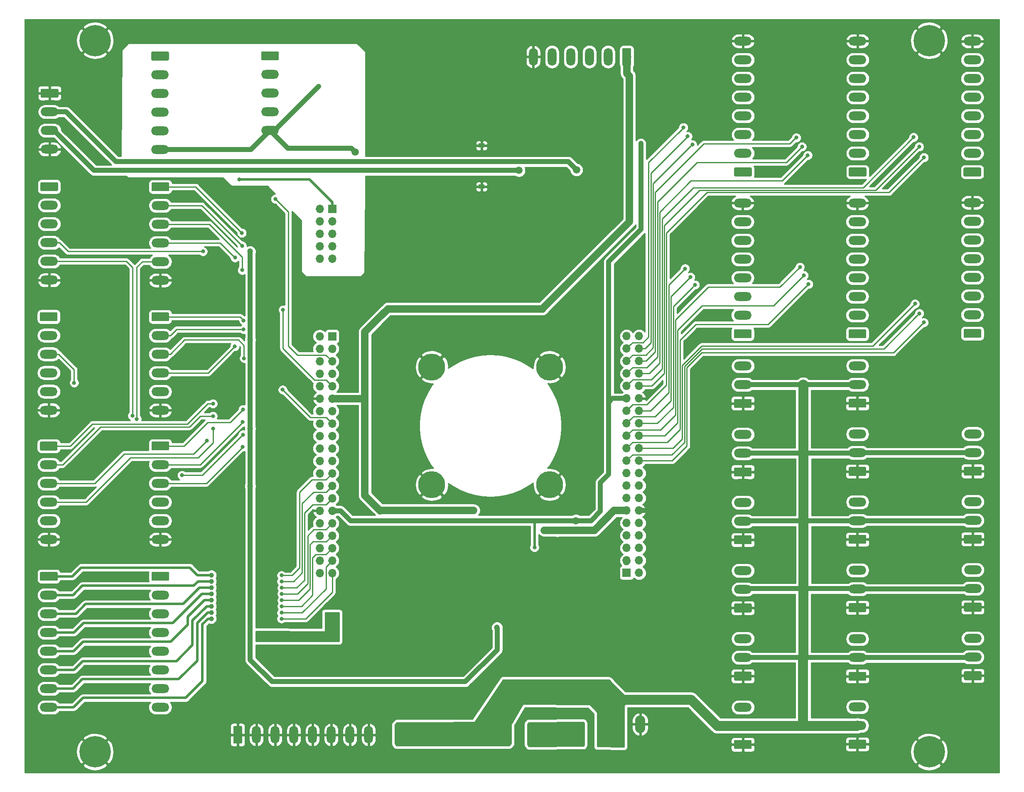
<source format=gbr>
G04 #@! TF.GenerationSoftware,KiCad,Pcbnew,5.1.4-e60b266~84~ubuntu18.04.1*
G04 #@! TF.CreationDate,2019-09-22T20:19:57-04:00*
G04 #@! TF.ProjectId,DE10nano interface,44453130-6e61-46e6-9f20-696e74657266,rev?*
G04 #@! TF.SameCoordinates,Original*
G04 #@! TF.FileFunction,Copper,L2,Bot*
G04 #@! TF.FilePolarity,Positive*
%FSLAX46Y46*%
G04 Gerber Fmt 4.6, Leading zero omitted, Abs format (unit mm)*
G04 Created by KiCad (PCBNEW 5.1.4-e60b266~84~ubuntu18.04.1) date 2019-09-22 20:19:57*
%MOMM*%
%LPD*%
G04 APERTURE LIST*
%ADD10C,0.100000*%
%ADD11C,2.080000*%
%ADD12O,2.080000X3.600000*%
%ADD13C,1.800000*%
%ADD14O,3.600000X1.800000*%
%ADD15C,5.500000*%
%ADD16O,1.700000X1.700000*%
%ADD17R,1.700000X1.700000*%
%ADD18C,0.800000*%
%ADD19C,6.400000*%
%ADD20R,1.200000X0.900000*%
%ADD21O,1.800000X3.600000*%
%ADD22C,1.200000*%
%ADD23C,1.500000*%
%ADD24C,1.000000*%
%ADD25C,0.500000*%
%ADD26C,1.000000*%
%ADD27C,1.500000*%
%ADD28C,0.250000*%
%ADD29C,0.750000*%
%ADD30C,2.000000*%
%ADD31C,0.254000*%
G04 APERTURE END LIST*
D10*
G36*
X149014865Y-159401202D02*
G01*
X149039095Y-159404796D01*
X149062855Y-159410748D01*
X149085918Y-159419000D01*
X149108061Y-159429472D01*
X149129070Y-159442065D01*
X149148745Y-159456657D01*
X149166894Y-159473106D01*
X149183343Y-159491255D01*
X149197935Y-159510930D01*
X149210528Y-159531939D01*
X149221000Y-159554082D01*
X149229252Y-159577145D01*
X149235204Y-159600905D01*
X149238798Y-159625135D01*
X149240000Y-159649600D01*
X149240000Y-162750400D01*
X149238798Y-162774865D01*
X149235204Y-162799095D01*
X149229252Y-162822855D01*
X149221000Y-162845918D01*
X149210528Y-162868061D01*
X149197935Y-162889070D01*
X149183343Y-162908745D01*
X149166894Y-162926894D01*
X149148745Y-162943343D01*
X149129070Y-162957935D01*
X149108061Y-162970528D01*
X149085918Y-162981000D01*
X149062855Y-162989252D01*
X149039095Y-162995204D01*
X149014865Y-162998798D01*
X148990400Y-163000000D01*
X147409600Y-163000000D01*
X147385135Y-162998798D01*
X147360905Y-162995204D01*
X147337145Y-162989252D01*
X147314082Y-162981000D01*
X147291939Y-162970528D01*
X147270930Y-162957935D01*
X147251255Y-162943343D01*
X147233106Y-162926894D01*
X147216657Y-162908745D01*
X147202065Y-162889070D01*
X147189472Y-162868061D01*
X147179000Y-162845918D01*
X147170748Y-162822855D01*
X147164796Y-162799095D01*
X147161202Y-162774865D01*
X147160000Y-162750400D01*
X147160000Y-159649600D01*
X147161202Y-159625135D01*
X147164796Y-159600905D01*
X147170748Y-159577145D01*
X147179000Y-159554082D01*
X147189472Y-159531939D01*
X147202065Y-159510930D01*
X147216657Y-159491255D01*
X147233106Y-159473106D01*
X147251255Y-159456657D01*
X147270930Y-159442065D01*
X147291939Y-159429472D01*
X147314082Y-159419000D01*
X147337145Y-159410748D01*
X147360905Y-159404796D01*
X147385135Y-159401202D01*
X147409600Y-159400000D01*
X148990400Y-159400000D01*
X149014865Y-159401202D01*
X149014865Y-159401202D01*
G37*
D11*
X148200000Y-161200000D03*
D12*
X153280000Y-161200000D03*
D10*
G36*
X222556764Y-80630124D02*
G01*
X222581033Y-80633724D01*
X222604831Y-80639685D01*
X222627931Y-80647950D01*
X222650109Y-80658440D01*
X222671153Y-80671053D01*
X222690858Y-80685667D01*
X222709037Y-80702143D01*
X222725513Y-80720322D01*
X222740127Y-80740027D01*
X222752740Y-80761071D01*
X222763230Y-80783249D01*
X222771495Y-80806349D01*
X222777456Y-80830147D01*
X222781056Y-80854416D01*
X222782260Y-80878920D01*
X222782260Y-82178920D01*
X222781056Y-82203424D01*
X222777456Y-82227693D01*
X222771495Y-82251491D01*
X222763230Y-82274591D01*
X222752740Y-82296769D01*
X222740127Y-82317813D01*
X222725513Y-82337518D01*
X222709037Y-82355697D01*
X222690858Y-82372173D01*
X222671153Y-82386787D01*
X222650109Y-82399400D01*
X222627931Y-82409890D01*
X222604831Y-82418155D01*
X222581033Y-82424116D01*
X222556764Y-82427716D01*
X222532260Y-82428920D01*
X219432260Y-82428920D01*
X219407756Y-82427716D01*
X219383487Y-82424116D01*
X219359689Y-82418155D01*
X219336589Y-82409890D01*
X219314411Y-82399400D01*
X219293367Y-82386787D01*
X219273662Y-82372173D01*
X219255483Y-82355697D01*
X219239007Y-82337518D01*
X219224393Y-82317813D01*
X219211780Y-82296769D01*
X219201290Y-82274591D01*
X219193025Y-82251491D01*
X219187064Y-82227693D01*
X219183464Y-82203424D01*
X219182260Y-82178920D01*
X219182260Y-80878920D01*
X219183464Y-80854416D01*
X219187064Y-80830147D01*
X219193025Y-80806349D01*
X219201290Y-80783249D01*
X219211780Y-80761071D01*
X219224393Y-80740027D01*
X219239007Y-80720322D01*
X219255483Y-80702143D01*
X219273662Y-80685667D01*
X219293367Y-80671053D01*
X219314411Y-80658440D01*
X219336589Y-80647950D01*
X219359689Y-80639685D01*
X219383487Y-80633724D01*
X219407756Y-80630124D01*
X219432260Y-80628920D01*
X222532260Y-80628920D01*
X222556764Y-80630124D01*
X222556764Y-80630124D01*
G37*
D13*
X220982260Y-81528920D03*
D14*
X220982260Y-77718920D03*
X220982260Y-73908920D03*
X220982260Y-70098920D03*
X220982260Y-66288920D03*
X220982260Y-62478920D03*
X220982260Y-58668920D03*
X220982260Y-54858920D03*
X197527900Y-54940200D03*
X197527900Y-58750200D03*
X197527900Y-62560200D03*
X197527900Y-66370200D03*
X197527900Y-70180200D03*
X197527900Y-73990200D03*
X197527900Y-77800200D03*
D10*
G36*
X199102404Y-80711404D02*
G01*
X199126673Y-80715004D01*
X199150471Y-80720965D01*
X199173571Y-80729230D01*
X199195749Y-80739720D01*
X199216793Y-80752333D01*
X199236498Y-80766947D01*
X199254677Y-80783423D01*
X199271153Y-80801602D01*
X199285767Y-80821307D01*
X199298380Y-80842351D01*
X199308870Y-80864529D01*
X199317135Y-80887629D01*
X199323096Y-80911427D01*
X199326696Y-80935696D01*
X199327900Y-80960200D01*
X199327900Y-82260200D01*
X199326696Y-82284704D01*
X199323096Y-82308973D01*
X199317135Y-82332771D01*
X199308870Y-82355871D01*
X199298380Y-82378049D01*
X199285767Y-82399093D01*
X199271153Y-82418798D01*
X199254677Y-82436977D01*
X199236498Y-82453453D01*
X199216793Y-82468067D01*
X199195749Y-82480680D01*
X199173571Y-82491170D01*
X199150471Y-82499435D01*
X199126673Y-82505396D01*
X199102404Y-82508996D01*
X199077900Y-82510200D01*
X195977900Y-82510200D01*
X195953396Y-82508996D01*
X195929127Y-82505396D01*
X195905329Y-82499435D01*
X195882229Y-82491170D01*
X195860051Y-82480680D01*
X195839007Y-82468067D01*
X195819302Y-82453453D01*
X195801123Y-82436977D01*
X195784647Y-82418798D01*
X195770033Y-82399093D01*
X195757420Y-82378049D01*
X195746930Y-82355871D01*
X195738665Y-82332771D01*
X195732704Y-82308973D01*
X195729104Y-82284704D01*
X195727900Y-82260200D01*
X195727900Y-80960200D01*
X195729104Y-80935696D01*
X195732704Y-80911427D01*
X195738665Y-80887629D01*
X195746930Y-80864529D01*
X195757420Y-80842351D01*
X195770033Y-80821307D01*
X195784647Y-80801602D01*
X195801123Y-80783423D01*
X195819302Y-80766947D01*
X195839007Y-80752333D01*
X195860051Y-80739720D01*
X195882229Y-80729230D01*
X195905329Y-80720965D01*
X195929127Y-80715004D01*
X195953396Y-80711404D01*
X195977900Y-80710200D01*
X199077900Y-80710200D01*
X199102404Y-80711404D01*
X199102404Y-80711404D01*
G37*
D13*
X197527900Y-81610200D03*
D14*
X174159900Y-54940200D03*
X174159900Y-58750200D03*
X174159900Y-62560200D03*
X174159900Y-66370200D03*
X174159900Y-70180200D03*
X174159900Y-73990200D03*
X174159900Y-77800200D03*
D10*
G36*
X175734404Y-80711404D02*
G01*
X175758673Y-80715004D01*
X175782471Y-80720965D01*
X175805571Y-80729230D01*
X175827749Y-80739720D01*
X175848793Y-80752333D01*
X175868498Y-80766947D01*
X175886677Y-80783423D01*
X175903153Y-80801602D01*
X175917767Y-80821307D01*
X175930380Y-80842351D01*
X175940870Y-80864529D01*
X175949135Y-80887629D01*
X175955096Y-80911427D01*
X175958696Y-80935696D01*
X175959900Y-80960200D01*
X175959900Y-82260200D01*
X175958696Y-82284704D01*
X175955096Y-82308973D01*
X175949135Y-82332771D01*
X175940870Y-82355871D01*
X175930380Y-82378049D01*
X175917767Y-82399093D01*
X175903153Y-82418798D01*
X175886677Y-82436977D01*
X175868498Y-82453453D01*
X175848793Y-82468067D01*
X175827749Y-82480680D01*
X175805571Y-82491170D01*
X175782471Y-82499435D01*
X175758673Y-82505396D01*
X175734404Y-82508996D01*
X175709900Y-82510200D01*
X172609900Y-82510200D01*
X172585396Y-82508996D01*
X172561127Y-82505396D01*
X172537329Y-82499435D01*
X172514229Y-82491170D01*
X172492051Y-82480680D01*
X172471007Y-82468067D01*
X172451302Y-82453453D01*
X172433123Y-82436977D01*
X172416647Y-82418798D01*
X172402033Y-82399093D01*
X172389420Y-82378049D01*
X172378930Y-82355871D01*
X172370665Y-82332771D01*
X172364704Y-82308973D01*
X172361104Y-82284704D01*
X172359900Y-82260200D01*
X172359900Y-80960200D01*
X172361104Y-80935696D01*
X172364704Y-80911427D01*
X172370665Y-80887629D01*
X172378930Y-80864529D01*
X172389420Y-80842351D01*
X172402033Y-80821307D01*
X172416647Y-80801602D01*
X172433123Y-80783423D01*
X172451302Y-80766947D01*
X172471007Y-80752333D01*
X172492051Y-80739720D01*
X172514229Y-80729230D01*
X172537329Y-80720965D01*
X172561127Y-80715004D01*
X172585396Y-80711404D01*
X172609900Y-80710200D01*
X175709900Y-80710200D01*
X175734404Y-80711404D01*
X175734404Y-80711404D01*
G37*
D13*
X174159900Y-81610200D03*
D10*
G36*
X175782664Y-47706644D02*
G01*
X175806933Y-47710244D01*
X175830731Y-47716205D01*
X175853831Y-47724470D01*
X175876009Y-47734960D01*
X175897053Y-47747573D01*
X175916758Y-47762187D01*
X175934937Y-47778663D01*
X175951413Y-47796842D01*
X175966027Y-47816547D01*
X175978640Y-47837591D01*
X175989130Y-47859769D01*
X175997395Y-47882869D01*
X176003356Y-47906667D01*
X176006956Y-47930936D01*
X176008160Y-47955440D01*
X176008160Y-49255440D01*
X176006956Y-49279944D01*
X176003356Y-49304213D01*
X175997395Y-49328011D01*
X175989130Y-49351111D01*
X175978640Y-49373289D01*
X175966027Y-49394333D01*
X175951413Y-49414038D01*
X175934937Y-49432217D01*
X175916758Y-49448693D01*
X175897053Y-49463307D01*
X175876009Y-49475920D01*
X175853831Y-49486410D01*
X175830731Y-49494675D01*
X175806933Y-49500636D01*
X175782664Y-49504236D01*
X175758160Y-49505440D01*
X172658160Y-49505440D01*
X172633656Y-49504236D01*
X172609387Y-49500636D01*
X172585589Y-49494675D01*
X172562489Y-49486410D01*
X172540311Y-49475920D01*
X172519267Y-49463307D01*
X172499562Y-49448693D01*
X172481383Y-49432217D01*
X172464907Y-49414038D01*
X172450293Y-49394333D01*
X172437680Y-49373289D01*
X172427190Y-49351111D01*
X172418925Y-49328011D01*
X172412964Y-49304213D01*
X172409364Y-49279944D01*
X172408160Y-49255440D01*
X172408160Y-47955440D01*
X172409364Y-47930936D01*
X172412964Y-47906667D01*
X172418925Y-47882869D01*
X172427190Y-47859769D01*
X172437680Y-47837591D01*
X172450293Y-47816547D01*
X172464907Y-47796842D01*
X172481383Y-47778663D01*
X172499562Y-47762187D01*
X172519267Y-47747573D01*
X172540311Y-47734960D01*
X172562489Y-47724470D01*
X172585589Y-47716205D01*
X172609387Y-47710244D01*
X172633656Y-47706644D01*
X172658160Y-47705440D01*
X175758160Y-47705440D01*
X175782664Y-47706644D01*
X175782664Y-47706644D01*
G37*
D13*
X174208160Y-48605440D03*
D14*
X174208160Y-44795440D03*
X174208160Y-40985440D03*
X174208160Y-37175440D03*
X174208160Y-33365440D03*
X174208160Y-29555440D03*
X174208160Y-25745440D03*
X174208160Y-21935440D03*
X220969560Y-21945600D03*
X220969560Y-25755600D03*
X220969560Y-29565600D03*
X220969560Y-33375600D03*
X220969560Y-37185600D03*
X220969560Y-40995600D03*
X220969560Y-44805600D03*
D10*
G36*
X222544064Y-47716804D02*
G01*
X222568333Y-47720404D01*
X222592131Y-47726365D01*
X222615231Y-47734630D01*
X222637409Y-47745120D01*
X222658453Y-47757733D01*
X222678158Y-47772347D01*
X222696337Y-47788823D01*
X222712813Y-47807002D01*
X222727427Y-47826707D01*
X222740040Y-47847751D01*
X222750530Y-47869929D01*
X222758795Y-47893029D01*
X222764756Y-47916827D01*
X222768356Y-47941096D01*
X222769560Y-47965600D01*
X222769560Y-49265600D01*
X222768356Y-49290104D01*
X222764756Y-49314373D01*
X222758795Y-49338171D01*
X222750530Y-49361271D01*
X222740040Y-49383449D01*
X222727427Y-49404493D01*
X222712813Y-49424198D01*
X222696337Y-49442377D01*
X222678158Y-49458853D01*
X222658453Y-49473467D01*
X222637409Y-49486080D01*
X222615231Y-49496570D01*
X222592131Y-49504835D01*
X222568333Y-49510796D01*
X222544064Y-49514396D01*
X222519560Y-49515600D01*
X219419560Y-49515600D01*
X219395056Y-49514396D01*
X219370787Y-49510796D01*
X219346989Y-49504835D01*
X219323889Y-49496570D01*
X219301711Y-49486080D01*
X219280667Y-49473467D01*
X219260962Y-49458853D01*
X219242783Y-49442377D01*
X219226307Y-49424198D01*
X219211693Y-49404493D01*
X219199080Y-49383449D01*
X219188590Y-49361271D01*
X219180325Y-49338171D01*
X219174364Y-49314373D01*
X219170764Y-49290104D01*
X219169560Y-49265600D01*
X219169560Y-47965600D01*
X219170764Y-47941096D01*
X219174364Y-47916827D01*
X219180325Y-47893029D01*
X219188590Y-47869929D01*
X219199080Y-47847751D01*
X219211693Y-47826707D01*
X219226307Y-47807002D01*
X219242783Y-47788823D01*
X219260962Y-47772347D01*
X219280667Y-47757733D01*
X219301711Y-47745120D01*
X219323889Y-47734630D01*
X219346989Y-47726365D01*
X219370787Y-47720404D01*
X219395056Y-47716804D01*
X219419560Y-47715600D01*
X222519560Y-47715600D01*
X222544064Y-47716804D01*
X222544064Y-47716804D01*
G37*
D13*
X220969560Y-48615600D03*
D10*
G36*
X199150664Y-47706644D02*
G01*
X199174933Y-47710244D01*
X199198731Y-47716205D01*
X199221831Y-47724470D01*
X199244009Y-47734960D01*
X199265053Y-47747573D01*
X199284758Y-47762187D01*
X199302937Y-47778663D01*
X199319413Y-47796842D01*
X199334027Y-47816547D01*
X199346640Y-47837591D01*
X199357130Y-47859769D01*
X199365395Y-47882869D01*
X199371356Y-47906667D01*
X199374956Y-47930936D01*
X199376160Y-47955440D01*
X199376160Y-49255440D01*
X199374956Y-49279944D01*
X199371356Y-49304213D01*
X199365395Y-49328011D01*
X199357130Y-49351111D01*
X199346640Y-49373289D01*
X199334027Y-49394333D01*
X199319413Y-49414038D01*
X199302937Y-49432217D01*
X199284758Y-49448693D01*
X199265053Y-49463307D01*
X199244009Y-49475920D01*
X199221831Y-49486410D01*
X199198731Y-49494675D01*
X199174933Y-49500636D01*
X199150664Y-49504236D01*
X199126160Y-49505440D01*
X196026160Y-49505440D01*
X196001656Y-49504236D01*
X195977387Y-49500636D01*
X195953589Y-49494675D01*
X195930489Y-49486410D01*
X195908311Y-49475920D01*
X195887267Y-49463307D01*
X195867562Y-49448693D01*
X195849383Y-49432217D01*
X195832907Y-49414038D01*
X195818293Y-49394333D01*
X195805680Y-49373289D01*
X195795190Y-49351111D01*
X195786925Y-49328011D01*
X195780964Y-49304213D01*
X195777364Y-49279944D01*
X195776160Y-49255440D01*
X195776160Y-47955440D01*
X195777364Y-47930936D01*
X195780964Y-47906667D01*
X195786925Y-47882869D01*
X195795190Y-47859769D01*
X195805680Y-47837591D01*
X195818293Y-47816547D01*
X195832907Y-47796842D01*
X195849383Y-47778663D01*
X195867562Y-47762187D01*
X195887267Y-47747573D01*
X195908311Y-47734960D01*
X195930489Y-47724470D01*
X195953589Y-47716205D01*
X195977387Y-47710244D01*
X196001656Y-47706644D01*
X196026160Y-47705440D01*
X199126160Y-47705440D01*
X199150664Y-47706644D01*
X199150664Y-47706644D01*
G37*
D13*
X197576160Y-48605440D03*
D14*
X197576160Y-44795440D03*
X197576160Y-40985440D03*
X197576160Y-37175440D03*
X197576160Y-33365440D03*
X197576160Y-29555440D03*
X197576160Y-25745440D03*
X197576160Y-21935440D03*
D15*
X134802001Y-112369001D03*
X110802001Y-112369001D03*
X134802001Y-88369001D03*
D14*
X55460900Y-97193100D03*
X55460900Y-93383100D03*
X55460900Y-89573100D03*
X55460900Y-85763100D03*
X55460900Y-81953100D03*
D10*
G36*
X57035404Y-77244304D02*
G01*
X57059673Y-77247904D01*
X57083471Y-77253865D01*
X57106571Y-77262130D01*
X57128749Y-77272620D01*
X57149793Y-77285233D01*
X57169498Y-77299847D01*
X57187677Y-77316323D01*
X57204153Y-77334502D01*
X57218767Y-77354207D01*
X57231380Y-77375251D01*
X57241870Y-77397429D01*
X57250135Y-77420529D01*
X57256096Y-77444327D01*
X57259696Y-77468596D01*
X57260900Y-77493100D01*
X57260900Y-78793100D01*
X57259696Y-78817604D01*
X57256096Y-78841873D01*
X57250135Y-78865671D01*
X57241870Y-78888771D01*
X57231380Y-78910949D01*
X57218767Y-78931993D01*
X57204153Y-78951698D01*
X57187677Y-78969877D01*
X57169498Y-78986353D01*
X57149793Y-79000967D01*
X57128749Y-79013580D01*
X57106571Y-79024070D01*
X57083471Y-79032335D01*
X57059673Y-79038296D01*
X57035404Y-79041896D01*
X57010900Y-79043100D01*
X53910900Y-79043100D01*
X53886396Y-79041896D01*
X53862127Y-79038296D01*
X53838329Y-79032335D01*
X53815229Y-79024070D01*
X53793051Y-79013580D01*
X53772007Y-79000967D01*
X53752302Y-78986353D01*
X53734123Y-78969877D01*
X53717647Y-78951698D01*
X53703033Y-78931993D01*
X53690420Y-78910949D01*
X53679930Y-78888771D01*
X53671665Y-78865671D01*
X53665704Y-78841873D01*
X53662104Y-78817604D01*
X53660900Y-78793100D01*
X53660900Y-77493100D01*
X53662104Y-77468596D01*
X53665704Y-77444327D01*
X53671665Y-77420529D01*
X53679930Y-77397429D01*
X53690420Y-77375251D01*
X53703033Y-77354207D01*
X53717647Y-77334502D01*
X53734123Y-77316323D01*
X53752302Y-77299847D01*
X53772007Y-77285233D01*
X53793051Y-77272620D01*
X53815229Y-77262130D01*
X53838329Y-77253865D01*
X53862127Y-77247904D01*
X53886396Y-77244304D01*
X53910900Y-77243100D01*
X57010900Y-77243100D01*
X57035404Y-77244304D01*
X57035404Y-77244304D01*
G37*
D13*
X55460900Y-78143100D03*
D14*
X32720000Y-123532900D03*
X32720000Y-119722900D03*
X32720000Y-115912900D03*
X32720000Y-112102900D03*
X32720000Y-108292900D03*
D10*
G36*
X34294504Y-103584104D02*
G01*
X34318773Y-103587704D01*
X34342571Y-103593665D01*
X34365671Y-103601930D01*
X34387849Y-103612420D01*
X34408893Y-103625033D01*
X34428598Y-103639647D01*
X34446777Y-103656123D01*
X34463253Y-103674302D01*
X34477867Y-103694007D01*
X34490480Y-103715051D01*
X34500970Y-103737229D01*
X34509235Y-103760329D01*
X34515196Y-103784127D01*
X34518796Y-103808396D01*
X34520000Y-103832900D01*
X34520000Y-105132900D01*
X34518796Y-105157404D01*
X34515196Y-105181673D01*
X34509235Y-105205471D01*
X34500970Y-105228571D01*
X34490480Y-105250749D01*
X34477867Y-105271793D01*
X34463253Y-105291498D01*
X34446777Y-105309677D01*
X34428598Y-105326153D01*
X34408893Y-105340767D01*
X34387849Y-105353380D01*
X34365671Y-105363870D01*
X34342571Y-105372135D01*
X34318773Y-105378096D01*
X34294504Y-105381696D01*
X34270000Y-105382900D01*
X31170000Y-105382900D01*
X31145496Y-105381696D01*
X31121227Y-105378096D01*
X31097429Y-105372135D01*
X31074329Y-105363870D01*
X31052151Y-105353380D01*
X31031107Y-105340767D01*
X31011402Y-105326153D01*
X30993223Y-105309677D01*
X30976747Y-105291498D01*
X30962133Y-105271793D01*
X30949520Y-105250749D01*
X30939030Y-105228571D01*
X30930765Y-105205471D01*
X30924804Y-105181673D01*
X30921204Y-105157404D01*
X30920000Y-105132900D01*
X30920000Y-103832900D01*
X30921204Y-103808396D01*
X30924804Y-103784127D01*
X30930765Y-103760329D01*
X30939030Y-103737229D01*
X30949520Y-103715051D01*
X30962133Y-103694007D01*
X30976747Y-103674302D01*
X30993223Y-103656123D01*
X31011402Y-103639647D01*
X31031107Y-103625033D01*
X31052151Y-103612420D01*
X31074329Y-103601930D01*
X31097429Y-103593665D01*
X31121227Y-103587704D01*
X31145496Y-103584104D01*
X31170000Y-103582900D01*
X34270000Y-103582900D01*
X34294504Y-103584104D01*
X34294504Y-103584104D01*
G37*
D13*
X32720000Y-104482900D03*
D16*
X153047700Y-82092800D03*
X150507700Y-82092800D03*
X153047700Y-84632800D03*
X150507700Y-84632800D03*
X153047700Y-87172800D03*
X150507700Y-87172800D03*
X153047700Y-89712800D03*
X150507700Y-89712800D03*
X153047700Y-92252800D03*
X150507700Y-92252800D03*
X153047700Y-94792800D03*
X150507700Y-94792800D03*
X153047700Y-97332800D03*
X150507700Y-97332800D03*
X153047700Y-99872800D03*
X150507700Y-99872800D03*
X153047700Y-102412800D03*
X150507700Y-102412800D03*
X153047700Y-104952800D03*
X150507700Y-104952800D03*
X153047700Y-107492800D03*
X150507700Y-107492800D03*
X153047700Y-110032800D03*
X150507700Y-110032800D03*
X153047700Y-112572800D03*
X150507700Y-112572800D03*
X153047700Y-115112800D03*
X150507700Y-115112800D03*
X153047700Y-117652800D03*
X150507700Y-117652800D03*
X153047700Y-120192800D03*
X150507700Y-120192800D03*
X153047700Y-122732800D03*
X150507700Y-122732800D03*
X153047700Y-125272800D03*
X150507700Y-125272800D03*
X153047700Y-127812800D03*
X150507700Y-127812800D03*
X153047700Y-130352800D03*
D17*
X150507700Y-130352800D03*
X90497700Y-82127800D03*
D16*
X87957700Y-82127800D03*
X90497700Y-84667800D03*
X87957700Y-84667800D03*
X90497700Y-87207800D03*
X87957700Y-87207800D03*
X90497700Y-89747800D03*
X87957700Y-89747800D03*
X90497700Y-92287800D03*
X87957700Y-92287800D03*
X90497700Y-94827800D03*
X87957700Y-94827800D03*
X90497700Y-97367800D03*
X87957700Y-97367800D03*
X90497700Y-99907800D03*
X87957700Y-99907800D03*
X90497700Y-102447800D03*
X87957700Y-102447800D03*
X90497700Y-104987800D03*
X87957700Y-104987800D03*
X90497700Y-107527800D03*
X87957700Y-107527800D03*
X90497700Y-110067800D03*
X87957700Y-110067800D03*
X90497700Y-112607800D03*
X87957700Y-112607800D03*
X90497700Y-115147800D03*
X87957700Y-115147800D03*
X90497700Y-117687800D03*
X87957700Y-117687800D03*
X90497700Y-120227800D03*
X87957700Y-120227800D03*
X90497700Y-122767800D03*
X87957700Y-122767800D03*
X90497700Y-125307800D03*
X87957700Y-125307800D03*
X90497700Y-127847800D03*
X87957700Y-127847800D03*
X90497700Y-130387800D03*
X87957700Y-130387800D03*
D14*
X32821600Y-70650100D03*
X32821600Y-66840100D03*
X32821600Y-63030100D03*
X32821600Y-59220100D03*
X32821600Y-55410100D03*
D10*
G36*
X34396104Y-50701304D02*
G01*
X34420373Y-50704904D01*
X34444171Y-50710865D01*
X34467271Y-50719130D01*
X34489449Y-50729620D01*
X34510493Y-50742233D01*
X34530198Y-50756847D01*
X34548377Y-50773323D01*
X34564853Y-50791502D01*
X34579467Y-50811207D01*
X34592080Y-50832251D01*
X34602570Y-50854429D01*
X34610835Y-50877529D01*
X34616796Y-50901327D01*
X34620396Y-50925596D01*
X34621600Y-50950100D01*
X34621600Y-52250100D01*
X34620396Y-52274604D01*
X34616796Y-52298873D01*
X34610835Y-52322671D01*
X34602570Y-52345771D01*
X34592080Y-52367949D01*
X34579467Y-52388993D01*
X34564853Y-52408698D01*
X34548377Y-52426877D01*
X34530198Y-52443353D01*
X34510493Y-52457967D01*
X34489449Y-52470580D01*
X34467271Y-52481070D01*
X34444171Y-52489335D01*
X34420373Y-52495296D01*
X34396104Y-52498896D01*
X34371600Y-52500100D01*
X31271600Y-52500100D01*
X31247096Y-52498896D01*
X31222827Y-52495296D01*
X31199029Y-52489335D01*
X31175929Y-52481070D01*
X31153751Y-52470580D01*
X31132707Y-52457967D01*
X31113002Y-52443353D01*
X31094823Y-52426877D01*
X31078347Y-52408698D01*
X31063733Y-52388993D01*
X31051120Y-52367949D01*
X31040630Y-52345771D01*
X31032365Y-52322671D01*
X31026404Y-52298873D01*
X31022804Y-52274604D01*
X31021600Y-52250100D01*
X31021600Y-50950100D01*
X31022804Y-50925596D01*
X31026404Y-50901327D01*
X31032365Y-50877529D01*
X31040630Y-50854429D01*
X31051120Y-50832251D01*
X31063733Y-50811207D01*
X31078347Y-50791502D01*
X31094823Y-50773323D01*
X31113002Y-50756847D01*
X31132707Y-50742233D01*
X31153751Y-50729620D01*
X31175929Y-50719130D01*
X31199029Y-50710865D01*
X31222827Y-50704904D01*
X31247096Y-50701304D01*
X31271600Y-50700100D01*
X34371600Y-50700100D01*
X34396104Y-50701304D01*
X34396104Y-50701304D01*
G37*
D13*
X32821600Y-51600100D03*
D10*
G36*
X34294504Y-77218904D02*
G01*
X34318773Y-77222504D01*
X34342571Y-77228465D01*
X34365671Y-77236730D01*
X34387849Y-77247220D01*
X34408893Y-77259833D01*
X34428598Y-77274447D01*
X34446777Y-77290923D01*
X34463253Y-77309102D01*
X34477867Y-77328807D01*
X34490480Y-77349851D01*
X34500970Y-77372029D01*
X34509235Y-77395129D01*
X34515196Y-77418927D01*
X34518796Y-77443196D01*
X34520000Y-77467700D01*
X34520000Y-78767700D01*
X34518796Y-78792204D01*
X34515196Y-78816473D01*
X34509235Y-78840271D01*
X34500970Y-78863371D01*
X34490480Y-78885549D01*
X34477867Y-78906593D01*
X34463253Y-78926298D01*
X34446777Y-78944477D01*
X34428598Y-78960953D01*
X34408893Y-78975567D01*
X34387849Y-78988180D01*
X34365671Y-78998670D01*
X34342571Y-79006935D01*
X34318773Y-79012896D01*
X34294504Y-79016496D01*
X34270000Y-79017700D01*
X31170000Y-79017700D01*
X31145496Y-79016496D01*
X31121227Y-79012896D01*
X31097429Y-79006935D01*
X31074329Y-78998670D01*
X31052151Y-78988180D01*
X31031107Y-78975567D01*
X31011402Y-78960953D01*
X30993223Y-78944477D01*
X30976747Y-78926298D01*
X30962133Y-78906593D01*
X30949520Y-78885549D01*
X30939030Y-78863371D01*
X30930765Y-78840271D01*
X30924804Y-78816473D01*
X30921204Y-78792204D01*
X30920000Y-78767700D01*
X30920000Y-77467700D01*
X30921204Y-77443196D01*
X30924804Y-77418927D01*
X30930765Y-77395129D01*
X30939030Y-77372029D01*
X30949520Y-77349851D01*
X30962133Y-77328807D01*
X30976747Y-77309102D01*
X30993223Y-77290923D01*
X31011402Y-77274447D01*
X31031107Y-77259833D01*
X31052151Y-77247220D01*
X31074329Y-77236730D01*
X31097429Y-77228465D01*
X31121227Y-77222504D01*
X31145496Y-77218904D01*
X31170000Y-77217700D01*
X34270000Y-77217700D01*
X34294504Y-77218904D01*
X34294504Y-77218904D01*
G37*
D13*
X32720000Y-78117700D03*
D14*
X32720000Y-81927700D03*
X32720000Y-85737700D03*
X32720000Y-89547700D03*
X32720000Y-93357700D03*
X32720000Y-97167700D03*
D10*
G36*
X57036754Y-103570596D02*
G01*
X57061023Y-103574196D01*
X57084821Y-103580157D01*
X57107921Y-103588422D01*
X57130099Y-103598912D01*
X57151143Y-103611525D01*
X57170848Y-103626139D01*
X57189027Y-103642615D01*
X57205503Y-103660794D01*
X57220117Y-103680499D01*
X57232730Y-103701543D01*
X57243220Y-103723721D01*
X57251485Y-103746821D01*
X57257446Y-103770619D01*
X57261046Y-103794888D01*
X57262250Y-103819392D01*
X57262250Y-105119392D01*
X57261046Y-105143896D01*
X57257446Y-105168165D01*
X57251485Y-105191963D01*
X57243220Y-105215063D01*
X57232730Y-105237241D01*
X57220117Y-105258285D01*
X57205503Y-105277990D01*
X57189027Y-105296169D01*
X57170848Y-105312645D01*
X57151143Y-105327259D01*
X57130099Y-105339872D01*
X57107921Y-105350362D01*
X57084821Y-105358627D01*
X57061023Y-105364588D01*
X57036754Y-105368188D01*
X57012250Y-105369392D01*
X53912250Y-105369392D01*
X53887746Y-105368188D01*
X53863477Y-105364588D01*
X53839679Y-105358627D01*
X53816579Y-105350362D01*
X53794401Y-105339872D01*
X53773357Y-105327259D01*
X53753652Y-105312645D01*
X53735473Y-105296169D01*
X53718997Y-105277990D01*
X53704383Y-105258285D01*
X53691770Y-105237241D01*
X53681280Y-105215063D01*
X53673015Y-105191963D01*
X53667054Y-105168165D01*
X53663454Y-105143896D01*
X53662250Y-105119392D01*
X53662250Y-103819392D01*
X53663454Y-103794888D01*
X53667054Y-103770619D01*
X53673015Y-103746821D01*
X53681280Y-103723721D01*
X53691770Y-103701543D01*
X53704383Y-103680499D01*
X53718997Y-103660794D01*
X53735473Y-103642615D01*
X53753652Y-103626139D01*
X53773357Y-103611525D01*
X53794401Y-103598912D01*
X53816579Y-103588422D01*
X53839679Y-103580157D01*
X53863477Y-103574196D01*
X53887746Y-103570596D01*
X53912250Y-103569392D01*
X57012250Y-103569392D01*
X57036754Y-103570596D01*
X57036754Y-103570596D01*
G37*
D13*
X55462250Y-104469392D03*
D14*
X55462250Y-108279392D03*
X55462250Y-112089392D03*
X55462250Y-115899392D03*
X55462250Y-119709392D03*
X55462250Y-123519392D03*
D10*
G36*
X57048104Y-50739404D02*
G01*
X57072373Y-50743004D01*
X57096171Y-50748965D01*
X57119271Y-50757230D01*
X57141449Y-50767720D01*
X57162493Y-50780333D01*
X57182198Y-50794947D01*
X57200377Y-50811423D01*
X57216853Y-50829602D01*
X57231467Y-50849307D01*
X57244080Y-50870351D01*
X57254570Y-50892529D01*
X57262835Y-50915629D01*
X57268796Y-50939427D01*
X57272396Y-50963696D01*
X57273600Y-50988200D01*
X57273600Y-52288200D01*
X57272396Y-52312704D01*
X57268796Y-52336973D01*
X57262835Y-52360771D01*
X57254570Y-52383871D01*
X57244080Y-52406049D01*
X57231467Y-52427093D01*
X57216853Y-52446798D01*
X57200377Y-52464977D01*
X57182198Y-52481453D01*
X57162493Y-52496067D01*
X57141449Y-52508680D01*
X57119271Y-52519170D01*
X57096171Y-52527435D01*
X57072373Y-52533396D01*
X57048104Y-52536996D01*
X57023600Y-52538200D01*
X53923600Y-52538200D01*
X53899096Y-52536996D01*
X53874827Y-52533396D01*
X53851029Y-52527435D01*
X53827929Y-52519170D01*
X53805751Y-52508680D01*
X53784707Y-52496067D01*
X53765002Y-52481453D01*
X53746823Y-52464977D01*
X53730347Y-52446798D01*
X53715733Y-52427093D01*
X53703120Y-52406049D01*
X53692630Y-52383871D01*
X53684365Y-52360771D01*
X53678404Y-52336973D01*
X53674804Y-52312704D01*
X53673600Y-52288200D01*
X53673600Y-50988200D01*
X53674804Y-50963696D01*
X53678404Y-50939427D01*
X53684365Y-50915629D01*
X53692630Y-50892529D01*
X53703120Y-50870351D01*
X53715733Y-50849307D01*
X53730347Y-50829602D01*
X53746823Y-50811423D01*
X53765002Y-50794947D01*
X53784707Y-50780333D01*
X53805751Y-50767720D01*
X53827929Y-50757230D01*
X53851029Y-50748965D01*
X53874827Y-50743004D01*
X53899096Y-50739404D01*
X53923600Y-50738200D01*
X57023600Y-50738200D01*
X57048104Y-50739404D01*
X57048104Y-50739404D01*
G37*
D13*
X55473600Y-51638200D03*
D14*
X55473600Y-55448200D03*
X55473600Y-59258200D03*
X55473600Y-63068200D03*
X55473600Y-66878200D03*
X55473600Y-70688200D03*
D17*
X90497700Y-56127800D03*
D16*
X87957700Y-56127800D03*
X90497700Y-58667800D03*
X87957700Y-58667800D03*
X90497700Y-61207800D03*
X87957700Y-61207800D03*
X90497700Y-63747800D03*
X87957700Y-63747800D03*
X90497700Y-66287800D03*
X87957700Y-66287800D03*
D18*
X43858256Y-20117744D03*
X42161200Y-19414800D03*
X40464144Y-20117744D03*
X39761200Y-21814800D03*
X40464144Y-23511856D03*
X42161200Y-24214800D03*
X43858256Y-23511856D03*
X44561200Y-21814800D03*
D19*
X42161200Y-21814800D03*
X212161200Y-21814800D03*
D18*
X214561200Y-21814800D03*
X213858256Y-23511856D03*
X212161200Y-24214800D03*
X210464144Y-23511856D03*
X209761200Y-21814800D03*
X210464144Y-20117744D03*
X212161200Y-19414800D03*
X213858256Y-20117744D03*
X213858256Y-165117744D03*
X212161200Y-164414800D03*
X210464144Y-165117744D03*
X209761200Y-166814800D03*
X210464144Y-168511856D03*
X212161200Y-169214800D03*
X213858256Y-168511856D03*
X214561200Y-166814800D03*
D19*
X212161200Y-166814800D03*
X42161200Y-166814800D03*
D18*
X44561200Y-166814800D03*
X43858256Y-168511856D03*
X42161200Y-169214800D03*
X40464144Y-168511856D03*
X39761200Y-166814800D03*
X40464144Y-165117744D03*
X42161200Y-164414800D03*
X43858256Y-165117744D03*
D10*
G36*
X34469764Y-31651304D02*
G01*
X34494033Y-31654904D01*
X34517831Y-31660865D01*
X34540931Y-31669130D01*
X34563109Y-31679620D01*
X34584153Y-31692233D01*
X34603858Y-31706847D01*
X34622037Y-31723323D01*
X34638513Y-31741502D01*
X34653127Y-31761207D01*
X34665740Y-31782251D01*
X34676230Y-31804429D01*
X34684495Y-31827529D01*
X34690456Y-31851327D01*
X34694056Y-31875596D01*
X34695260Y-31900100D01*
X34695260Y-33200100D01*
X34694056Y-33224604D01*
X34690456Y-33248873D01*
X34684495Y-33272671D01*
X34676230Y-33295771D01*
X34665740Y-33317949D01*
X34653127Y-33338993D01*
X34638513Y-33358698D01*
X34622037Y-33376877D01*
X34603858Y-33393353D01*
X34584153Y-33407967D01*
X34563109Y-33420580D01*
X34540931Y-33431070D01*
X34517831Y-33439335D01*
X34494033Y-33445296D01*
X34469764Y-33448896D01*
X34445260Y-33450100D01*
X31345260Y-33450100D01*
X31320756Y-33448896D01*
X31296487Y-33445296D01*
X31272689Y-33439335D01*
X31249589Y-33431070D01*
X31227411Y-33420580D01*
X31206367Y-33407967D01*
X31186662Y-33393353D01*
X31168483Y-33376877D01*
X31152007Y-33358698D01*
X31137393Y-33338993D01*
X31124780Y-33317949D01*
X31114290Y-33295771D01*
X31106025Y-33272671D01*
X31100064Y-33248873D01*
X31096464Y-33224604D01*
X31095260Y-33200100D01*
X31095260Y-31900100D01*
X31096464Y-31875596D01*
X31100064Y-31851327D01*
X31106025Y-31827529D01*
X31114290Y-31804429D01*
X31124780Y-31782251D01*
X31137393Y-31761207D01*
X31152007Y-31741502D01*
X31168483Y-31723323D01*
X31186662Y-31706847D01*
X31206367Y-31692233D01*
X31227411Y-31679620D01*
X31249589Y-31669130D01*
X31272689Y-31660865D01*
X31296487Y-31654904D01*
X31320756Y-31651304D01*
X31345260Y-31650100D01*
X34445260Y-31650100D01*
X34469764Y-31651304D01*
X34469764Y-31651304D01*
G37*
D13*
X32895260Y-32550100D03*
D14*
X32895260Y-36360100D03*
X32895260Y-40170100D03*
X32895260Y-43980100D03*
D10*
G36*
X56989573Y-24078119D02*
G01*
X57013842Y-24081719D01*
X57037640Y-24087680D01*
X57060740Y-24095945D01*
X57082918Y-24106435D01*
X57103962Y-24119048D01*
X57123667Y-24133662D01*
X57141846Y-24150138D01*
X57158322Y-24168317D01*
X57172936Y-24188022D01*
X57185549Y-24209066D01*
X57196039Y-24231244D01*
X57204304Y-24254344D01*
X57210265Y-24278142D01*
X57213865Y-24302411D01*
X57215069Y-24326915D01*
X57215069Y-25626915D01*
X57213865Y-25651419D01*
X57210265Y-25675688D01*
X57204304Y-25699486D01*
X57196039Y-25722586D01*
X57185549Y-25744764D01*
X57172936Y-25765808D01*
X57158322Y-25785513D01*
X57141846Y-25803692D01*
X57123667Y-25820168D01*
X57103962Y-25834782D01*
X57082918Y-25847395D01*
X57060740Y-25857885D01*
X57037640Y-25866150D01*
X57013842Y-25872111D01*
X56989573Y-25875711D01*
X56965069Y-25876915D01*
X53865069Y-25876915D01*
X53840565Y-25875711D01*
X53816296Y-25872111D01*
X53792498Y-25866150D01*
X53769398Y-25857885D01*
X53747220Y-25847395D01*
X53726176Y-25834782D01*
X53706471Y-25820168D01*
X53688292Y-25803692D01*
X53671816Y-25785513D01*
X53657202Y-25765808D01*
X53644589Y-25744764D01*
X53634099Y-25722586D01*
X53625834Y-25699486D01*
X53619873Y-25675688D01*
X53616273Y-25651419D01*
X53615069Y-25626915D01*
X53615069Y-24326915D01*
X53616273Y-24302411D01*
X53619873Y-24278142D01*
X53625834Y-24254344D01*
X53634099Y-24231244D01*
X53644589Y-24209066D01*
X53657202Y-24188022D01*
X53671816Y-24168317D01*
X53688292Y-24150138D01*
X53706471Y-24133662D01*
X53726176Y-24119048D01*
X53747220Y-24106435D01*
X53769398Y-24095945D01*
X53792498Y-24087680D01*
X53816296Y-24081719D01*
X53840565Y-24078119D01*
X53865069Y-24076915D01*
X56965069Y-24076915D01*
X56989573Y-24078119D01*
X56989573Y-24078119D01*
G37*
D13*
X55415069Y-24976915D03*
D14*
X55415069Y-28786915D03*
X55415069Y-32596915D03*
X55415069Y-36406915D03*
X55415069Y-40216915D03*
X55415069Y-44026915D03*
D10*
G36*
X57040204Y-130152504D02*
G01*
X57064473Y-130156104D01*
X57088271Y-130162065D01*
X57111371Y-130170330D01*
X57133549Y-130180820D01*
X57154593Y-130193433D01*
X57174298Y-130208047D01*
X57192477Y-130224523D01*
X57208953Y-130242702D01*
X57223567Y-130262407D01*
X57236180Y-130283451D01*
X57246670Y-130305629D01*
X57254935Y-130328729D01*
X57260896Y-130352527D01*
X57264496Y-130376796D01*
X57265700Y-130401300D01*
X57265700Y-131701300D01*
X57264496Y-131725804D01*
X57260896Y-131750073D01*
X57254935Y-131773871D01*
X57246670Y-131796971D01*
X57236180Y-131819149D01*
X57223567Y-131840193D01*
X57208953Y-131859898D01*
X57192477Y-131878077D01*
X57174298Y-131894553D01*
X57154593Y-131909167D01*
X57133549Y-131921780D01*
X57111371Y-131932270D01*
X57088271Y-131940535D01*
X57064473Y-131946496D01*
X57040204Y-131950096D01*
X57015700Y-131951300D01*
X53915700Y-131951300D01*
X53891196Y-131950096D01*
X53866927Y-131946496D01*
X53843129Y-131940535D01*
X53820029Y-131932270D01*
X53797851Y-131921780D01*
X53776807Y-131909167D01*
X53757102Y-131894553D01*
X53738923Y-131878077D01*
X53722447Y-131859898D01*
X53707833Y-131840193D01*
X53695220Y-131819149D01*
X53684730Y-131796971D01*
X53676465Y-131773871D01*
X53670504Y-131750073D01*
X53666904Y-131725804D01*
X53665700Y-131701300D01*
X53665700Y-130401300D01*
X53666904Y-130376796D01*
X53670504Y-130352527D01*
X53676465Y-130328729D01*
X53684730Y-130305629D01*
X53695220Y-130283451D01*
X53707833Y-130262407D01*
X53722447Y-130242702D01*
X53738923Y-130224523D01*
X53757102Y-130208047D01*
X53776807Y-130193433D01*
X53797851Y-130180820D01*
X53820029Y-130170330D01*
X53843129Y-130162065D01*
X53866927Y-130156104D01*
X53891196Y-130152504D01*
X53915700Y-130151300D01*
X57015700Y-130151300D01*
X57040204Y-130152504D01*
X57040204Y-130152504D01*
G37*
D13*
X55465700Y-131051300D03*
D14*
X55465700Y-134861300D03*
X55465700Y-138671300D03*
X55465700Y-142481300D03*
X55465700Y-146291300D03*
X55465700Y-150101300D03*
X55465700Y-153911300D03*
X55465700Y-157721300D03*
X32732700Y-157721300D03*
X32732700Y-153911300D03*
X32732700Y-150101300D03*
X32732700Y-146291300D03*
X32732700Y-142481300D03*
X32732700Y-138671300D03*
X32732700Y-134861300D03*
D10*
G36*
X34307204Y-130152504D02*
G01*
X34331473Y-130156104D01*
X34355271Y-130162065D01*
X34378371Y-130170330D01*
X34400549Y-130180820D01*
X34421593Y-130193433D01*
X34441298Y-130208047D01*
X34459477Y-130224523D01*
X34475953Y-130242702D01*
X34490567Y-130262407D01*
X34503180Y-130283451D01*
X34513670Y-130305629D01*
X34521935Y-130328729D01*
X34527896Y-130352527D01*
X34531496Y-130376796D01*
X34532700Y-130401300D01*
X34532700Y-131701300D01*
X34531496Y-131725804D01*
X34527896Y-131750073D01*
X34521935Y-131773871D01*
X34513670Y-131796971D01*
X34503180Y-131819149D01*
X34490567Y-131840193D01*
X34475953Y-131859898D01*
X34459477Y-131878077D01*
X34441298Y-131894553D01*
X34421593Y-131909167D01*
X34400549Y-131921780D01*
X34378371Y-131932270D01*
X34355271Y-131940535D01*
X34331473Y-131946496D01*
X34307204Y-131950096D01*
X34282700Y-131951300D01*
X31182700Y-131951300D01*
X31158196Y-131950096D01*
X31133927Y-131946496D01*
X31110129Y-131940535D01*
X31087029Y-131932270D01*
X31064851Y-131921780D01*
X31043807Y-131909167D01*
X31024102Y-131894553D01*
X31005923Y-131878077D01*
X30989447Y-131859898D01*
X30974833Y-131840193D01*
X30962220Y-131819149D01*
X30951730Y-131796971D01*
X30943465Y-131773871D01*
X30937504Y-131750073D01*
X30933904Y-131725804D01*
X30932700Y-131701300D01*
X30932700Y-130401300D01*
X30933904Y-130376796D01*
X30937504Y-130352527D01*
X30943465Y-130328729D01*
X30951730Y-130305629D01*
X30962220Y-130283451D01*
X30974833Y-130262407D01*
X30989447Y-130242702D01*
X31005923Y-130224523D01*
X31024102Y-130208047D01*
X31043807Y-130193433D01*
X31064851Y-130180820D01*
X31087029Y-130170330D01*
X31110129Y-130162065D01*
X31133927Y-130156104D01*
X31158196Y-130152504D01*
X31182700Y-130151300D01*
X34282700Y-130151300D01*
X34307204Y-130152504D01*
X34307204Y-130152504D01*
G37*
D13*
X32732700Y-131051300D03*
D15*
X110802001Y-88369001D03*
D20*
X120934200Y-46531800D03*
X120934200Y-43231800D03*
X120934200Y-51611800D03*
X120934200Y-48311800D03*
D10*
G36*
X79392204Y-24044004D02*
G01*
X79416473Y-24047604D01*
X79440271Y-24053565D01*
X79463371Y-24061830D01*
X79485549Y-24072320D01*
X79506593Y-24084933D01*
X79526298Y-24099547D01*
X79544477Y-24116023D01*
X79560953Y-24134202D01*
X79575567Y-24153907D01*
X79588180Y-24174951D01*
X79598670Y-24197129D01*
X79606935Y-24220229D01*
X79612896Y-24244027D01*
X79616496Y-24268296D01*
X79617700Y-24292800D01*
X79617700Y-25592800D01*
X79616496Y-25617304D01*
X79612896Y-25641573D01*
X79606935Y-25665371D01*
X79598670Y-25688471D01*
X79588180Y-25710649D01*
X79575567Y-25731693D01*
X79560953Y-25751398D01*
X79544477Y-25769577D01*
X79526298Y-25786053D01*
X79506593Y-25800667D01*
X79485549Y-25813280D01*
X79463371Y-25823770D01*
X79440271Y-25832035D01*
X79416473Y-25837996D01*
X79392204Y-25841596D01*
X79367700Y-25842800D01*
X76267700Y-25842800D01*
X76243196Y-25841596D01*
X76218927Y-25837996D01*
X76195129Y-25832035D01*
X76172029Y-25823770D01*
X76149851Y-25813280D01*
X76128807Y-25800667D01*
X76109102Y-25786053D01*
X76090923Y-25769577D01*
X76074447Y-25751398D01*
X76059833Y-25731693D01*
X76047220Y-25710649D01*
X76036730Y-25688471D01*
X76028465Y-25665371D01*
X76022504Y-25641573D01*
X76018904Y-25617304D01*
X76017700Y-25592800D01*
X76017700Y-24292800D01*
X76018904Y-24268296D01*
X76022504Y-24244027D01*
X76028465Y-24220229D01*
X76036730Y-24197129D01*
X76047220Y-24174951D01*
X76059833Y-24153907D01*
X76074447Y-24134202D01*
X76090923Y-24116023D01*
X76109102Y-24099547D01*
X76128807Y-24084933D01*
X76149851Y-24072320D01*
X76172029Y-24061830D01*
X76195129Y-24053565D01*
X76218927Y-24047604D01*
X76243196Y-24044004D01*
X76267700Y-24042800D01*
X79367700Y-24042800D01*
X79392204Y-24044004D01*
X79392204Y-24044004D01*
G37*
D13*
X77817700Y-24942800D03*
D14*
X77817700Y-28752800D03*
X77817700Y-32562800D03*
X77817700Y-36372800D03*
X77817700Y-40182800D03*
D10*
G36*
X151199704Y-23351204D02*
G01*
X151223973Y-23354804D01*
X151247771Y-23360765D01*
X151270871Y-23369030D01*
X151293049Y-23379520D01*
X151314093Y-23392133D01*
X151333798Y-23406747D01*
X151351977Y-23423223D01*
X151368453Y-23441402D01*
X151383067Y-23461107D01*
X151395680Y-23482151D01*
X151406170Y-23504329D01*
X151414435Y-23527429D01*
X151420396Y-23551227D01*
X151423996Y-23575496D01*
X151425200Y-23600000D01*
X151425200Y-26700000D01*
X151423996Y-26724504D01*
X151420396Y-26748773D01*
X151414435Y-26772571D01*
X151406170Y-26795671D01*
X151395680Y-26817849D01*
X151383067Y-26838893D01*
X151368453Y-26858598D01*
X151351977Y-26876777D01*
X151333798Y-26893253D01*
X151314093Y-26907867D01*
X151293049Y-26920480D01*
X151270871Y-26930970D01*
X151247771Y-26939235D01*
X151223973Y-26945196D01*
X151199704Y-26948796D01*
X151175200Y-26950000D01*
X149875200Y-26950000D01*
X149850696Y-26948796D01*
X149826427Y-26945196D01*
X149802629Y-26939235D01*
X149779529Y-26930970D01*
X149757351Y-26920480D01*
X149736307Y-26907867D01*
X149716602Y-26893253D01*
X149698423Y-26876777D01*
X149681947Y-26858598D01*
X149667333Y-26838893D01*
X149654720Y-26817849D01*
X149644230Y-26795671D01*
X149635965Y-26772571D01*
X149630004Y-26748773D01*
X149626404Y-26724504D01*
X149625200Y-26700000D01*
X149625200Y-23600000D01*
X149626404Y-23575496D01*
X149630004Y-23551227D01*
X149635965Y-23527429D01*
X149644230Y-23504329D01*
X149654720Y-23482151D01*
X149667333Y-23461107D01*
X149681947Y-23441402D01*
X149698423Y-23423223D01*
X149716602Y-23406747D01*
X149736307Y-23392133D01*
X149757351Y-23379520D01*
X149779529Y-23369030D01*
X149802629Y-23360765D01*
X149826427Y-23354804D01*
X149850696Y-23351204D01*
X149875200Y-23350000D01*
X151175200Y-23350000D01*
X151199704Y-23351204D01*
X151199704Y-23351204D01*
G37*
D13*
X150525200Y-25150000D03*
D21*
X146715200Y-25150000D03*
X142905200Y-25150000D03*
X139095200Y-25150000D03*
X135285200Y-25150000D03*
X131475200Y-25150000D03*
X139920000Y-163300000D03*
X136110000Y-163300000D03*
D10*
G36*
X132974324Y-161501205D02*
G01*
X132998612Y-161504808D01*
X133022429Y-161510774D01*
X133045547Y-161519045D01*
X133067743Y-161529543D01*
X133088804Y-161542166D01*
X133108525Y-161556793D01*
X133126718Y-161573282D01*
X133143207Y-161591475D01*
X133157834Y-161611196D01*
X133170457Y-161632257D01*
X133180955Y-161654453D01*
X133189226Y-161677571D01*
X133195192Y-161701388D01*
X133198795Y-161725676D01*
X133200000Y-161750200D01*
X133200000Y-164849800D01*
X133198795Y-164874324D01*
X133195192Y-164898612D01*
X133189226Y-164922429D01*
X133180955Y-164945547D01*
X133170457Y-164967743D01*
X133157834Y-164988804D01*
X133143207Y-165008525D01*
X133126718Y-165026718D01*
X133108525Y-165043207D01*
X133088804Y-165057834D01*
X133067743Y-165070457D01*
X133045547Y-165080955D01*
X133022429Y-165089226D01*
X132998612Y-165095192D01*
X132974324Y-165098795D01*
X132949800Y-165100000D01*
X131650200Y-165100000D01*
X131625676Y-165098795D01*
X131601388Y-165095192D01*
X131577571Y-165089226D01*
X131554453Y-165080955D01*
X131532257Y-165070457D01*
X131511196Y-165057834D01*
X131491475Y-165043207D01*
X131473282Y-165026718D01*
X131456793Y-165008525D01*
X131442166Y-164988804D01*
X131429543Y-164967743D01*
X131419045Y-164945547D01*
X131410774Y-164922429D01*
X131404808Y-164898612D01*
X131401205Y-164874324D01*
X131400000Y-164849800D01*
X131400000Y-161750200D01*
X131401205Y-161725676D01*
X131404808Y-161701388D01*
X131410774Y-161677571D01*
X131419045Y-161654453D01*
X131429543Y-161632257D01*
X131442166Y-161611196D01*
X131456793Y-161591475D01*
X131473282Y-161573282D01*
X131491475Y-161556793D01*
X131511196Y-161542166D01*
X131532257Y-161529543D01*
X131554453Y-161519045D01*
X131577571Y-161510774D01*
X131601388Y-161504808D01*
X131625676Y-161501205D01*
X131650200Y-161500000D01*
X132949800Y-161500000D01*
X132974324Y-161501205D01*
X132974324Y-161501205D01*
G37*
D13*
X132300000Y-163300000D03*
D10*
G36*
X222628164Y-150403924D02*
G01*
X222652433Y-150407524D01*
X222676231Y-150413485D01*
X222699331Y-150421750D01*
X222721509Y-150432240D01*
X222742553Y-150444853D01*
X222762258Y-150459467D01*
X222780437Y-150475943D01*
X222796913Y-150494122D01*
X222811527Y-150513827D01*
X222824140Y-150534871D01*
X222834630Y-150557049D01*
X222842895Y-150580149D01*
X222848856Y-150603947D01*
X222852456Y-150628216D01*
X222853660Y-150652720D01*
X222853660Y-151952720D01*
X222852456Y-151977224D01*
X222848856Y-152001493D01*
X222842895Y-152025291D01*
X222834630Y-152048391D01*
X222824140Y-152070569D01*
X222811527Y-152091613D01*
X222796913Y-152111318D01*
X222780437Y-152129497D01*
X222762258Y-152145973D01*
X222742553Y-152160587D01*
X222721509Y-152173200D01*
X222699331Y-152183690D01*
X222676231Y-152191955D01*
X222652433Y-152197916D01*
X222628164Y-152201516D01*
X222603660Y-152202720D01*
X219503660Y-152202720D01*
X219479156Y-152201516D01*
X219454887Y-152197916D01*
X219431089Y-152191955D01*
X219407989Y-152183690D01*
X219385811Y-152173200D01*
X219364767Y-152160587D01*
X219345062Y-152145973D01*
X219326883Y-152129497D01*
X219310407Y-152111318D01*
X219295793Y-152091613D01*
X219283180Y-152070569D01*
X219272690Y-152048391D01*
X219264425Y-152025291D01*
X219258464Y-152001493D01*
X219254864Y-151977224D01*
X219253660Y-151952720D01*
X219253660Y-150652720D01*
X219254864Y-150628216D01*
X219258464Y-150603947D01*
X219264425Y-150580149D01*
X219272690Y-150557049D01*
X219283180Y-150534871D01*
X219295793Y-150513827D01*
X219310407Y-150494122D01*
X219326883Y-150475943D01*
X219345062Y-150459467D01*
X219364767Y-150444853D01*
X219385811Y-150432240D01*
X219407989Y-150421750D01*
X219431089Y-150413485D01*
X219454887Y-150407524D01*
X219479156Y-150403924D01*
X219503660Y-150402720D01*
X222603660Y-150402720D01*
X222628164Y-150403924D01*
X222628164Y-150403924D01*
G37*
D13*
X221053660Y-151302720D03*
D14*
X221053660Y-147492720D03*
X221053660Y-143682720D03*
X221053660Y-129712720D03*
X221053660Y-133522720D03*
D10*
G36*
X222628164Y-136433924D02*
G01*
X222652433Y-136437524D01*
X222676231Y-136443485D01*
X222699331Y-136451750D01*
X222721509Y-136462240D01*
X222742553Y-136474853D01*
X222762258Y-136489467D01*
X222780437Y-136505943D01*
X222796913Y-136524122D01*
X222811527Y-136543827D01*
X222824140Y-136564871D01*
X222834630Y-136587049D01*
X222842895Y-136610149D01*
X222848856Y-136633947D01*
X222852456Y-136658216D01*
X222853660Y-136682720D01*
X222853660Y-137982720D01*
X222852456Y-138007224D01*
X222848856Y-138031493D01*
X222842895Y-138055291D01*
X222834630Y-138078391D01*
X222824140Y-138100569D01*
X222811527Y-138121613D01*
X222796913Y-138141318D01*
X222780437Y-138159497D01*
X222762258Y-138175973D01*
X222742553Y-138190587D01*
X222721509Y-138203200D01*
X222699331Y-138213690D01*
X222676231Y-138221955D01*
X222652433Y-138227916D01*
X222628164Y-138231516D01*
X222603660Y-138232720D01*
X219503660Y-138232720D01*
X219479156Y-138231516D01*
X219454887Y-138227916D01*
X219431089Y-138221955D01*
X219407989Y-138213690D01*
X219385811Y-138203200D01*
X219364767Y-138190587D01*
X219345062Y-138175973D01*
X219326883Y-138159497D01*
X219310407Y-138141318D01*
X219295793Y-138121613D01*
X219283180Y-138100569D01*
X219272690Y-138078391D01*
X219264425Y-138055291D01*
X219258464Y-138031493D01*
X219254864Y-138007224D01*
X219253660Y-137982720D01*
X219253660Y-136682720D01*
X219254864Y-136658216D01*
X219258464Y-136633947D01*
X219264425Y-136610149D01*
X219272690Y-136587049D01*
X219283180Y-136564871D01*
X219295793Y-136543827D01*
X219310407Y-136524122D01*
X219326883Y-136505943D01*
X219345062Y-136489467D01*
X219364767Y-136474853D01*
X219385811Y-136462240D01*
X219407989Y-136451750D01*
X219431089Y-136443485D01*
X219454887Y-136437524D01*
X219479156Y-136433924D01*
X219503660Y-136432720D01*
X222603660Y-136432720D01*
X222628164Y-136433924D01*
X222628164Y-136433924D01*
G37*
D13*
X221053660Y-137332720D03*
D10*
G36*
X222628164Y-122573144D02*
G01*
X222652433Y-122576744D01*
X222676231Y-122582705D01*
X222699331Y-122590970D01*
X222721509Y-122601460D01*
X222742553Y-122614073D01*
X222762258Y-122628687D01*
X222780437Y-122645163D01*
X222796913Y-122663342D01*
X222811527Y-122683047D01*
X222824140Y-122704091D01*
X222834630Y-122726269D01*
X222842895Y-122749369D01*
X222848856Y-122773167D01*
X222852456Y-122797436D01*
X222853660Y-122821940D01*
X222853660Y-124121940D01*
X222852456Y-124146444D01*
X222848856Y-124170713D01*
X222842895Y-124194511D01*
X222834630Y-124217611D01*
X222824140Y-124239789D01*
X222811527Y-124260833D01*
X222796913Y-124280538D01*
X222780437Y-124298717D01*
X222762258Y-124315193D01*
X222742553Y-124329807D01*
X222721509Y-124342420D01*
X222699331Y-124352910D01*
X222676231Y-124361175D01*
X222652433Y-124367136D01*
X222628164Y-124370736D01*
X222603660Y-124371940D01*
X219503660Y-124371940D01*
X219479156Y-124370736D01*
X219454887Y-124367136D01*
X219431089Y-124361175D01*
X219407989Y-124352910D01*
X219385811Y-124342420D01*
X219364767Y-124329807D01*
X219345062Y-124315193D01*
X219326883Y-124298717D01*
X219310407Y-124280538D01*
X219295793Y-124260833D01*
X219283180Y-124239789D01*
X219272690Y-124217611D01*
X219264425Y-124194511D01*
X219258464Y-124170713D01*
X219254864Y-124146444D01*
X219253660Y-124121940D01*
X219253660Y-122821940D01*
X219254864Y-122797436D01*
X219258464Y-122773167D01*
X219264425Y-122749369D01*
X219272690Y-122726269D01*
X219283180Y-122704091D01*
X219295793Y-122683047D01*
X219310407Y-122663342D01*
X219326883Y-122645163D01*
X219345062Y-122628687D01*
X219364767Y-122614073D01*
X219385811Y-122601460D01*
X219407989Y-122590970D01*
X219431089Y-122582705D01*
X219454887Y-122576744D01*
X219479156Y-122573144D01*
X219503660Y-122571940D01*
X222603660Y-122571940D01*
X222628164Y-122573144D01*
X222628164Y-122573144D01*
G37*
D13*
X221053660Y-123471940D03*
D14*
X221053660Y-119661940D03*
X221053660Y-115851940D03*
X221053660Y-101991160D03*
X221053660Y-105801160D03*
D10*
G36*
X222628164Y-108712364D02*
G01*
X222652433Y-108715964D01*
X222676231Y-108721925D01*
X222699331Y-108730190D01*
X222721509Y-108740680D01*
X222742553Y-108753293D01*
X222762258Y-108767907D01*
X222780437Y-108784383D01*
X222796913Y-108802562D01*
X222811527Y-108822267D01*
X222824140Y-108843311D01*
X222834630Y-108865489D01*
X222842895Y-108888589D01*
X222848856Y-108912387D01*
X222852456Y-108936656D01*
X222853660Y-108961160D01*
X222853660Y-110261160D01*
X222852456Y-110285664D01*
X222848856Y-110309933D01*
X222842895Y-110333731D01*
X222834630Y-110356831D01*
X222824140Y-110379009D01*
X222811527Y-110400053D01*
X222796913Y-110419758D01*
X222780437Y-110437937D01*
X222762258Y-110454413D01*
X222742553Y-110469027D01*
X222721509Y-110481640D01*
X222699331Y-110492130D01*
X222676231Y-110500395D01*
X222652433Y-110506356D01*
X222628164Y-110509956D01*
X222603660Y-110511160D01*
X219503660Y-110511160D01*
X219479156Y-110509956D01*
X219454887Y-110506356D01*
X219431089Y-110500395D01*
X219407989Y-110492130D01*
X219385811Y-110481640D01*
X219364767Y-110469027D01*
X219345062Y-110454413D01*
X219326883Y-110437937D01*
X219310407Y-110419758D01*
X219295793Y-110400053D01*
X219283180Y-110379009D01*
X219272690Y-110356831D01*
X219264425Y-110333731D01*
X219258464Y-110309933D01*
X219254864Y-110285664D01*
X219253660Y-110261160D01*
X219253660Y-108961160D01*
X219254864Y-108936656D01*
X219258464Y-108912387D01*
X219264425Y-108888589D01*
X219272690Y-108865489D01*
X219283180Y-108843311D01*
X219295793Y-108822267D01*
X219310407Y-108802562D01*
X219326883Y-108784383D01*
X219345062Y-108767907D01*
X219364767Y-108753293D01*
X219385811Y-108740680D01*
X219407989Y-108730190D01*
X219431089Y-108721925D01*
X219454887Y-108715964D01*
X219479156Y-108712364D01*
X219503660Y-108711160D01*
X222603660Y-108711160D01*
X222628164Y-108712364D01*
X222628164Y-108712364D01*
G37*
D13*
X221053660Y-109611160D03*
D14*
X197545960Y-157650180D03*
X197545960Y-161460180D03*
D10*
G36*
X199120464Y-164371384D02*
G01*
X199144733Y-164374984D01*
X199168531Y-164380945D01*
X199191631Y-164389210D01*
X199213809Y-164399700D01*
X199234853Y-164412313D01*
X199254558Y-164426927D01*
X199272737Y-164443403D01*
X199289213Y-164461582D01*
X199303827Y-164481287D01*
X199316440Y-164502331D01*
X199326930Y-164524509D01*
X199335195Y-164547609D01*
X199341156Y-164571407D01*
X199344756Y-164595676D01*
X199345960Y-164620180D01*
X199345960Y-165920180D01*
X199344756Y-165944684D01*
X199341156Y-165968953D01*
X199335195Y-165992751D01*
X199326930Y-166015851D01*
X199316440Y-166038029D01*
X199303827Y-166059073D01*
X199289213Y-166078778D01*
X199272737Y-166096957D01*
X199254558Y-166113433D01*
X199234853Y-166128047D01*
X199213809Y-166140660D01*
X199191631Y-166151150D01*
X199168531Y-166159415D01*
X199144733Y-166165376D01*
X199120464Y-166168976D01*
X199095960Y-166170180D01*
X195995960Y-166170180D01*
X195971456Y-166168976D01*
X195947187Y-166165376D01*
X195923389Y-166159415D01*
X195900289Y-166151150D01*
X195878111Y-166140660D01*
X195857067Y-166128047D01*
X195837362Y-166113433D01*
X195819183Y-166096957D01*
X195802707Y-166078778D01*
X195788093Y-166059073D01*
X195775480Y-166038029D01*
X195764990Y-166015851D01*
X195756725Y-165992751D01*
X195750764Y-165968953D01*
X195747164Y-165944684D01*
X195745960Y-165920180D01*
X195745960Y-164620180D01*
X195747164Y-164595676D01*
X195750764Y-164571407D01*
X195756725Y-164547609D01*
X195764990Y-164524509D01*
X195775480Y-164502331D01*
X195788093Y-164481287D01*
X195802707Y-164461582D01*
X195819183Y-164443403D01*
X195837362Y-164426927D01*
X195857067Y-164412313D01*
X195878111Y-164399700D01*
X195900289Y-164389210D01*
X195923389Y-164380945D01*
X195947187Y-164374984D01*
X195971456Y-164371384D01*
X195995960Y-164370180D01*
X199095960Y-164370180D01*
X199120464Y-164371384D01*
X199120464Y-164371384D01*
G37*
D13*
X197545960Y-165270180D03*
D14*
X197545960Y-143799560D03*
X197545960Y-147609560D03*
D10*
G36*
X199120464Y-150520764D02*
G01*
X199144733Y-150524364D01*
X199168531Y-150530325D01*
X199191631Y-150538590D01*
X199213809Y-150549080D01*
X199234853Y-150561693D01*
X199254558Y-150576307D01*
X199272737Y-150592783D01*
X199289213Y-150610962D01*
X199303827Y-150630667D01*
X199316440Y-150651711D01*
X199326930Y-150673889D01*
X199335195Y-150696989D01*
X199341156Y-150720787D01*
X199344756Y-150745056D01*
X199345960Y-150769560D01*
X199345960Y-152069560D01*
X199344756Y-152094064D01*
X199341156Y-152118333D01*
X199335195Y-152142131D01*
X199326930Y-152165231D01*
X199316440Y-152187409D01*
X199303827Y-152208453D01*
X199289213Y-152228158D01*
X199272737Y-152246337D01*
X199254558Y-152262813D01*
X199234853Y-152277427D01*
X199213809Y-152290040D01*
X199191631Y-152300530D01*
X199168531Y-152308795D01*
X199144733Y-152314756D01*
X199120464Y-152318356D01*
X199095960Y-152319560D01*
X195995960Y-152319560D01*
X195971456Y-152318356D01*
X195947187Y-152314756D01*
X195923389Y-152308795D01*
X195900289Y-152300530D01*
X195878111Y-152290040D01*
X195857067Y-152277427D01*
X195837362Y-152262813D01*
X195819183Y-152246337D01*
X195802707Y-152228158D01*
X195788093Y-152208453D01*
X195775480Y-152187409D01*
X195764990Y-152165231D01*
X195756725Y-152142131D01*
X195750764Y-152118333D01*
X195747164Y-152094064D01*
X195745960Y-152069560D01*
X195745960Y-150769560D01*
X195747164Y-150745056D01*
X195750764Y-150720787D01*
X195756725Y-150696989D01*
X195764990Y-150673889D01*
X195775480Y-150651711D01*
X195788093Y-150630667D01*
X195802707Y-150610962D01*
X195819183Y-150592783D01*
X195837362Y-150576307D01*
X195857067Y-150561693D01*
X195878111Y-150549080D01*
X195900289Y-150538590D01*
X195923389Y-150530325D01*
X195947187Y-150524364D01*
X195971456Y-150520764D01*
X195995960Y-150519560D01*
X199095960Y-150519560D01*
X199120464Y-150520764D01*
X199120464Y-150520764D01*
G37*
D13*
X197545960Y-151419560D03*
D10*
G36*
X199120464Y-136522824D02*
G01*
X199144733Y-136526424D01*
X199168531Y-136532385D01*
X199191631Y-136540650D01*
X199213809Y-136551140D01*
X199234853Y-136563753D01*
X199254558Y-136578367D01*
X199272737Y-136594843D01*
X199289213Y-136613022D01*
X199303827Y-136632727D01*
X199316440Y-136653771D01*
X199326930Y-136675949D01*
X199335195Y-136699049D01*
X199341156Y-136722847D01*
X199344756Y-136747116D01*
X199345960Y-136771620D01*
X199345960Y-138071620D01*
X199344756Y-138096124D01*
X199341156Y-138120393D01*
X199335195Y-138144191D01*
X199326930Y-138167291D01*
X199316440Y-138189469D01*
X199303827Y-138210513D01*
X199289213Y-138230218D01*
X199272737Y-138248397D01*
X199254558Y-138264873D01*
X199234853Y-138279487D01*
X199213809Y-138292100D01*
X199191631Y-138302590D01*
X199168531Y-138310855D01*
X199144733Y-138316816D01*
X199120464Y-138320416D01*
X199095960Y-138321620D01*
X195995960Y-138321620D01*
X195971456Y-138320416D01*
X195947187Y-138316816D01*
X195923389Y-138310855D01*
X195900289Y-138302590D01*
X195878111Y-138292100D01*
X195857067Y-138279487D01*
X195837362Y-138264873D01*
X195819183Y-138248397D01*
X195802707Y-138230218D01*
X195788093Y-138210513D01*
X195775480Y-138189469D01*
X195764990Y-138167291D01*
X195756725Y-138144191D01*
X195750764Y-138120393D01*
X195747164Y-138096124D01*
X195745960Y-138071620D01*
X195745960Y-136771620D01*
X195747164Y-136747116D01*
X195750764Y-136722847D01*
X195756725Y-136699049D01*
X195764990Y-136675949D01*
X195775480Y-136653771D01*
X195788093Y-136632727D01*
X195802707Y-136613022D01*
X195819183Y-136594843D01*
X195837362Y-136578367D01*
X195857067Y-136563753D01*
X195878111Y-136551140D01*
X195900289Y-136540650D01*
X195923389Y-136532385D01*
X195947187Y-136526424D01*
X195971456Y-136522824D01*
X195995960Y-136521620D01*
X199095960Y-136521620D01*
X199120464Y-136522824D01*
X199120464Y-136522824D01*
G37*
D13*
X197545960Y-137421620D03*
D14*
X197545960Y-133611620D03*
X197545960Y-129801620D03*
D10*
G36*
X199120464Y-122611244D02*
G01*
X199144733Y-122614844D01*
X199168531Y-122620805D01*
X199191631Y-122629070D01*
X199213809Y-122639560D01*
X199234853Y-122652173D01*
X199254558Y-122666787D01*
X199272737Y-122683263D01*
X199289213Y-122701442D01*
X199303827Y-122721147D01*
X199316440Y-122742191D01*
X199326930Y-122764369D01*
X199335195Y-122787469D01*
X199341156Y-122811267D01*
X199344756Y-122835536D01*
X199345960Y-122860040D01*
X199345960Y-124160040D01*
X199344756Y-124184544D01*
X199341156Y-124208813D01*
X199335195Y-124232611D01*
X199326930Y-124255711D01*
X199316440Y-124277889D01*
X199303827Y-124298933D01*
X199289213Y-124318638D01*
X199272737Y-124336817D01*
X199254558Y-124353293D01*
X199234853Y-124367907D01*
X199213809Y-124380520D01*
X199191631Y-124391010D01*
X199168531Y-124399275D01*
X199144733Y-124405236D01*
X199120464Y-124408836D01*
X199095960Y-124410040D01*
X195995960Y-124410040D01*
X195971456Y-124408836D01*
X195947187Y-124405236D01*
X195923389Y-124399275D01*
X195900289Y-124391010D01*
X195878111Y-124380520D01*
X195857067Y-124367907D01*
X195837362Y-124353293D01*
X195819183Y-124336817D01*
X195802707Y-124318638D01*
X195788093Y-124298933D01*
X195775480Y-124277889D01*
X195764990Y-124255711D01*
X195756725Y-124232611D01*
X195750764Y-124208813D01*
X195747164Y-124184544D01*
X195745960Y-124160040D01*
X195745960Y-122860040D01*
X195747164Y-122835536D01*
X195750764Y-122811267D01*
X195756725Y-122787469D01*
X195764990Y-122764369D01*
X195775480Y-122742191D01*
X195788093Y-122721147D01*
X195802707Y-122701442D01*
X195819183Y-122683263D01*
X195837362Y-122666787D01*
X195857067Y-122652173D01*
X195878111Y-122639560D01*
X195900289Y-122629070D01*
X195923389Y-122620805D01*
X195947187Y-122614844D01*
X195971456Y-122611244D01*
X195995960Y-122610040D01*
X199095960Y-122610040D01*
X199120464Y-122611244D01*
X199120464Y-122611244D01*
G37*
D13*
X197545960Y-123510040D03*
D14*
X197545960Y-119700040D03*
X197545960Y-115890040D03*
X197545960Y-102039420D03*
X197545960Y-105849420D03*
D10*
G36*
X199120464Y-108760624D02*
G01*
X199144733Y-108764224D01*
X199168531Y-108770185D01*
X199191631Y-108778450D01*
X199213809Y-108788940D01*
X199234853Y-108801553D01*
X199254558Y-108816167D01*
X199272737Y-108832643D01*
X199289213Y-108850822D01*
X199303827Y-108870527D01*
X199316440Y-108891571D01*
X199326930Y-108913749D01*
X199335195Y-108936849D01*
X199341156Y-108960647D01*
X199344756Y-108984916D01*
X199345960Y-109009420D01*
X199345960Y-110309420D01*
X199344756Y-110333924D01*
X199341156Y-110358193D01*
X199335195Y-110381991D01*
X199326930Y-110405091D01*
X199316440Y-110427269D01*
X199303827Y-110448313D01*
X199289213Y-110468018D01*
X199272737Y-110486197D01*
X199254558Y-110502673D01*
X199234853Y-110517287D01*
X199213809Y-110529900D01*
X199191631Y-110540390D01*
X199168531Y-110548655D01*
X199144733Y-110554616D01*
X199120464Y-110558216D01*
X199095960Y-110559420D01*
X195995960Y-110559420D01*
X195971456Y-110558216D01*
X195947187Y-110554616D01*
X195923389Y-110548655D01*
X195900289Y-110540390D01*
X195878111Y-110529900D01*
X195857067Y-110517287D01*
X195837362Y-110502673D01*
X195819183Y-110486197D01*
X195802707Y-110468018D01*
X195788093Y-110448313D01*
X195775480Y-110427269D01*
X195764990Y-110405091D01*
X195756725Y-110381991D01*
X195750764Y-110358193D01*
X195747164Y-110333924D01*
X195745960Y-110309420D01*
X195745960Y-109009420D01*
X195747164Y-108984916D01*
X195750764Y-108960647D01*
X195756725Y-108936849D01*
X195764990Y-108913749D01*
X195775480Y-108891571D01*
X195788093Y-108870527D01*
X195802707Y-108850822D01*
X195819183Y-108832643D01*
X195837362Y-108816167D01*
X195857067Y-108801553D01*
X195878111Y-108788940D01*
X195900289Y-108778450D01*
X195923389Y-108770185D01*
X195947187Y-108764224D01*
X195971456Y-108760624D01*
X195995960Y-108759420D01*
X199095960Y-108759420D01*
X199120464Y-108760624D01*
X199120464Y-108760624D01*
G37*
D13*
X197545960Y-109659420D03*
D10*
G36*
X199120464Y-94851584D02*
G01*
X199144733Y-94855184D01*
X199168531Y-94861145D01*
X199191631Y-94869410D01*
X199213809Y-94879900D01*
X199234853Y-94892513D01*
X199254558Y-94907127D01*
X199272737Y-94923603D01*
X199289213Y-94941782D01*
X199303827Y-94961487D01*
X199316440Y-94982531D01*
X199326930Y-95004709D01*
X199335195Y-95027809D01*
X199341156Y-95051607D01*
X199344756Y-95075876D01*
X199345960Y-95100380D01*
X199345960Y-96400380D01*
X199344756Y-96424884D01*
X199341156Y-96449153D01*
X199335195Y-96472951D01*
X199326930Y-96496051D01*
X199316440Y-96518229D01*
X199303827Y-96539273D01*
X199289213Y-96558978D01*
X199272737Y-96577157D01*
X199254558Y-96593633D01*
X199234853Y-96608247D01*
X199213809Y-96620860D01*
X199191631Y-96631350D01*
X199168531Y-96639615D01*
X199144733Y-96645576D01*
X199120464Y-96649176D01*
X199095960Y-96650380D01*
X195995960Y-96650380D01*
X195971456Y-96649176D01*
X195947187Y-96645576D01*
X195923389Y-96639615D01*
X195900289Y-96631350D01*
X195878111Y-96620860D01*
X195857067Y-96608247D01*
X195837362Y-96593633D01*
X195819183Y-96577157D01*
X195802707Y-96558978D01*
X195788093Y-96539273D01*
X195775480Y-96518229D01*
X195764990Y-96496051D01*
X195756725Y-96472951D01*
X195750764Y-96449153D01*
X195747164Y-96424884D01*
X195745960Y-96400380D01*
X195745960Y-95100380D01*
X195747164Y-95075876D01*
X195750764Y-95051607D01*
X195756725Y-95027809D01*
X195764990Y-95004709D01*
X195775480Y-94982531D01*
X195788093Y-94961487D01*
X195802707Y-94941782D01*
X195819183Y-94923603D01*
X195837362Y-94907127D01*
X195857067Y-94892513D01*
X195878111Y-94879900D01*
X195900289Y-94869410D01*
X195923389Y-94861145D01*
X195947187Y-94855184D01*
X195971456Y-94851584D01*
X195995960Y-94850380D01*
X199095960Y-94850380D01*
X199120464Y-94851584D01*
X199120464Y-94851584D01*
G37*
D13*
X197545960Y-95750380D03*
D14*
X197545960Y-91940380D03*
X197545960Y-88130380D03*
D10*
G36*
X175767704Y-164439964D02*
G01*
X175791973Y-164443564D01*
X175815771Y-164449525D01*
X175838871Y-164457790D01*
X175861049Y-164468280D01*
X175882093Y-164480893D01*
X175901798Y-164495507D01*
X175919977Y-164511983D01*
X175936453Y-164530162D01*
X175951067Y-164549867D01*
X175963680Y-164570911D01*
X175974170Y-164593089D01*
X175982435Y-164616189D01*
X175988396Y-164639987D01*
X175991996Y-164664256D01*
X175993200Y-164688760D01*
X175993200Y-165988760D01*
X175991996Y-166013264D01*
X175988396Y-166037533D01*
X175982435Y-166061331D01*
X175974170Y-166084431D01*
X175963680Y-166106609D01*
X175951067Y-166127653D01*
X175936453Y-166147358D01*
X175919977Y-166165537D01*
X175901798Y-166182013D01*
X175882093Y-166196627D01*
X175861049Y-166209240D01*
X175838871Y-166219730D01*
X175815771Y-166227995D01*
X175791973Y-166233956D01*
X175767704Y-166237556D01*
X175743200Y-166238760D01*
X172643200Y-166238760D01*
X172618696Y-166237556D01*
X172594427Y-166233956D01*
X172570629Y-166227995D01*
X172547529Y-166219730D01*
X172525351Y-166209240D01*
X172504307Y-166196627D01*
X172484602Y-166182013D01*
X172466423Y-166165537D01*
X172449947Y-166147358D01*
X172435333Y-166127653D01*
X172422720Y-166106609D01*
X172412230Y-166084431D01*
X172403965Y-166061331D01*
X172398004Y-166037533D01*
X172394404Y-166013264D01*
X172393200Y-165988760D01*
X172393200Y-164688760D01*
X172394404Y-164664256D01*
X172398004Y-164639987D01*
X172403965Y-164616189D01*
X172412230Y-164593089D01*
X172422720Y-164570911D01*
X172435333Y-164549867D01*
X172449947Y-164530162D01*
X172466423Y-164511983D01*
X172484602Y-164495507D01*
X172504307Y-164480893D01*
X172525351Y-164468280D01*
X172547529Y-164457790D01*
X172570629Y-164449525D01*
X172594427Y-164443564D01*
X172618696Y-164439964D01*
X172643200Y-164438760D01*
X175743200Y-164438760D01*
X175767704Y-164439964D01*
X175767704Y-164439964D01*
G37*
D13*
X174193200Y-165338760D03*
D14*
X174193200Y-161528760D03*
X174193200Y-157718760D03*
X174193200Y-143769080D03*
X174193200Y-147579080D03*
D10*
G36*
X175767704Y-150490284D02*
G01*
X175791973Y-150493884D01*
X175815771Y-150499845D01*
X175838871Y-150508110D01*
X175861049Y-150518600D01*
X175882093Y-150531213D01*
X175901798Y-150545827D01*
X175919977Y-150562303D01*
X175936453Y-150580482D01*
X175951067Y-150600187D01*
X175963680Y-150621231D01*
X175974170Y-150643409D01*
X175982435Y-150666509D01*
X175988396Y-150690307D01*
X175991996Y-150714576D01*
X175993200Y-150739080D01*
X175993200Y-152039080D01*
X175991996Y-152063584D01*
X175988396Y-152087853D01*
X175982435Y-152111651D01*
X175974170Y-152134751D01*
X175963680Y-152156929D01*
X175951067Y-152177973D01*
X175936453Y-152197678D01*
X175919977Y-152215857D01*
X175901798Y-152232333D01*
X175882093Y-152246947D01*
X175861049Y-152259560D01*
X175838871Y-152270050D01*
X175815771Y-152278315D01*
X175791973Y-152284276D01*
X175767704Y-152287876D01*
X175743200Y-152289080D01*
X172643200Y-152289080D01*
X172618696Y-152287876D01*
X172594427Y-152284276D01*
X172570629Y-152278315D01*
X172547529Y-152270050D01*
X172525351Y-152259560D01*
X172504307Y-152246947D01*
X172484602Y-152232333D01*
X172466423Y-152215857D01*
X172449947Y-152197678D01*
X172435333Y-152177973D01*
X172422720Y-152156929D01*
X172412230Y-152134751D01*
X172403965Y-152111651D01*
X172398004Y-152087853D01*
X172394404Y-152063584D01*
X172393200Y-152039080D01*
X172393200Y-150739080D01*
X172394404Y-150714576D01*
X172398004Y-150690307D01*
X172403965Y-150666509D01*
X172412230Y-150643409D01*
X172422720Y-150621231D01*
X172435333Y-150600187D01*
X172449947Y-150580482D01*
X172466423Y-150562303D01*
X172484602Y-150545827D01*
X172504307Y-150531213D01*
X172525351Y-150518600D01*
X172547529Y-150508110D01*
X172570629Y-150499845D01*
X172594427Y-150493884D01*
X172618696Y-150490284D01*
X172643200Y-150489080D01*
X175743200Y-150489080D01*
X175767704Y-150490284D01*
X175767704Y-150490284D01*
G37*
D13*
X174193200Y-151389080D03*
D10*
G36*
X175774504Y-136601204D02*
G01*
X175798773Y-136604804D01*
X175822571Y-136610765D01*
X175845671Y-136619030D01*
X175867849Y-136629520D01*
X175888893Y-136642133D01*
X175908598Y-136656747D01*
X175926777Y-136673223D01*
X175943253Y-136691402D01*
X175957867Y-136711107D01*
X175970480Y-136732151D01*
X175980970Y-136754329D01*
X175989235Y-136777429D01*
X175995196Y-136801227D01*
X175998796Y-136825496D01*
X176000000Y-136850000D01*
X176000000Y-138150000D01*
X175998796Y-138174504D01*
X175995196Y-138198773D01*
X175989235Y-138222571D01*
X175980970Y-138245671D01*
X175970480Y-138267849D01*
X175957867Y-138288893D01*
X175943253Y-138308598D01*
X175926777Y-138326777D01*
X175908598Y-138343253D01*
X175888893Y-138357867D01*
X175867849Y-138370480D01*
X175845671Y-138380970D01*
X175822571Y-138389235D01*
X175798773Y-138395196D01*
X175774504Y-138398796D01*
X175750000Y-138400000D01*
X172650000Y-138400000D01*
X172625496Y-138398796D01*
X172601227Y-138395196D01*
X172577429Y-138389235D01*
X172554329Y-138380970D01*
X172532151Y-138370480D01*
X172511107Y-138357867D01*
X172491402Y-138343253D01*
X172473223Y-138326777D01*
X172456747Y-138308598D01*
X172442133Y-138288893D01*
X172429520Y-138267849D01*
X172419030Y-138245671D01*
X172410765Y-138222571D01*
X172404804Y-138198773D01*
X172401204Y-138174504D01*
X172400000Y-138150000D01*
X172400000Y-136850000D01*
X172401204Y-136825496D01*
X172404804Y-136801227D01*
X172410765Y-136777429D01*
X172419030Y-136754329D01*
X172429520Y-136732151D01*
X172442133Y-136711107D01*
X172456747Y-136691402D01*
X172473223Y-136673223D01*
X172491402Y-136656747D01*
X172511107Y-136642133D01*
X172532151Y-136629520D01*
X172554329Y-136619030D01*
X172577429Y-136610765D01*
X172601227Y-136604804D01*
X172625496Y-136601204D01*
X172650000Y-136600000D01*
X175750000Y-136600000D01*
X175774504Y-136601204D01*
X175774504Y-136601204D01*
G37*
D13*
X174200000Y-137500000D03*
D14*
X174200000Y-133690000D03*
X174200000Y-129880000D03*
X174193200Y-115980000D03*
X174193200Y-119790000D03*
D10*
G36*
X175767704Y-122701204D02*
G01*
X175791973Y-122704804D01*
X175815771Y-122710765D01*
X175838871Y-122719030D01*
X175861049Y-122729520D01*
X175882093Y-122742133D01*
X175901798Y-122756747D01*
X175919977Y-122773223D01*
X175936453Y-122791402D01*
X175951067Y-122811107D01*
X175963680Y-122832151D01*
X175974170Y-122854329D01*
X175982435Y-122877429D01*
X175988396Y-122901227D01*
X175991996Y-122925496D01*
X175993200Y-122950000D01*
X175993200Y-124250000D01*
X175991996Y-124274504D01*
X175988396Y-124298773D01*
X175982435Y-124322571D01*
X175974170Y-124345671D01*
X175963680Y-124367849D01*
X175951067Y-124388893D01*
X175936453Y-124408598D01*
X175919977Y-124426777D01*
X175901798Y-124443253D01*
X175882093Y-124457867D01*
X175861049Y-124470480D01*
X175838871Y-124480970D01*
X175815771Y-124489235D01*
X175791973Y-124495196D01*
X175767704Y-124498796D01*
X175743200Y-124500000D01*
X172643200Y-124500000D01*
X172618696Y-124498796D01*
X172594427Y-124495196D01*
X172570629Y-124489235D01*
X172547529Y-124480970D01*
X172525351Y-124470480D01*
X172504307Y-124457867D01*
X172484602Y-124443253D01*
X172466423Y-124426777D01*
X172449947Y-124408598D01*
X172435333Y-124388893D01*
X172422720Y-124367849D01*
X172412230Y-124345671D01*
X172403965Y-124322571D01*
X172398004Y-124298773D01*
X172394404Y-124274504D01*
X172393200Y-124250000D01*
X172393200Y-122950000D01*
X172394404Y-122925496D01*
X172398004Y-122901227D01*
X172403965Y-122877429D01*
X172412230Y-122854329D01*
X172422720Y-122832151D01*
X172435333Y-122811107D01*
X172449947Y-122791402D01*
X172466423Y-122773223D01*
X172484602Y-122756747D01*
X172504307Y-122742133D01*
X172525351Y-122729520D01*
X172547529Y-122719030D01*
X172570629Y-122710765D01*
X172594427Y-122704804D01*
X172618696Y-122701204D01*
X172643200Y-122700000D01*
X175743200Y-122700000D01*
X175767704Y-122701204D01*
X175767704Y-122701204D01*
G37*
D13*
X174193200Y-123600000D03*
D10*
G36*
X175767704Y-108869844D02*
G01*
X175791973Y-108873444D01*
X175815771Y-108879405D01*
X175838871Y-108887670D01*
X175861049Y-108898160D01*
X175882093Y-108910773D01*
X175901798Y-108925387D01*
X175919977Y-108941863D01*
X175936453Y-108960042D01*
X175951067Y-108979747D01*
X175963680Y-109000791D01*
X175974170Y-109022969D01*
X175982435Y-109046069D01*
X175988396Y-109069867D01*
X175991996Y-109094136D01*
X175993200Y-109118640D01*
X175993200Y-110418640D01*
X175991996Y-110443144D01*
X175988396Y-110467413D01*
X175982435Y-110491211D01*
X175974170Y-110514311D01*
X175963680Y-110536489D01*
X175951067Y-110557533D01*
X175936453Y-110577238D01*
X175919977Y-110595417D01*
X175901798Y-110611893D01*
X175882093Y-110626507D01*
X175861049Y-110639120D01*
X175838871Y-110649610D01*
X175815771Y-110657875D01*
X175791973Y-110663836D01*
X175767704Y-110667436D01*
X175743200Y-110668640D01*
X172643200Y-110668640D01*
X172618696Y-110667436D01*
X172594427Y-110663836D01*
X172570629Y-110657875D01*
X172547529Y-110649610D01*
X172525351Y-110639120D01*
X172504307Y-110626507D01*
X172484602Y-110611893D01*
X172466423Y-110595417D01*
X172449947Y-110577238D01*
X172435333Y-110557533D01*
X172422720Y-110536489D01*
X172412230Y-110514311D01*
X172403965Y-110491211D01*
X172398004Y-110467413D01*
X172394404Y-110443144D01*
X172393200Y-110418640D01*
X172393200Y-109118640D01*
X172394404Y-109094136D01*
X172398004Y-109069867D01*
X172403965Y-109046069D01*
X172412230Y-109022969D01*
X172422720Y-109000791D01*
X172435333Y-108979747D01*
X172449947Y-108960042D01*
X172466423Y-108941863D01*
X172484602Y-108925387D01*
X172504307Y-108910773D01*
X172525351Y-108898160D01*
X172547529Y-108887670D01*
X172570629Y-108879405D01*
X172594427Y-108873444D01*
X172618696Y-108869844D01*
X172643200Y-108868640D01*
X175743200Y-108868640D01*
X175767704Y-108869844D01*
X175767704Y-108869844D01*
G37*
D13*
X174193200Y-109768640D03*
D14*
X174193200Y-105958640D03*
X174193200Y-102148640D03*
X174193200Y-88163400D03*
X174193200Y-91973400D03*
D10*
G36*
X175767704Y-94884604D02*
G01*
X175791973Y-94888204D01*
X175815771Y-94894165D01*
X175838871Y-94902430D01*
X175861049Y-94912920D01*
X175882093Y-94925533D01*
X175901798Y-94940147D01*
X175919977Y-94956623D01*
X175936453Y-94974802D01*
X175951067Y-94994507D01*
X175963680Y-95015551D01*
X175974170Y-95037729D01*
X175982435Y-95060829D01*
X175988396Y-95084627D01*
X175991996Y-95108896D01*
X175993200Y-95133400D01*
X175993200Y-96433400D01*
X175991996Y-96457904D01*
X175988396Y-96482173D01*
X175982435Y-96505971D01*
X175974170Y-96529071D01*
X175963680Y-96551249D01*
X175951067Y-96572293D01*
X175936453Y-96591998D01*
X175919977Y-96610177D01*
X175901798Y-96626653D01*
X175882093Y-96641267D01*
X175861049Y-96653880D01*
X175838871Y-96664370D01*
X175815771Y-96672635D01*
X175791973Y-96678596D01*
X175767704Y-96682196D01*
X175743200Y-96683400D01*
X172643200Y-96683400D01*
X172618696Y-96682196D01*
X172594427Y-96678596D01*
X172570629Y-96672635D01*
X172547529Y-96664370D01*
X172525351Y-96653880D01*
X172504307Y-96641267D01*
X172484602Y-96626653D01*
X172466423Y-96610177D01*
X172449947Y-96591998D01*
X172435333Y-96572293D01*
X172422720Y-96551249D01*
X172412230Y-96529071D01*
X172403965Y-96505971D01*
X172398004Y-96482173D01*
X172394404Y-96457904D01*
X172393200Y-96433400D01*
X172393200Y-95133400D01*
X172394404Y-95108896D01*
X172398004Y-95084627D01*
X172403965Y-95060829D01*
X172412230Y-95037729D01*
X172422720Y-95015551D01*
X172435333Y-94994507D01*
X172449947Y-94974802D01*
X172466423Y-94956623D01*
X172484602Y-94940147D01*
X172504307Y-94925533D01*
X172525351Y-94912920D01*
X172547529Y-94902430D01*
X172570629Y-94894165D01*
X172594427Y-94888204D01*
X172618696Y-94884604D01*
X172643200Y-94883400D01*
X175743200Y-94883400D01*
X175767704Y-94884604D01*
X175767704Y-94884604D01*
G37*
D13*
X174193200Y-95783400D03*
D10*
G36*
X106524324Y-161551205D02*
G01*
X106548612Y-161554808D01*
X106572429Y-161560774D01*
X106595547Y-161569045D01*
X106617743Y-161579543D01*
X106638804Y-161592166D01*
X106658525Y-161606793D01*
X106676718Y-161623282D01*
X106693207Y-161641475D01*
X106707834Y-161661196D01*
X106720457Y-161682257D01*
X106730955Y-161704453D01*
X106739226Y-161727571D01*
X106745192Y-161751388D01*
X106748795Y-161775676D01*
X106750000Y-161800200D01*
X106750000Y-164899800D01*
X106748795Y-164924324D01*
X106745192Y-164948612D01*
X106739226Y-164972429D01*
X106730955Y-164995547D01*
X106720457Y-165017743D01*
X106707834Y-165038804D01*
X106693207Y-165058525D01*
X106676718Y-165076718D01*
X106658525Y-165093207D01*
X106638804Y-165107834D01*
X106617743Y-165120457D01*
X106595547Y-165130955D01*
X106572429Y-165139226D01*
X106548612Y-165145192D01*
X106524324Y-165148795D01*
X106499800Y-165150000D01*
X105200200Y-165150000D01*
X105175676Y-165148795D01*
X105151388Y-165145192D01*
X105127571Y-165139226D01*
X105104453Y-165130955D01*
X105082257Y-165120457D01*
X105061196Y-165107834D01*
X105041475Y-165093207D01*
X105023282Y-165076718D01*
X105006793Y-165058525D01*
X104992166Y-165038804D01*
X104979543Y-165017743D01*
X104969045Y-164995547D01*
X104960774Y-164972429D01*
X104954808Y-164948612D01*
X104951205Y-164924324D01*
X104950000Y-164899800D01*
X104950000Y-161800200D01*
X104951205Y-161775676D01*
X104954808Y-161751388D01*
X104960774Y-161727571D01*
X104969045Y-161704453D01*
X104979543Y-161682257D01*
X104992166Y-161661196D01*
X105006793Y-161641475D01*
X105023282Y-161623282D01*
X105041475Y-161606793D01*
X105061196Y-161592166D01*
X105082257Y-161579543D01*
X105104453Y-161569045D01*
X105127571Y-161560774D01*
X105151388Y-161554808D01*
X105175676Y-161551205D01*
X105200200Y-161550000D01*
X106499800Y-161550000D01*
X106524324Y-161551205D01*
X106524324Y-161551205D01*
G37*
D13*
X105850000Y-163350000D03*
D21*
X109660000Y-163350000D03*
X113470000Y-163350000D03*
X117280000Y-163350000D03*
X121090000Y-163350000D03*
X124900000Y-163350000D03*
D10*
G36*
X71924504Y-161551204D02*
G01*
X71948773Y-161554804D01*
X71972571Y-161560765D01*
X71995671Y-161569030D01*
X72017849Y-161579520D01*
X72038893Y-161592133D01*
X72058598Y-161606747D01*
X72076777Y-161623223D01*
X72093253Y-161641402D01*
X72107867Y-161661107D01*
X72120480Y-161682151D01*
X72130970Y-161704329D01*
X72139235Y-161727429D01*
X72145196Y-161751227D01*
X72148796Y-161775496D01*
X72150000Y-161800000D01*
X72150000Y-164900000D01*
X72148796Y-164924504D01*
X72145196Y-164948773D01*
X72139235Y-164972571D01*
X72130970Y-164995671D01*
X72120480Y-165017849D01*
X72107867Y-165038893D01*
X72093253Y-165058598D01*
X72076777Y-165076777D01*
X72058598Y-165093253D01*
X72038893Y-165107867D01*
X72017849Y-165120480D01*
X71995671Y-165130970D01*
X71972571Y-165139235D01*
X71948773Y-165145196D01*
X71924504Y-165148796D01*
X71900000Y-165150000D01*
X70600000Y-165150000D01*
X70575496Y-165148796D01*
X70551227Y-165145196D01*
X70527429Y-165139235D01*
X70504329Y-165130970D01*
X70482151Y-165120480D01*
X70461107Y-165107867D01*
X70441402Y-165093253D01*
X70423223Y-165076777D01*
X70406747Y-165058598D01*
X70392133Y-165038893D01*
X70379520Y-165017849D01*
X70369030Y-164995671D01*
X70360765Y-164972571D01*
X70354804Y-164948773D01*
X70351204Y-164924504D01*
X70350000Y-164900000D01*
X70350000Y-161800000D01*
X70351204Y-161775496D01*
X70354804Y-161751227D01*
X70360765Y-161727429D01*
X70369030Y-161704329D01*
X70379520Y-161682151D01*
X70392133Y-161661107D01*
X70406747Y-161641402D01*
X70423223Y-161623223D01*
X70441402Y-161606747D01*
X70461107Y-161592133D01*
X70482151Y-161579520D01*
X70504329Y-161569030D01*
X70527429Y-161560765D01*
X70551227Y-161554804D01*
X70575496Y-161551204D01*
X70600000Y-161550000D01*
X71900000Y-161550000D01*
X71924504Y-161551204D01*
X71924504Y-161551204D01*
G37*
D13*
X71250000Y-163350000D03*
D21*
X75060000Y-163350000D03*
X78870000Y-163350000D03*
X82680000Y-163350000D03*
X86490000Y-163350000D03*
X90300000Y-163350000D03*
X94110000Y-163350000D03*
X97920000Y-163350000D03*
D18*
X71571840Y-50152300D03*
X154795220Y-108663740D03*
X92509340Y-77510640D03*
X71998560Y-118374160D03*
X69397600Y-91719400D03*
X45648600Y-86791800D03*
X44165240Y-127375920D03*
X110816183Y-128079843D03*
X109316183Y-128079843D03*
X110816183Y-123579843D03*
X109316183Y-123579843D03*
X107816183Y-123579843D03*
X115316183Y-128079843D03*
X113816183Y-128079843D03*
X112316183Y-128079843D03*
X107816183Y-132579843D03*
X106316183Y-132579843D03*
X115316183Y-131079843D03*
X109316183Y-129579843D03*
X107816183Y-129579843D03*
X106316183Y-129579843D03*
X115316183Y-132579843D03*
X113816183Y-132579843D03*
X107816183Y-128079843D03*
X106316183Y-128079843D03*
X115316183Y-126579843D03*
X110816183Y-131079843D03*
X109316183Y-131079843D03*
X107816183Y-131079843D03*
X106316183Y-131079843D03*
X115316183Y-129579843D03*
X112316183Y-125079843D03*
X110816183Y-125079843D03*
X109316183Y-126579843D03*
X107816183Y-126579843D03*
X106316183Y-126579843D03*
X113816183Y-129579843D03*
X112316183Y-129579843D03*
X110816183Y-129579843D03*
X113816183Y-126579843D03*
X112316183Y-126579843D03*
X110816183Y-126579843D03*
X109316183Y-125079843D03*
X107816183Y-125079843D03*
X106316183Y-125079843D03*
X106316183Y-123579843D03*
X113816183Y-131079843D03*
X112316183Y-131079843D03*
X115316183Y-125079843D03*
X113816183Y-125079843D03*
X112316183Y-132579843D03*
X110816183Y-132579843D03*
X109316183Y-132579843D03*
X115316183Y-123579843D03*
X113816183Y-123579843D03*
X112316183Y-123579843D03*
X100210360Y-29845000D03*
X134550000Y-33050000D03*
X100210360Y-39845000D03*
X62819000Y-92964000D03*
X45496200Y-95681800D03*
X62450980Y-116288820D03*
X120426200Y-124828300D03*
X44200800Y-69796660D03*
X64561440Y-69413120D03*
X186469020Y-165978840D03*
X112650000Y-20450000D03*
X99850000Y-20450000D03*
X93934000Y-112166400D03*
X94111800Y-99441000D03*
X43878220Y-138435080D03*
X43855360Y-146723100D03*
X43388000Y-105689400D03*
X128109700Y-126098300D03*
X84475040Y-71564500D03*
X80802200Y-100660200D03*
D22*
X82935800Y-92989400D03*
D18*
X56862980Y-164188140D03*
X210492340Y-53177440D03*
X188020960Y-76941680D03*
X215651080Y-29210000D03*
X210517740Y-30906720D03*
X187111640Y-30827980D03*
X163664900Y-30947360D03*
X153350000Y-20900000D03*
X187307220Y-58788300D03*
X210931760Y-59342020D03*
X101792760Y-138590020D03*
X110400000Y-150500000D03*
X101843560Y-140449300D03*
X140450000Y-147950000D03*
X131343400Y-143629380D03*
X134835620Y-134437120D03*
X161386520Y-159755840D03*
X108900000Y-169500000D03*
X135050000Y-169350000D03*
X148850000Y-169400000D03*
X87701120Y-146326860D03*
X117688360Y-138150600D03*
X103014500Y-139529820D03*
X185531760Y-23840440D03*
X108850000Y-63850000D03*
X98239300Y-62031880D03*
X98351060Y-53761660D03*
X117050000Y-67200000D03*
X109800000Y-54200000D03*
X206501720Y-154680920D03*
X206832200Y-143416020D03*
X206974440Y-128871980D03*
X33642300Y-21844000D03*
X46199780Y-31572220D03*
X144010100Y-77609700D03*
X147144460Y-52153820D03*
X146766000Y-60010040D03*
X46268360Y-40624760D03*
X73073260Y-52682140D03*
X70426300Y-109339380D03*
X62940920Y-119804180D03*
X70840320Y-134081520D03*
X47065920Y-121503440D03*
X120063260Y-128503680D03*
X124550000Y-28700000D03*
X126500000Y-28750000D03*
X117116740Y-28742640D03*
X119006500Y-28691840D03*
X118036220Y-27284680D03*
X125541760Y-27250000D03*
X161353500Y-167043100D03*
X93707940Y-146382740D03*
X93690160Y-147556220D03*
X93690160Y-148831300D03*
X97723680Y-148798280D03*
X97738920Y-147556220D03*
X97723680Y-146331940D03*
X79461080Y-57127140D03*
X68663540Y-52671980D03*
X79278200Y-75001120D03*
X64599540Y-75176380D03*
X75191340Y-169402760D03*
X86542600Y-169402760D03*
X97929700Y-169605960D03*
X44200800Y-51775360D03*
X44200800Y-77297280D03*
X45303160Y-115166140D03*
X44165240Y-158623000D03*
X72930740Y-152415240D03*
X112196600Y-29639260D03*
X118200000Y-44500000D03*
X133646900Y-63809880D03*
X134843240Y-132113020D03*
X136113240Y-133342380D03*
X138183340Y-67706240D03*
X140540460Y-64561720D03*
X142361640Y-71221600D03*
X125234420Y-70810120D03*
X127964920Y-70891400D03*
X126682220Y-72379840D03*
X145500000Y-33050000D03*
X86126040Y-93591380D03*
X81655640Y-91518740D03*
X81637860Y-87876380D03*
X81208600Y-126225300D03*
X78440000Y-109438440D03*
X105100000Y-155500000D03*
X87680800Y-150238460D03*
X118300000Y-155700000D03*
X154383740Y-151696420D03*
X149850000Y-143800000D03*
X100977420Y-71539100D03*
X92646220Y-71488300D03*
X95537020Y-92616020D03*
X93949240Y-106669840D03*
X99133660Y-93741240D03*
X99389920Y-102501700D03*
X99389920Y-113230660D03*
X80324680Y-64823340D03*
X101050000Y-87850000D03*
X108850000Y-79300000D03*
X108850000Y-71000000D03*
X116174240Y-54178200D03*
X93883200Y-123631960D03*
X84394040Y-77358240D03*
X67343020Y-143095980D03*
X70995540Y-143029940D03*
X72150000Y-20550000D03*
X62150000Y-20550000D03*
X86000000Y-20550000D03*
X98183700Y-77932280D03*
X94686120Y-86964520D03*
X163842700Y-58933080D03*
X155930600Y-115882420D03*
X159669480Y-111963200D03*
X163497260Y-108270040D03*
X155257500Y-93705680D03*
X162516820Y-83144360D03*
X162857180Y-113875820D03*
X162679380Y-120121680D03*
X162613340Y-125783340D03*
X158087060Y-120154700D03*
X182072280Y-123195080D03*
X181930040Y-128871980D03*
X182354220Y-109715300D03*
X182143400Y-115321080D03*
X182425340Y-95808800D03*
X182143400Y-101770180D03*
X206832200Y-95595440D03*
X206832200Y-101627940D03*
X206903320Y-109715300D03*
X206761080Y-115816380D03*
X206903320Y-123123960D03*
X206903320Y-137101580D03*
X210593940Y-88358980D03*
X216197180Y-94673420D03*
X219816680Y-88003380D03*
X225209100Y-94602300D03*
X225491040Y-112694720D03*
X225562160Y-126743460D03*
X225704400Y-140721080D03*
X225351340Y-154556460D03*
X216623900Y-159735520D03*
X182709820Y-156824680D03*
X168562020Y-149242780D03*
X183189880Y-40518080D03*
X157157420Y-41292780D03*
X188950600Y-43286680D03*
X212857080Y-43080940D03*
X153263600Y-71551800D03*
X165671500Y-78044040D03*
X205280260Y-74162920D03*
X168716960Y-36591240D03*
X168836340Y-29486860D03*
X192125600Y-29524960D03*
X192242440Y-36946840D03*
X215651080Y-37576760D03*
X216273380Y-58592720D03*
X216232740Y-70573900D03*
X215988900Y-79009240D03*
X192511680Y-70197980D03*
X192481200Y-58465720D03*
X187751720Y-54030880D03*
X169369740Y-58640980D03*
X169339260Y-69725540D03*
X121010680Y-169425620D03*
X111000000Y-39850000D03*
X121650000Y-33550000D03*
X105150000Y-79300000D03*
X133200000Y-17950000D03*
D23*
X140164540Y-119710200D03*
D18*
X131729200Y-125145800D03*
X153428700Y-54038500D03*
X153428700Y-56428640D03*
X153428700Y-58767980D03*
X153382980Y-42994580D03*
X153441400Y-44907200D03*
D22*
X73763860Y-64820800D03*
X73794340Y-82829400D03*
X73794340Y-100911660D03*
X73794340Y-112679480D03*
D23*
X133707860Y-121643140D03*
X116778760Y-117635020D03*
X119328920Y-117594380D03*
X136372320Y-121696480D03*
D22*
X133375120Y-76512420D03*
D18*
X101843560Y-76512420D03*
X151043640Y-52031900D03*
X151046180Y-54470300D03*
X151043640Y-56926480D03*
D22*
X124096794Y-141488160D03*
D18*
X186616340Y-69707760D03*
X187572482Y-71480648D03*
X185836560Y-67985640D03*
X210167220Y-77452220D03*
X211084162Y-79286100D03*
X209288380Y-75473560D03*
X80400880Y-93014800D03*
X80484700Y-76705460D03*
X78945740Y-54127400D03*
X80167200Y-130860800D03*
X80167200Y-132067300D03*
X80230700Y-133400800D03*
X80230700Y-134607300D03*
X80230700Y-135940800D03*
X80230700Y-137147300D03*
X80167200Y-138480800D03*
X80167200Y-139687300D03*
D22*
X90495120Y-143342360D03*
X90507820Y-140020040D03*
D18*
X76903580Y-143880840D03*
X78021180Y-142923260D03*
X79187040Y-143868140D03*
X80200500Y-142854680D03*
X37901600Y-91592400D03*
X72531960Y-86588600D03*
X70629500Y-84185760D03*
X72443060Y-80708500D03*
X72440518Y-78884780D03*
X64165200Y-64820800D03*
X72153500Y-68625720D03*
X70677760Y-66085720D03*
X72120480Y-63647320D03*
X72084920Y-61038740D03*
X72313520Y-97033080D03*
X72260182Y-99616260D03*
X59898000Y-110439200D03*
X72285580Y-102174040D03*
X72260180Y-104675940D03*
X64952600Y-103403400D03*
X66222600Y-100914200D03*
X66197200Y-98374200D03*
X66197200Y-95834200D03*
X162951160Y-41335960D03*
X163898580Y-42999660D03*
X162090100Y-39535100D03*
X186245500Y-43446700D03*
X187411360Y-45214540D03*
X185082180Y-41617900D03*
X210136740Y-43451780D03*
X211107020Y-45656500D03*
X208975960Y-41529000D03*
X163492180Y-70048120D03*
X164424360Y-71615300D03*
X162417760Y-68305680D03*
X49763400Y-98298000D03*
X50677785Y-98959162D03*
D23*
X140301700Y-48183800D03*
X128554200Y-48310800D03*
D24*
X65879700Y-139687300D03*
X65879700Y-138417300D03*
X65879700Y-137147300D03*
X65879700Y-135877300D03*
X65879700Y-134607300D03*
X65879700Y-133337300D03*
X65879700Y-132067300D03*
X65879700Y-130797300D03*
D18*
X87711280Y-31198820D03*
D23*
X95183960Y-44543980D03*
D25*
X55431754Y-24993600D02*
X55415069Y-24976915D01*
X76789000Y-50152300D02*
X76789000Y-50152300D01*
X85872200Y-50152300D02*
X72137525Y-50152300D01*
X90497700Y-56127800D02*
X90497700Y-54777800D01*
X90497700Y-54777800D02*
X85872200Y-50152300D01*
X72137525Y-50152300D02*
X71571840Y-50152300D01*
D26*
X154249781Y-117652800D02*
X154331061Y-117571520D01*
X153047700Y-117652800D02*
X154249781Y-117652800D01*
X160129220Y-117571520D02*
X162679380Y-120121680D01*
X154331061Y-117571520D02*
X160129220Y-117571520D01*
X147629600Y-94792800D02*
X150507700Y-94792800D01*
X146842200Y-95580200D02*
X147629600Y-94792800D01*
X146842200Y-108585000D02*
X146842200Y-96824800D01*
X146842200Y-96824800D02*
X146842200Y-95580200D01*
X92216400Y-117687800D02*
X90497700Y-117687800D01*
X94238800Y-119710200D02*
X92216400Y-117687800D01*
X146842200Y-108585000D02*
X146842200Y-110236000D01*
X143235400Y-119710200D02*
X140164540Y-119710200D01*
X145140400Y-111937800D02*
X145140400Y-117805200D01*
X146842200Y-110236000D02*
X145140400Y-111937800D01*
X145140400Y-117805200D02*
X143235400Y-119710200D01*
X131729200Y-119710200D02*
X94238800Y-119710200D01*
D25*
X131729200Y-119710200D02*
X131729200Y-125145800D01*
D26*
X140164540Y-119710200D02*
X131729200Y-119710200D01*
X146842200Y-95580200D02*
X146842200Y-72567800D01*
D25*
X131729200Y-125145800D02*
X131729200Y-125145800D01*
D26*
X146842200Y-72567800D02*
X146842200Y-66908960D01*
X146842200Y-66908960D02*
X153428700Y-60322460D01*
X153428700Y-60322460D02*
X153428700Y-58767980D01*
X153428700Y-54038500D02*
X153428700Y-53949600D01*
X153428700Y-58767980D02*
X153428700Y-56428640D01*
X153428700Y-56428640D02*
X153428700Y-54038500D01*
X153428700Y-54038500D02*
X153428700Y-47236380D01*
X153428700Y-42816780D02*
X153428700Y-42801540D01*
X153428700Y-45026580D02*
X153428700Y-42816780D01*
X153428700Y-47236380D02*
X153428700Y-45026580D01*
D27*
X150571200Y-127939800D02*
X150507700Y-128003300D01*
D28*
X153446200Y-130479800D02*
X153111200Y-130479800D01*
X153047700Y-120192800D02*
X153206310Y-120192800D01*
D27*
X90497700Y-94827800D02*
X97147660Y-94827800D01*
D29*
X220949240Y-81561940D02*
X220982260Y-81528920D01*
D27*
X150507700Y-117652800D02*
X147936940Y-117652800D01*
X143946600Y-121643140D02*
X133707860Y-121643140D01*
X147936940Y-117652800D02*
X143946600Y-121643140D01*
X97147660Y-94827800D02*
X97147660Y-114539320D01*
X97147660Y-114539320D02*
X100263680Y-117655340D01*
X133707860Y-121643140D02*
X133707860Y-121643140D01*
D29*
X174284360Y-48681640D02*
X174208160Y-48605440D01*
X197588811Y-48618091D02*
X197576160Y-48605440D01*
X220893409Y-48691751D02*
X220969560Y-48615600D01*
D27*
X133375120Y-76512420D02*
X133375120Y-76512420D01*
X97147660Y-81208320D02*
X99867440Y-78488540D01*
X101843560Y-76512420D02*
X101843560Y-76512420D01*
X97147660Y-94827800D02*
X97147660Y-81208320D01*
X100263680Y-117655340D02*
X100284000Y-117635020D01*
X100324640Y-117594380D02*
X119328920Y-117594380D01*
X100263680Y-117655340D02*
X100324640Y-117594380D01*
D26*
X73794340Y-102239798D02*
X73794340Y-100911660D01*
X73794340Y-112679480D02*
X73794340Y-102239798D01*
X73794340Y-86592978D02*
X73794340Y-82829400D01*
X73794340Y-100911660D02*
X73794340Y-86592978D01*
D29*
X73794340Y-64851280D02*
X73763860Y-64820800D01*
D26*
X73794340Y-82829400D02*
X73794340Y-64851280D01*
D25*
X101843560Y-76512420D02*
X101843560Y-76509880D01*
X101843560Y-76512420D02*
X101822681Y-76533299D01*
D27*
X99867440Y-78488540D02*
X101843560Y-76512420D01*
X101843560Y-76512420D02*
X133375120Y-76512420D01*
X150540720Y-25364720D02*
X150525200Y-25349200D01*
X150540720Y-28529280D02*
X150540720Y-25364720D01*
X133375120Y-76443840D02*
X151071580Y-58747380D01*
X133375120Y-76512420D02*
X133375120Y-76443840D01*
X151071580Y-58747380D02*
X151071580Y-29060140D01*
X151071580Y-29060140D02*
X150540720Y-28529280D01*
D26*
X124152660Y-141544026D02*
X124096794Y-141488160D01*
X124152660Y-146039840D02*
X124152660Y-141544026D01*
X73794340Y-112679480D02*
X73794340Y-148066760D01*
X78262381Y-152534801D02*
X117657699Y-152534801D01*
X73794340Y-148066760D02*
X78262381Y-152534801D01*
X117657699Y-152534801D02*
X124152660Y-146039840D01*
D28*
X160906460Y-80906620D02*
X160906460Y-99771200D01*
X165907720Y-75905360D02*
X160906460Y-80906620D01*
X160906460Y-99771200D02*
X158264860Y-102412800D01*
X186216341Y-70107759D02*
X186216341Y-70138239D01*
X158264860Y-102412800D02*
X153047700Y-102412800D01*
X186216341Y-70138239D02*
X180449220Y-75905360D01*
X186616340Y-69707760D02*
X186216341Y-70107759D01*
X180449220Y-75905360D02*
X165907720Y-75905360D01*
X151754840Y-103705660D02*
X150507700Y-104952800D01*
X158793180Y-103705660D02*
X151754840Y-103705660D01*
X161366200Y-82895440D02*
X161366200Y-101132640D01*
X164581840Y-79679800D02*
X161366200Y-82895440D01*
X187572482Y-71480648D02*
X181583130Y-77470000D01*
X181583130Y-77470000D02*
X181583130Y-77479090D01*
X161366200Y-101132640D02*
X158793180Y-103705660D01*
X179382420Y-79679800D02*
X164581840Y-79679800D01*
X181583130Y-77479090D02*
X179382420Y-79679800D01*
X151767540Y-101152960D02*
X150507700Y-102412800D01*
X157431740Y-101152960D02*
X151767540Y-101152960D01*
X160452230Y-98132470D02*
X157431740Y-101152960D01*
X185836560Y-67985640D02*
X181754780Y-72067420D01*
X181754780Y-72067420D02*
X167137080Y-72067420D01*
X167137080Y-72067420D02*
X160452230Y-78752270D01*
X160452230Y-78752270D02*
X160452230Y-98132470D01*
X162306430Y-103692530D02*
X159735520Y-106263440D01*
X159735520Y-106263440D02*
X151737060Y-106263440D01*
X162306430Y-88259490D02*
X162306430Y-103692530D01*
X165910260Y-84655660D02*
X162306430Y-88259490D01*
X151737060Y-106263440D02*
X150507700Y-107492800D01*
X210167220Y-77452220D02*
X209767221Y-77852219D01*
X209767221Y-77852219D02*
X209751981Y-77852219D01*
X209751981Y-77852219D02*
X202948540Y-84655660D01*
X202948540Y-84655660D02*
X165910260Y-84655660D01*
X158404560Y-107492800D02*
X153047700Y-107492800D01*
X159776160Y-107492800D02*
X158404560Y-107492800D01*
X162778440Y-104490520D02*
X159776160Y-107492800D01*
X162778440Y-88478360D02*
X162778440Y-104490520D01*
X211084162Y-79286100D02*
X210684163Y-79686099D01*
X210684163Y-79686099D02*
X210643521Y-79686099D01*
X165801040Y-85455760D02*
X162778440Y-88478360D01*
X204873860Y-85455760D02*
X165801040Y-85455760D01*
X210643521Y-79686099D02*
X204873860Y-85455760D01*
X165793420Y-84107020D02*
X200687940Y-84107020D01*
X208888381Y-75906579D02*
X208888381Y-75873559D01*
X153047700Y-104952800D02*
X159941260Y-104952800D01*
X200687940Y-84107020D02*
X208888381Y-75906579D01*
X159941260Y-104952800D02*
X161816210Y-103077850D01*
X208888381Y-75873559D02*
X209288380Y-75473560D01*
X161816210Y-103077850D02*
X161816210Y-88084230D01*
X161816210Y-88084230D02*
X165793420Y-84107020D01*
X89218100Y-98628200D02*
X90497700Y-99907800D01*
X86014280Y-98628200D02*
X89218100Y-98628200D01*
X80400880Y-93014800D02*
X86014280Y-98628200D01*
X90497700Y-92287800D02*
X89228260Y-91018360D01*
X80484700Y-77271145D02*
X80484700Y-76705460D01*
X89228260Y-91018360D02*
X86915980Y-91018360D01*
X80484700Y-84587080D02*
X80484700Y-77271145D01*
X86915980Y-91018360D02*
X80484700Y-84587080D01*
X81583479Y-56765139D02*
X79345739Y-54527399D01*
X79345739Y-54527399D02*
X78945740Y-54127400D01*
X81583479Y-84083119D02*
X81583479Y-56765139D01*
X83413320Y-85912960D02*
X81583479Y-84083119D01*
X89202860Y-85912960D02*
X83413320Y-85912960D01*
X90497700Y-87207800D02*
X89202860Y-85912960D01*
X80167200Y-130860800D02*
X82275400Y-130860800D01*
X86390200Y-111353600D02*
X89211900Y-111353600D01*
X82275400Y-130860800D02*
X83875600Y-129260600D01*
X83875600Y-129260600D02*
X83875600Y-113868200D01*
X89211900Y-111353600D02*
X90497700Y-110067800D01*
X83875600Y-113868200D02*
X86390200Y-111353600D01*
X89237300Y-113868200D02*
X90497700Y-112607800D01*
X86695000Y-113868200D02*
X89237300Y-113868200D01*
X84383600Y-116179600D02*
X86695000Y-113868200D01*
X80167200Y-132067300D02*
X80732885Y-132067300D01*
X80732885Y-132067300D02*
X80745585Y-132054600D01*
X84383600Y-130327400D02*
X84383600Y-116179600D01*
X80745585Y-132054600D02*
X82656400Y-132054600D01*
X82656400Y-132054600D02*
X84383600Y-130327400D01*
X89237300Y-116408200D02*
X90497700Y-115147800D01*
X86542600Y-116408200D02*
X89237300Y-116408200D01*
X80230700Y-133400800D02*
X83266000Y-133400800D01*
X84840800Y-131826000D02*
X84840800Y-118110000D01*
X83266000Y-133400800D02*
X84840800Y-131826000D01*
X84840800Y-118110000D02*
X86542600Y-116408200D01*
X80796385Y-134607300D02*
X80809085Y-134620000D01*
X80230700Y-134607300D02*
X80796385Y-134607300D01*
X80796385Y-134607300D02*
X83405700Y-134607300D01*
X86720400Y-121513600D02*
X89211900Y-121513600D01*
X83405700Y-134607300D02*
X85495690Y-132517310D01*
X85495690Y-132517310D02*
X85495690Y-122738310D01*
X89211900Y-121513600D02*
X90497700Y-120227800D01*
X85495690Y-122738310D02*
X86720400Y-121513600D01*
X86580700Y-124002800D02*
X89262700Y-124002800D01*
X80230700Y-135940800D02*
X83659700Y-135940800D01*
X85945700Y-124637800D02*
X86580700Y-124002800D01*
X89262700Y-124002800D02*
X90497700Y-122767800D01*
X83659700Y-135940800D02*
X85945700Y-133654800D01*
X85945700Y-133654800D02*
X85945700Y-124637800D01*
X89211900Y-126593600D02*
X90497700Y-125307800D01*
X87101400Y-126593600D02*
X89211900Y-126593600D01*
X80230700Y-137147300D02*
X84231200Y-137147300D01*
X84231200Y-137147300D02*
X86453700Y-134924800D01*
X86453700Y-134924800D02*
X86453700Y-127241300D01*
X86453700Y-127241300D02*
X87101400Y-126593600D01*
X89247700Y-129097800D02*
X90497700Y-127847800D01*
X84358200Y-138480800D02*
X89247700Y-133591300D01*
X89247700Y-133591300D02*
X89247700Y-129097800D01*
X80167200Y-138480800D02*
X84358200Y-138480800D01*
X85120200Y-139687300D02*
X90497700Y-134309800D01*
X90497700Y-134309800D02*
X90497700Y-130387800D01*
X80167200Y-139687300D02*
X85120200Y-139687300D01*
D26*
X197512940Y-91973400D02*
X197545960Y-91940380D01*
X197436740Y-105958640D02*
X197545960Y-105849420D01*
X221005400Y-105849420D02*
X221053660Y-105801160D01*
X197545960Y-105849420D02*
X221005400Y-105849420D01*
X197502780Y-119743220D02*
X197545960Y-119700040D01*
X221015560Y-119700040D02*
X221053660Y-119661940D01*
X197545960Y-119700040D02*
X221015560Y-119700040D01*
X197482460Y-133548120D02*
X197545960Y-133611620D01*
X220964760Y-133611620D02*
X221053660Y-133522720D01*
X197545960Y-133611620D02*
X220964760Y-133611620D01*
X197515480Y-147579080D02*
X197545960Y-147609560D01*
X220936820Y-147609560D02*
X221053660Y-147492720D01*
X197545960Y-147609560D02*
X220936820Y-147609560D01*
D30*
X197477380Y-161528760D02*
X197545960Y-161460180D01*
X186491880Y-161528760D02*
X197477380Y-161528760D01*
X174193200Y-161528760D02*
X186491880Y-161528760D01*
D26*
X174193200Y-91973400D02*
X186491880Y-91973400D01*
X186491880Y-91973400D02*
X197512940Y-91973400D01*
D30*
X174193200Y-161528760D02*
X168986200Y-161528760D01*
X168986200Y-161528760D02*
X163657280Y-156199840D01*
X186491880Y-161528760D02*
X186491880Y-147604480D01*
X186491880Y-147604480D02*
X186517280Y-147579080D01*
D26*
X186517280Y-147579080D02*
X197515480Y-147579080D01*
X174193200Y-147579080D02*
X186517280Y-147579080D01*
D30*
X186517280Y-133591300D02*
X186560460Y-133548120D01*
D26*
X186560460Y-133548120D02*
X197482460Y-133548120D01*
D30*
X186517280Y-147579080D02*
X186517280Y-133591300D01*
D26*
X174193200Y-133548120D02*
X186560460Y-133548120D01*
D30*
X186560460Y-133548120D02*
X186560460Y-119743220D01*
D26*
X186560460Y-119743220D02*
X197502780Y-119743220D01*
X174193200Y-119743220D02*
X186560460Y-119743220D01*
D30*
X186560460Y-106001820D02*
X186517280Y-105958640D01*
X186560460Y-119743220D02*
X186560460Y-106001820D01*
D26*
X186517280Y-105958640D02*
X197436740Y-105958640D01*
X174193200Y-105958640D02*
X186517280Y-105958640D01*
D30*
X186517280Y-91998800D02*
X186491880Y-91973400D01*
X186517280Y-105958640D02*
X186517280Y-91998800D01*
X163657280Y-156199840D02*
X149950160Y-156199840D01*
X149950160Y-156199840D02*
X148150000Y-158000000D01*
X148200000Y-158050000D02*
X148200000Y-161200000D01*
X148150000Y-158000000D02*
X148200000Y-158050000D01*
D28*
X37901600Y-91026715D02*
X37901600Y-91592400D01*
X34770000Y-85737700D02*
X37901600Y-88869300D01*
X37901600Y-88869300D02*
X37901600Y-91026715D01*
X32720000Y-85737700D02*
X34770000Y-85737700D01*
X72531960Y-86022915D02*
X72531960Y-86588600D01*
X57510900Y-85763100D02*
X60419200Y-82854800D01*
X55460900Y-85763100D02*
X57510900Y-85763100D01*
X60419200Y-82854800D02*
X71388960Y-82854800D01*
X72531960Y-83997800D02*
X72531960Y-86022915D01*
X71388960Y-82854800D02*
X72531960Y-83997800D01*
X65242160Y-89573100D02*
X70229501Y-84585759D01*
X55460900Y-89573100D02*
X65242160Y-89573100D01*
X70229501Y-84585759D02*
X70629500Y-84185760D01*
X57510900Y-81953100D02*
X58755500Y-80708500D01*
X55460900Y-81953100D02*
X57510900Y-81953100D01*
X58755500Y-80708500D02*
X72443060Y-80708500D01*
X72443060Y-80708500D02*
X72443060Y-80708500D01*
X71698838Y-78143100D02*
X72040519Y-78484781D01*
X55460900Y-78143100D02*
X71698838Y-78143100D01*
X72040519Y-78484781D02*
X72440518Y-78884780D01*
X63599515Y-64820800D02*
X64165200Y-64820800D01*
X36662300Y-64820800D02*
X63599515Y-64820800D01*
X34871600Y-63030100D02*
X36662300Y-64820800D01*
X32821600Y-63030100D02*
X34871600Y-63030100D01*
X72153500Y-65946020D02*
X72153500Y-68060035D01*
X72153500Y-68060035D02*
X72153500Y-68625720D01*
X65465680Y-59258200D02*
X72153500Y-65946020D01*
X55473600Y-59258200D02*
X65465680Y-59258200D01*
X55473600Y-63068200D02*
X67660240Y-63068200D01*
X70277761Y-65685721D02*
X70677760Y-66085720D01*
X67660240Y-63068200D02*
X70277761Y-65685721D01*
X71720481Y-63247321D02*
X72120480Y-63647320D01*
X63921360Y-55448200D02*
X71720481Y-63247321D01*
X55473600Y-55448200D02*
X63921360Y-55448200D01*
X71684921Y-60638741D02*
X72084920Y-61038740D01*
X62684380Y-51638200D02*
X71684921Y-60638741D01*
X55473600Y-51638200D02*
X62684380Y-51638200D01*
X60279808Y-104469392D02*
X65105000Y-99644200D01*
X55462250Y-104469392D02*
X60279808Y-104469392D01*
X71913521Y-97433079D02*
X72313520Y-97033080D01*
X69702400Y-99644200D02*
X71913521Y-97433079D01*
X65105000Y-99644200D02*
X69702400Y-99644200D01*
X55462250Y-108279392D02*
X63597050Y-108279392D01*
X71860183Y-100016259D02*
X72260182Y-99616260D01*
X63597050Y-108279392D02*
X71860183Y-100016259D01*
X71885581Y-102574039D02*
X72285580Y-102174040D01*
X59898000Y-110439200D02*
X64020420Y-110439200D01*
X64020420Y-110439200D02*
X71885581Y-102574039D01*
X55462250Y-112089392D02*
X64846728Y-112089392D01*
X71860181Y-105075939D02*
X72260180Y-104675940D01*
X64846728Y-112089392D02*
X71860181Y-105075939D01*
X48087000Y-106121200D02*
X42105300Y-112102900D01*
X42105300Y-112102900D02*
X32720000Y-112102900D01*
X62234800Y-106121200D02*
X48087000Y-106121200D01*
X64952600Y-103403400D02*
X62234800Y-106121200D01*
X40352700Y-115912900D02*
X32720000Y-115912900D01*
X66222600Y-100914200D02*
X66222600Y-103835200D01*
X49407800Y-106857800D02*
X40352700Y-115912900D01*
X66222600Y-103835200D02*
X63200000Y-106857800D01*
X63200000Y-106857800D02*
X49407800Y-106857800D01*
X34770000Y-108292900D02*
X32720000Y-108292900D01*
X35552100Y-108292900D02*
X34770000Y-108292900D01*
X66197200Y-98374200D02*
X63581000Y-98374200D01*
X63581000Y-98374200D02*
X61396600Y-100558600D01*
X61396600Y-100558600D02*
X43286400Y-100558600D01*
X43286400Y-100558600D02*
X35552100Y-108292900D01*
X66197200Y-95834200D02*
X65155800Y-95834200D01*
X65155800Y-95834200D02*
X60990200Y-99999800D01*
X60990200Y-99999800D02*
X41610000Y-99999800D01*
X37126900Y-104482900D02*
X32720000Y-104482900D01*
X41610000Y-99999800D02*
X37126900Y-104482900D01*
X155445029Y-83437552D02*
X154249781Y-84632800D01*
X154249781Y-84632800D02*
X153047700Y-84632800D01*
X155445029Y-53896260D02*
X155443350Y-53894581D01*
X155445029Y-53736669D02*
X155445029Y-53896260D01*
X155445029Y-53896260D02*
X155445029Y-83437552D01*
X162551161Y-41735959D02*
X162551161Y-41746119D01*
X162951160Y-41335960D02*
X162551161Y-41735959D01*
X155443350Y-48853930D02*
X155443350Y-48922940D01*
X162551161Y-41746119D02*
X155443350Y-48853930D01*
X155443350Y-53894581D02*
X155443350Y-48922940D01*
X155895040Y-53566060D02*
X155893360Y-53564380D01*
X151754840Y-85925660D02*
X154419300Y-85925660D01*
X150507700Y-87172800D02*
X151754840Y-85925660D01*
X154419300Y-85925660D02*
X155895040Y-84449920D01*
X155895040Y-84449920D02*
X155895040Y-53566060D01*
X155895040Y-50982880D02*
X155895040Y-53566060D01*
X163478261Y-43399659D02*
X155895040Y-50982880D01*
X163498581Y-43399659D02*
X163478261Y-43399659D01*
X163898580Y-42999660D02*
X163498581Y-43399659D01*
X153837640Y-83408520D02*
X154993340Y-82252820D01*
X151721820Y-83408520D02*
X153837640Y-83408520D01*
X151357699Y-83782801D02*
X151357699Y-83772641D01*
X150507700Y-84632800D02*
X151357699Y-83782801D01*
X151357699Y-83772641D02*
X151721820Y-83408520D01*
X161690101Y-39935099D02*
X161690101Y-39942719D01*
X162090100Y-39535100D02*
X161690101Y-39935099D01*
X154993340Y-46639480D02*
X154993340Y-46761400D01*
X161690101Y-39942719D02*
X154993340Y-46639480D01*
X154993340Y-82252820D02*
X154993340Y-46761400D01*
X151775160Y-88445340D02*
X150507700Y-89712800D01*
X154655520Y-88445340D02*
X151775160Y-88445340D01*
X156795059Y-86305801D02*
X154655520Y-88445340D01*
X186245500Y-43446700D02*
X183057800Y-46634400D01*
X183057800Y-46634400D02*
X164868860Y-46634400D01*
X164868860Y-46634400D02*
X156795059Y-54708201D01*
X156795059Y-54708201D02*
X156795059Y-86305801D01*
X155094940Y-89712800D02*
X153047700Y-89712800D01*
X157245070Y-87562670D02*
X155094940Y-89712800D01*
X187411360Y-45214540D02*
X182224680Y-50401220D01*
X163636960Y-50401220D02*
X157245070Y-56793110D01*
X182224680Y-50401220D02*
X163636960Y-50401220D01*
X157245070Y-56793110D02*
X157245070Y-87562670D01*
X154462480Y-87172800D02*
X153047700Y-87172800D01*
X156345050Y-52729970D02*
X156345050Y-85290230D01*
X185082180Y-41617900D02*
X184990740Y-41617900D01*
X156345050Y-85290230D02*
X154462480Y-87172800D01*
X184990740Y-41617900D02*
X183743600Y-42865040D01*
X166209980Y-42865040D02*
X156345050Y-52729970D01*
X183743600Y-42865040D02*
X166209980Y-42865040D01*
X155623260Y-92252800D02*
X153047700Y-92252800D01*
X158168340Y-89707720D02*
X155623260Y-92252800D01*
X165394640Y-52321460D02*
X158168340Y-59547760D01*
X210136740Y-43451780D02*
X201267060Y-52321460D01*
X201267060Y-52321460D02*
X165394640Y-52321460D01*
X158168340Y-59547760D02*
X158168340Y-89707720D01*
X151357699Y-96482801D02*
X150507700Y-97332800D01*
X154637740Y-96060260D02*
X151780240Y-96060260D01*
X158618350Y-92079650D02*
X154637740Y-96060260D01*
X211107020Y-45656500D02*
X203992049Y-52771471D01*
X166869949Y-52771471D02*
X158618350Y-61023070D01*
X203992049Y-52771471D02*
X166869949Y-52771471D01*
X151780240Y-96060260D02*
X151357699Y-96482801D01*
X158618350Y-61023070D02*
X158618350Y-92079650D01*
X155516580Y-90967560D02*
X151792940Y-90967560D01*
X151357699Y-91402801D02*
X150507700Y-92252800D01*
X208975960Y-41529000D02*
X198691500Y-51813460D01*
X151792940Y-90967560D02*
X151357699Y-91402801D01*
X198691500Y-51813460D02*
X164061140Y-51813460D01*
X164061140Y-51813460D02*
X157718329Y-58156271D01*
X157718329Y-88765811D02*
X155516580Y-90967560D01*
X157718329Y-58156271D02*
X157718329Y-88765811D01*
X151872699Y-98507801D02*
X151357699Y-99022801D01*
X151357699Y-99022801D02*
X150507700Y-99872800D01*
X163492180Y-70048120D02*
X159552209Y-73988091D01*
X159552209Y-95296151D02*
X156340559Y-98507801D01*
X159552209Y-73988091D02*
X159552209Y-95296151D01*
X156340559Y-98507801D02*
X151872699Y-98507801D01*
X156745940Y-99872800D02*
X153047700Y-99872800D01*
X164424360Y-71615300D02*
X164024361Y-72015299D01*
X160002220Y-96616520D02*
X156745940Y-99872800D01*
X164024361Y-72015299D02*
X164024361Y-72035619D01*
X160002220Y-76057760D02*
X160002220Y-96616520D01*
X164024361Y-72035619D02*
X160002220Y-76057760D01*
X162417760Y-68305680D02*
X159102198Y-71621242D01*
X154249781Y-97332800D02*
X153047700Y-97332800D01*
X159102198Y-71621242D02*
X159102198Y-93607482D01*
X155376880Y-97332800D02*
X154249781Y-97332800D01*
X159102198Y-93607482D02*
X155376880Y-97332800D01*
D26*
X90602400Y-105156000D02*
X90561200Y-105114800D01*
D28*
X48556900Y-66840100D02*
X32821600Y-66840100D01*
X49763400Y-68046600D02*
X48556900Y-66840100D01*
X49763400Y-98298000D02*
X49763400Y-68046600D01*
X51795400Y-66878200D02*
X55473600Y-66878200D01*
X50677785Y-67995815D02*
X51795400Y-66878200D01*
X50677785Y-98959162D02*
X50677785Y-67995815D01*
D26*
X140301700Y-48183800D02*
X140301700Y-48183800D01*
X138650700Y-46532800D02*
X140301700Y-48183800D01*
X46428380Y-46532800D02*
X138650700Y-46532800D01*
X36255680Y-36360100D02*
X46428380Y-46532800D01*
X32895260Y-36360100D02*
X36255680Y-36360100D01*
X128554200Y-48310800D02*
X128554200Y-48310800D01*
X106710200Y-48310800D02*
X128554200Y-48310800D01*
X41935960Y-48310800D02*
X106710200Y-48310800D01*
X33795260Y-40170100D02*
X41935960Y-48310800D01*
X32895260Y-40170100D02*
X33795260Y-40170100D01*
D25*
X37812700Y-157721300D02*
X32732700Y-157721300D01*
X65879700Y-139687300D02*
X65181200Y-139687300D01*
X39717700Y-155816300D02*
X37812700Y-157721300D01*
X65181200Y-139687300D02*
X64040740Y-140827760D01*
X64040740Y-140827760D02*
X64040740Y-152448260D01*
X60672700Y-155816300D02*
X39717700Y-155816300D01*
X64040740Y-152448260D02*
X60672700Y-155816300D01*
X37685700Y-153911300D02*
X32732700Y-153911300D01*
X39590700Y-152006300D02*
X37685700Y-153911300D01*
X65879700Y-138417300D02*
X65117700Y-138417300D01*
X59212200Y-152006300D02*
X39590700Y-152006300D01*
X62996800Y-140538200D02*
X62996800Y-148221700D01*
X65117700Y-138417300D02*
X62996800Y-140538200D01*
X62996800Y-148221700D02*
X59212200Y-152006300D01*
X37876200Y-150101300D02*
X32732700Y-150101300D01*
X39654200Y-148323300D02*
X37876200Y-150101300D01*
X65879700Y-137147300D02*
X64927200Y-137147300D01*
X64927200Y-137147300D02*
X62021440Y-140053060D01*
X62021440Y-140053060D02*
X62021440Y-145069560D01*
X58767700Y-148323300D02*
X39654200Y-148323300D01*
X62021440Y-145069560D02*
X58767700Y-148323300D01*
X61053700Y-140893800D02*
X57561200Y-144386300D01*
X61053700Y-139306300D02*
X61053700Y-140893800D01*
X64482700Y-135877300D02*
X61053700Y-139306300D01*
X65879700Y-135877300D02*
X64482700Y-135877300D01*
X57561200Y-144386300D02*
X39717700Y-144386300D01*
X39717700Y-144386300D02*
X37812700Y-146291300D01*
X37812700Y-146291300D02*
X32732700Y-146291300D01*
X39781200Y-140576300D02*
X37876200Y-142481300D01*
X58005700Y-140576300D02*
X39781200Y-140576300D01*
X65879700Y-134607300D02*
X63974700Y-134607300D01*
X63974700Y-134607300D02*
X58005700Y-140576300D01*
X37876200Y-142481300D02*
X32732700Y-142481300D01*
X40225700Y-136702800D02*
X38257200Y-138671300D01*
X63466700Y-133337300D02*
X60101200Y-136702800D01*
X60101200Y-136702800D02*
X40225700Y-136702800D01*
X38257200Y-138671300D02*
X32732700Y-138671300D01*
X65879700Y-133337300D02*
X63466700Y-133337300D01*
X37685700Y-134861300D02*
X32732700Y-134861300D01*
X63149200Y-132067300D02*
X62260200Y-132956300D01*
X65879700Y-132067300D02*
X63149200Y-132067300D01*
X62260200Y-132956300D02*
X39590700Y-132956300D01*
X39590700Y-132956300D02*
X37685700Y-134861300D01*
X37558700Y-131051300D02*
X32732700Y-131051300D01*
X63022200Y-130797300D02*
X61498200Y-129273300D01*
X39336700Y-129273300D02*
X37558700Y-131051300D01*
X65879700Y-130797300D02*
X63022200Y-130797300D01*
X61498200Y-129273300D02*
X39336700Y-129273300D01*
D26*
X77817700Y-40182800D02*
X78727300Y-40182800D01*
X78727300Y-40182800D02*
X87711280Y-31198820D01*
X77817700Y-40182800D02*
X77800200Y-40182800D01*
X73956085Y-44026915D02*
X55415069Y-44026915D01*
X77800200Y-40182800D02*
X73956085Y-44026915D01*
X87711280Y-31198820D02*
X87711280Y-31198820D01*
X94462600Y-43822620D02*
X95183960Y-44543980D01*
X81457520Y-43822620D02*
X94462600Y-43822620D01*
X77817700Y-40182800D02*
X81457520Y-43822620D01*
D31*
G36*
X126949130Y-161309033D02*
G01*
X126972677Y-165147717D01*
X126597394Y-165523000D01*
X103567961Y-165523000D01*
X103314486Y-165142857D01*
X103333131Y-161281245D01*
X103653773Y-160891371D01*
X126586739Y-160827178D01*
X126949130Y-161309033D01*
X126949130Y-161309033D01*
G37*
X126949130Y-161309033D02*
X126972677Y-165147717D01*
X126597394Y-165523000D01*
X103567961Y-165523000D01*
X103314486Y-165142857D01*
X103333131Y-161281245D01*
X103653773Y-160891371D01*
X126586739Y-160827178D01*
X126949130Y-161309033D01*
G36*
X141873000Y-161146491D02*
G01*
X141873000Y-165283318D01*
X141716040Y-165650682D01*
X130568198Y-165686592D01*
X130327000Y-165321177D01*
X130327000Y-161206447D01*
X130568439Y-160840667D01*
X141719203Y-160816964D01*
X141873000Y-161146491D01*
X141873000Y-161146491D01*
G37*
X141873000Y-161146491D02*
X141873000Y-165283318D01*
X141716040Y-165650682D01*
X130568198Y-165686592D01*
X130327000Y-165321177D01*
X130327000Y-161206447D01*
X130568439Y-160840667D01*
X141719203Y-160816964D01*
X141873000Y-161146491D01*
G36*
X226421541Y-171043000D02*
G01*
X27891564Y-171043000D01*
X27891697Y-169515681D01*
X39639924Y-169515681D01*
X40000112Y-170005348D01*
X40664082Y-170365649D01*
X41385585Y-170589494D01*
X42136895Y-170668280D01*
X42889138Y-170598978D01*
X43613408Y-170384252D01*
X44281870Y-170032355D01*
X44322288Y-170005348D01*
X44682476Y-169515681D01*
X209639924Y-169515681D01*
X210000112Y-170005348D01*
X210664082Y-170365649D01*
X211385585Y-170589494D01*
X212136895Y-170668280D01*
X212889138Y-170598978D01*
X213613408Y-170384252D01*
X214281870Y-170032355D01*
X214322288Y-170005348D01*
X214682476Y-169515681D01*
X212161200Y-166994405D01*
X209639924Y-169515681D01*
X44682476Y-169515681D01*
X42161200Y-166994405D01*
X39639924Y-169515681D01*
X27891697Y-169515681D01*
X27891937Y-166790495D01*
X38307720Y-166790495D01*
X38377022Y-167542738D01*
X38591748Y-168267008D01*
X38943645Y-168935470D01*
X38970652Y-168975888D01*
X39460319Y-169336076D01*
X41981595Y-166814800D01*
X42340805Y-166814800D01*
X44862081Y-169336076D01*
X45351748Y-168975888D01*
X45712049Y-168311918D01*
X45935894Y-167590415D01*
X46014680Y-166839105D01*
X45945378Y-166086862D01*
X45730652Y-165362592D01*
X45618738Y-165150000D01*
X69711928Y-165150000D01*
X69724188Y-165274482D01*
X69760498Y-165394180D01*
X69819463Y-165504494D01*
X69898815Y-165601185D01*
X69995506Y-165680537D01*
X70105820Y-165739502D01*
X70225518Y-165775812D01*
X70350000Y-165788072D01*
X70964250Y-165785000D01*
X71123000Y-165626250D01*
X71123000Y-163477000D01*
X71377000Y-163477000D01*
X71377000Y-165626250D01*
X71535750Y-165785000D01*
X72150000Y-165788072D01*
X72274482Y-165775812D01*
X72394180Y-165739502D01*
X72504494Y-165680537D01*
X72601185Y-165601185D01*
X72680537Y-165504494D01*
X72739502Y-165394180D01*
X72775812Y-165274482D01*
X72788072Y-165150000D01*
X72785000Y-163635750D01*
X72626250Y-163477000D01*
X73525000Y-163477000D01*
X73525000Y-164377000D01*
X73579271Y-164674023D01*
X73690446Y-164954751D01*
X73854252Y-165208396D01*
X74064394Y-165425210D01*
X74312796Y-165596862D01*
X74589913Y-165716755D01*
X74695260Y-165741036D01*
X74933000Y-165620378D01*
X74933000Y-163477000D01*
X75187000Y-163477000D01*
X75187000Y-165620378D01*
X75424740Y-165741036D01*
X75530087Y-165716755D01*
X75807204Y-165596862D01*
X76055606Y-165425210D01*
X76265748Y-165208396D01*
X76429554Y-164954751D01*
X76540729Y-164674023D01*
X76595000Y-164377000D01*
X76595000Y-163477000D01*
X77335000Y-163477000D01*
X77335000Y-164377000D01*
X77389271Y-164674023D01*
X77500446Y-164954751D01*
X77664252Y-165208396D01*
X77874394Y-165425210D01*
X78122796Y-165596862D01*
X78399913Y-165716755D01*
X78505260Y-165741036D01*
X78743000Y-165620378D01*
X78743000Y-163477000D01*
X78997000Y-163477000D01*
X78997000Y-165620378D01*
X79234740Y-165741036D01*
X79340087Y-165716755D01*
X79617204Y-165596862D01*
X79865606Y-165425210D01*
X80075748Y-165208396D01*
X80239554Y-164954751D01*
X80350729Y-164674023D01*
X80405000Y-164377000D01*
X80405000Y-163477000D01*
X81145000Y-163477000D01*
X81145000Y-164377000D01*
X81199271Y-164674023D01*
X81310446Y-164954751D01*
X81474252Y-165208396D01*
X81684394Y-165425210D01*
X81932796Y-165596862D01*
X82209913Y-165716755D01*
X82315260Y-165741036D01*
X82553000Y-165620378D01*
X82553000Y-163477000D01*
X82807000Y-163477000D01*
X82807000Y-165620378D01*
X83044740Y-165741036D01*
X83150087Y-165716755D01*
X83427204Y-165596862D01*
X83675606Y-165425210D01*
X83885748Y-165208396D01*
X84049554Y-164954751D01*
X84160729Y-164674023D01*
X84215000Y-164377000D01*
X84215000Y-163477000D01*
X84955000Y-163477000D01*
X84955000Y-164377000D01*
X85009271Y-164674023D01*
X85120446Y-164954751D01*
X85284252Y-165208396D01*
X85494394Y-165425210D01*
X85742796Y-165596862D01*
X86019913Y-165716755D01*
X86125260Y-165741036D01*
X86363000Y-165620378D01*
X86363000Y-163477000D01*
X86617000Y-163477000D01*
X86617000Y-165620378D01*
X86854740Y-165741036D01*
X86960087Y-165716755D01*
X87237204Y-165596862D01*
X87485606Y-165425210D01*
X87695748Y-165208396D01*
X87859554Y-164954751D01*
X87970729Y-164674023D01*
X88025000Y-164377000D01*
X88025000Y-163477000D01*
X88765000Y-163477000D01*
X88765000Y-164377000D01*
X88819271Y-164674023D01*
X88930446Y-164954751D01*
X89094252Y-165208396D01*
X89304394Y-165425210D01*
X89552796Y-165596862D01*
X89829913Y-165716755D01*
X89935260Y-165741036D01*
X90173000Y-165620378D01*
X90173000Y-163477000D01*
X90427000Y-163477000D01*
X90427000Y-165620378D01*
X90664740Y-165741036D01*
X90770087Y-165716755D01*
X91047204Y-165596862D01*
X91295606Y-165425210D01*
X91505748Y-165208396D01*
X91669554Y-164954751D01*
X91780729Y-164674023D01*
X91835000Y-164377000D01*
X91835000Y-163477000D01*
X92575000Y-163477000D01*
X92575000Y-164377000D01*
X92629271Y-164674023D01*
X92740446Y-164954751D01*
X92904252Y-165208396D01*
X93114394Y-165425210D01*
X93362796Y-165596862D01*
X93639913Y-165716755D01*
X93745260Y-165741036D01*
X93983000Y-165620378D01*
X93983000Y-163477000D01*
X94237000Y-163477000D01*
X94237000Y-165620378D01*
X94474740Y-165741036D01*
X94580087Y-165716755D01*
X94857204Y-165596862D01*
X95105606Y-165425210D01*
X95315748Y-165208396D01*
X95479554Y-164954751D01*
X95590729Y-164674023D01*
X95645000Y-164377000D01*
X95645000Y-163477000D01*
X96385000Y-163477000D01*
X96385000Y-164377000D01*
X96439271Y-164674023D01*
X96550446Y-164954751D01*
X96714252Y-165208396D01*
X96924394Y-165425210D01*
X97172796Y-165596862D01*
X97449913Y-165716755D01*
X97555260Y-165741036D01*
X97793000Y-165620378D01*
X97793000Y-163477000D01*
X98047000Y-163477000D01*
X98047000Y-165620378D01*
X98284740Y-165741036D01*
X98390087Y-165716755D01*
X98667204Y-165596862D01*
X98915606Y-165425210D01*
X99125748Y-165208396D01*
X99145398Y-165177969D01*
X102552307Y-165177969D01*
X102564382Y-165304318D01*
X102600403Y-165423474D01*
X102658978Y-165533314D01*
X102971678Y-166002279D01*
X103050987Y-166099013D01*
X103147213Y-166177983D01*
X103256996Y-166236664D01*
X103376118Y-166272799D01*
X103500000Y-166285000D01*
X126650000Y-166285000D01*
X126773882Y-166272799D01*
X126893004Y-166236664D01*
X127002787Y-166177983D01*
X127099013Y-166099013D01*
X127549013Y-165649013D01*
X127630137Y-165549542D01*
X127688143Y-165439401D01*
X127723547Y-165320060D01*
X127734988Y-165196105D01*
X127711659Y-161393026D01*
X127842048Y-161168312D01*
X129565000Y-161168312D01*
X129565000Y-165359312D01*
X129576514Y-165479686D01*
X129611978Y-165599009D01*
X129670039Y-165709121D01*
X129970039Y-166163621D01*
X130052436Y-166264269D01*
X130148915Y-166342929D01*
X130258887Y-166401255D01*
X130378124Y-166437006D01*
X130502045Y-166448809D01*
X141802045Y-166412409D01*
X141916972Y-166401545D01*
X142036487Y-166366733D01*
X142146914Y-166309273D01*
X142244009Y-166231374D01*
X142324041Y-166136029D01*
X142383934Y-166026903D01*
X142583934Y-165558803D01*
X142622799Y-165433194D01*
X142635000Y-165309312D01*
X142635000Y-161118312D01*
X142616751Y-160967171D01*
X142575414Y-160849753D01*
X142375414Y-160421233D01*
X142327232Y-160335883D01*
X142248057Y-160239826D01*
X142151664Y-160161060D01*
X142041756Y-160102613D01*
X141922558Y-160066731D01*
X141798650Y-160054793D01*
X130498650Y-160078813D01*
X130372613Y-160091721D01*
X130253697Y-160128526D01*
X130144246Y-160187823D01*
X130048467Y-160267334D01*
X129970039Y-160364003D01*
X129670039Y-160818503D01*
X129613336Y-160925308D01*
X129577201Y-161044430D01*
X129565000Y-161168312D01*
X127842048Y-161168312D01*
X129789516Y-157812039D01*
X142629408Y-157883504D01*
X143766820Y-159058829D01*
X143815016Y-165854503D01*
X143825089Y-165962743D01*
X143859091Y-166082491D01*
X143915802Y-166193304D01*
X143993042Y-166290924D01*
X144087842Y-166371600D01*
X144196560Y-166432231D01*
X144315018Y-166470488D01*
X144438663Y-166484899D01*
X150038663Y-166584899D01*
X150170971Y-166573371D01*
X150290260Y-166537793D01*
X150400316Y-166479626D01*
X150496910Y-166401106D01*
X150576329Y-166305250D01*
X150612269Y-166238760D01*
X171755128Y-166238760D01*
X171767388Y-166363242D01*
X171803698Y-166482940D01*
X171862663Y-166593254D01*
X171942015Y-166689945D01*
X172038706Y-166769297D01*
X172149020Y-166828262D01*
X172268718Y-166864572D01*
X172393200Y-166876832D01*
X173907450Y-166873760D01*
X174066200Y-166715010D01*
X174066200Y-165465760D01*
X174320200Y-165465760D01*
X174320200Y-166715010D01*
X174478950Y-166873760D01*
X175993200Y-166876832D01*
X176117682Y-166864572D01*
X176237380Y-166828262D01*
X176347694Y-166769297D01*
X176444385Y-166689945D01*
X176523737Y-166593254D01*
X176582702Y-166482940D01*
X176619012Y-166363242D01*
X176631272Y-166238760D01*
X176630930Y-166170180D01*
X195107888Y-166170180D01*
X195120148Y-166294662D01*
X195156458Y-166414360D01*
X195215423Y-166524674D01*
X195294775Y-166621365D01*
X195391466Y-166700717D01*
X195501780Y-166759682D01*
X195621478Y-166795992D01*
X195745960Y-166808252D01*
X197260210Y-166805180D01*
X197418960Y-166646430D01*
X197418960Y-165397180D01*
X197672960Y-165397180D01*
X197672960Y-166646430D01*
X197831710Y-166805180D01*
X199345960Y-166808252D01*
X199470442Y-166795992D01*
X199488563Y-166790495D01*
X208307720Y-166790495D01*
X208377022Y-167542738D01*
X208591748Y-168267008D01*
X208943645Y-168935470D01*
X208970652Y-168975888D01*
X209460319Y-169336076D01*
X211981595Y-166814800D01*
X212340805Y-166814800D01*
X214862081Y-169336076D01*
X215351748Y-168975888D01*
X215712049Y-168311918D01*
X215935894Y-167590415D01*
X216014680Y-166839105D01*
X215945378Y-166086862D01*
X215730652Y-165362592D01*
X215378755Y-164694130D01*
X215351748Y-164653712D01*
X214862081Y-164293524D01*
X212340805Y-166814800D01*
X211981595Y-166814800D01*
X209460319Y-164293524D01*
X208970652Y-164653712D01*
X208610351Y-165317682D01*
X208386506Y-166039185D01*
X208307720Y-166790495D01*
X199488563Y-166790495D01*
X199590140Y-166759682D01*
X199700454Y-166700717D01*
X199797145Y-166621365D01*
X199876497Y-166524674D01*
X199935462Y-166414360D01*
X199971772Y-166294662D01*
X199984032Y-166170180D01*
X199980960Y-165555930D01*
X199822210Y-165397180D01*
X197672960Y-165397180D01*
X197418960Y-165397180D01*
X195269710Y-165397180D01*
X195110960Y-165555930D01*
X195107888Y-166170180D01*
X176630930Y-166170180D01*
X176628200Y-165624510D01*
X176469450Y-165465760D01*
X174320200Y-165465760D01*
X174066200Y-165465760D01*
X171916950Y-165465760D01*
X171758200Y-165624510D01*
X171755128Y-166238760D01*
X150612269Y-166238760D01*
X150635522Y-166195743D01*
X150672213Y-166076791D01*
X150684993Y-165952967D01*
X150692068Y-164438760D01*
X171755128Y-164438760D01*
X171758200Y-165053010D01*
X171916950Y-165211760D01*
X174066200Y-165211760D01*
X174066200Y-163962510D01*
X174320200Y-163962510D01*
X174320200Y-165211760D01*
X176469450Y-165211760D01*
X176628200Y-165053010D01*
X176631272Y-164438760D01*
X176624518Y-164370180D01*
X195107888Y-164370180D01*
X195110960Y-164984430D01*
X195269710Y-165143180D01*
X197418960Y-165143180D01*
X197418960Y-163893930D01*
X197672960Y-163893930D01*
X197672960Y-165143180D01*
X199822210Y-165143180D01*
X199980960Y-164984430D01*
X199984032Y-164370180D01*
X199971772Y-164245698D01*
X199935462Y-164126000D01*
X199929005Y-164113919D01*
X209639924Y-164113919D01*
X212161200Y-166635195D01*
X214682476Y-164113919D01*
X214322288Y-163624252D01*
X213658318Y-163263951D01*
X212936815Y-163040106D01*
X212185505Y-162961320D01*
X211433262Y-163030622D01*
X210708992Y-163245348D01*
X210040530Y-163597245D01*
X210000112Y-163624252D01*
X209639924Y-164113919D01*
X199929005Y-164113919D01*
X199876497Y-164015686D01*
X199797145Y-163918995D01*
X199700454Y-163839643D01*
X199590140Y-163780678D01*
X199470442Y-163744368D01*
X199345960Y-163732108D01*
X197831710Y-163735180D01*
X197672960Y-163893930D01*
X197418960Y-163893930D01*
X197260210Y-163735180D01*
X195745960Y-163732108D01*
X195621478Y-163744368D01*
X195501780Y-163780678D01*
X195391466Y-163839643D01*
X195294775Y-163918995D01*
X195215423Y-164015686D01*
X195156458Y-164126000D01*
X195120148Y-164245698D01*
X195107888Y-164370180D01*
X176624518Y-164370180D01*
X176619012Y-164314278D01*
X176582702Y-164194580D01*
X176523737Y-164084266D01*
X176444385Y-163987575D01*
X176347694Y-163908223D01*
X176237380Y-163849258D01*
X176117682Y-163812948D01*
X175993200Y-163800688D01*
X174478950Y-163803760D01*
X174320200Y-163962510D01*
X174066200Y-163962510D01*
X173907450Y-163803760D01*
X172393200Y-163800688D01*
X172268718Y-163812948D01*
X172149020Y-163849258D01*
X172038706Y-163908223D01*
X171942015Y-163987575D01*
X171862663Y-164084266D01*
X171803698Y-164194580D01*
X171767388Y-164314278D01*
X171755128Y-164438760D01*
X150692068Y-164438760D01*
X150706609Y-161327000D01*
X151605000Y-161327000D01*
X151605000Y-162087000D01*
X151661961Y-162411336D01*
X151781102Y-162718327D01*
X151957845Y-162996176D01*
X152185398Y-163234206D01*
X152455016Y-163423269D01*
X152756337Y-163556099D01*
X152893290Y-163589748D01*
X153153000Y-163470922D01*
X153153000Y-161327000D01*
X153407000Y-161327000D01*
X153407000Y-163470922D01*
X153666710Y-163589748D01*
X153803663Y-163556099D01*
X154104984Y-163423269D01*
X154374602Y-163234206D01*
X154602155Y-162996176D01*
X154778898Y-162718327D01*
X154898039Y-162411336D01*
X154955000Y-162087000D01*
X154955000Y-161327000D01*
X153407000Y-161327000D01*
X153153000Y-161327000D01*
X151605000Y-161327000D01*
X150706609Y-161327000D01*
X150711347Y-160313000D01*
X151605000Y-160313000D01*
X151605000Y-161073000D01*
X153153000Y-161073000D01*
X153153000Y-158929078D01*
X153407000Y-158929078D01*
X153407000Y-161073000D01*
X154955000Y-161073000D01*
X154955000Y-160313000D01*
X154898039Y-159988664D01*
X154778898Y-159681673D01*
X154602155Y-159403824D01*
X154374602Y-159165794D01*
X154104984Y-158976731D01*
X153803663Y-158843901D01*
X153666710Y-158810252D01*
X153407000Y-158929078D01*
X153153000Y-158929078D01*
X152893290Y-158810252D01*
X152756337Y-158843901D01*
X152455016Y-158976731D01*
X152185398Y-159165794D01*
X151957845Y-159403824D01*
X151781102Y-159681673D01*
X151661961Y-159988664D01*
X151605000Y-160313000D01*
X150711347Y-160313000D01*
X150722928Y-157834840D01*
X162980042Y-157834840D01*
X167773280Y-162628079D01*
X167824486Y-162690474D01*
X168073448Y-162894791D01*
X168357485Y-163046612D01*
X168665684Y-163140103D01*
X168905878Y-163163760D01*
X168905880Y-163163760D01*
X168986200Y-163171671D01*
X169066519Y-163163760D01*
X186411558Y-163163760D01*
X186491880Y-163171671D01*
X186572202Y-163163760D01*
X197397061Y-163163760D01*
X197477380Y-163171671D01*
X197557699Y-163163760D01*
X197557702Y-163163760D01*
X197797896Y-163140103D01*
X198106095Y-163046612D01*
X198202317Y-162995180D01*
X198521368Y-162995180D01*
X198746873Y-162972970D01*
X199036221Y-162885197D01*
X199302887Y-162742661D01*
X199536621Y-162550841D01*
X199728441Y-162317107D01*
X199870977Y-162050441D01*
X199958750Y-161761093D01*
X199988387Y-161460180D01*
X199958750Y-161159267D01*
X199870977Y-160869919D01*
X199728441Y-160603253D01*
X199536621Y-160369519D01*
X199302887Y-160177699D01*
X199036221Y-160035163D01*
X198746873Y-159947390D01*
X198521368Y-159925180D01*
X198118145Y-159925180D01*
X197866476Y-159848837D01*
X197545960Y-159817269D01*
X197225444Y-159848837D01*
X197077353Y-159893760D01*
X188126880Y-159893760D01*
X188126880Y-157650180D01*
X195103533Y-157650180D01*
X195133170Y-157951093D01*
X195220943Y-158240441D01*
X195363479Y-158507107D01*
X195555299Y-158740841D01*
X195789033Y-158932661D01*
X196055699Y-159075197D01*
X196345047Y-159162970D01*
X196570552Y-159185180D01*
X198521368Y-159185180D01*
X198746873Y-159162970D01*
X199036221Y-159075197D01*
X199302887Y-158932661D01*
X199536621Y-158740841D01*
X199728441Y-158507107D01*
X199870977Y-158240441D01*
X199958750Y-157951093D01*
X199988387Y-157650180D01*
X199958750Y-157349267D01*
X199870977Y-157059919D01*
X199728441Y-156793253D01*
X199536621Y-156559519D01*
X199302887Y-156367699D01*
X199036221Y-156225163D01*
X198746873Y-156137390D01*
X198521368Y-156115180D01*
X196570552Y-156115180D01*
X196345047Y-156137390D01*
X196055699Y-156225163D01*
X195789033Y-156367699D01*
X195555299Y-156559519D01*
X195363479Y-156793253D01*
X195220943Y-157059919D01*
X195133170Y-157349267D01*
X195103533Y-157650180D01*
X188126880Y-157650180D01*
X188126880Y-152319560D01*
X195107888Y-152319560D01*
X195120148Y-152444042D01*
X195156458Y-152563740D01*
X195215423Y-152674054D01*
X195294775Y-152770745D01*
X195391466Y-152850097D01*
X195501780Y-152909062D01*
X195621478Y-152945372D01*
X195745960Y-152957632D01*
X197260210Y-152954560D01*
X197418960Y-152795810D01*
X197418960Y-151546560D01*
X197672960Y-151546560D01*
X197672960Y-152795810D01*
X197831710Y-152954560D01*
X199345960Y-152957632D01*
X199470442Y-152945372D01*
X199590140Y-152909062D01*
X199700454Y-152850097D01*
X199797145Y-152770745D01*
X199876497Y-152674054D01*
X199935462Y-152563740D01*
X199971772Y-152444042D01*
X199984032Y-152319560D01*
X199983448Y-152202720D01*
X218615588Y-152202720D01*
X218627848Y-152327202D01*
X218664158Y-152446900D01*
X218723123Y-152557214D01*
X218802475Y-152653905D01*
X218899166Y-152733257D01*
X219009480Y-152792222D01*
X219129178Y-152828532D01*
X219253660Y-152840792D01*
X220767910Y-152837720D01*
X220926660Y-152678970D01*
X220926660Y-151429720D01*
X221180660Y-151429720D01*
X221180660Y-152678970D01*
X221339410Y-152837720D01*
X222853660Y-152840792D01*
X222978142Y-152828532D01*
X223097840Y-152792222D01*
X223208154Y-152733257D01*
X223304845Y-152653905D01*
X223384197Y-152557214D01*
X223443162Y-152446900D01*
X223479472Y-152327202D01*
X223491732Y-152202720D01*
X223488660Y-151588470D01*
X223329910Y-151429720D01*
X221180660Y-151429720D01*
X220926660Y-151429720D01*
X218777410Y-151429720D01*
X218618660Y-151588470D01*
X218615588Y-152202720D01*
X199983448Y-152202720D01*
X199980960Y-151705310D01*
X199822210Y-151546560D01*
X197672960Y-151546560D01*
X197418960Y-151546560D01*
X195269710Y-151546560D01*
X195110960Y-151705310D01*
X195107888Y-152319560D01*
X188126880Y-152319560D01*
X188126880Y-150519560D01*
X195107888Y-150519560D01*
X195110960Y-151133810D01*
X195269710Y-151292560D01*
X197418960Y-151292560D01*
X197418960Y-150043310D01*
X197672960Y-150043310D01*
X197672960Y-151292560D01*
X199822210Y-151292560D01*
X199980960Y-151133810D01*
X199984032Y-150519560D01*
X199972525Y-150402720D01*
X218615588Y-150402720D01*
X218618660Y-151016970D01*
X218777410Y-151175720D01*
X220926660Y-151175720D01*
X220926660Y-149926470D01*
X221180660Y-149926470D01*
X221180660Y-151175720D01*
X223329910Y-151175720D01*
X223488660Y-151016970D01*
X223491732Y-150402720D01*
X223479472Y-150278238D01*
X223443162Y-150158540D01*
X223384197Y-150048226D01*
X223304845Y-149951535D01*
X223208154Y-149872183D01*
X223097840Y-149813218D01*
X222978142Y-149776908D01*
X222853660Y-149764648D01*
X221339410Y-149767720D01*
X221180660Y-149926470D01*
X220926660Y-149926470D01*
X220767910Y-149767720D01*
X219253660Y-149764648D01*
X219129178Y-149776908D01*
X219009480Y-149813218D01*
X218899166Y-149872183D01*
X218802475Y-149951535D01*
X218723123Y-150048226D01*
X218664158Y-150158540D01*
X218627848Y-150278238D01*
X218615588Y-150402720D01*
X199972525Y-150402720D01*
X199971772Y-150395078D01*
X199935462Y-150275380D01*
X199876497Y-150165066D01*
X199797145Y-150068375D01*
X199700454Y-149989023D01*
X199590140Y-149930058D01*
X199470442Y-149893748D01*
X199345960Y-149881488D01*
X197831710Y-149884560D01*
X197672960Y-150043310D01*
X197418960Y-150043310D01*
X197260210Y-149884560D01*
X195745960Y-149881488D01*
X195621478Y-149893748D01*
X195501780Y-149930058D01*
X195391466Y-149989023D01*
X195294775Y-150068375D01*
X195215423Y-150165066D01*
X195156458Y-150275380D01*
X195120148Y-150395078D01*
X195107888Y-150519560D01*
X188126880Y-150519560D01*
X188126880Y-148714080D01*
X195572186Y-148714080D01*
X195789033Y-148892041D01*
X196055699Y-149034577D01*
X196345047Y-149122350D01*
X196570552Y-149144560D01*
X198521368Y-149144560D01*
X198746873Y-149122350D01*
X199036221Y-149034577D01*
X199302887Y-148892041D01*
X199482594Y-148744560D01*
X219259397Y-148744560D01*
X219296733Y-148775201D01*
X219563399Y-148917737D01*
X219852747Y-149005510D01*
X220078252Y-149027720D01*
X222029068Y-149027720D01*
X222254573Y-149005510D01*
X222543921Y-148917737D01*
X222810587Y-148775201D01*
X223044321Y-148583381D01*
X223236141Y-148349647D01*
X223378677Y-148082981D01*
X223466450Y-147793633D01*
X223496087Y-147492720D01*
X223466450Y-147191807D01*
X223378677Y-146902459D01*
X223236141Y-146635793D01*
X223044321Y-146402059D01*
X222810587Y-146210239D01*
X222543921Y-146067703D01*
X222254573Y-145979930D01*
X222029068Y-145957720D01*
X220078252Y-145957720D01*
X219852747Y-145979930D01*
X219563399Y-146067703D01*
X219296733Y-146210239D01*
X219062999Y-146402059D01*
X219003499Y-146474560D01*
X199482594Y-146474560D01*
X199302887Y-146327079D01*
X199036221Y-146184543D01*
X198746873Y-146096770D01*
X198521368Y-146074560D01*
X196570552Y-146074560D01*
X196345047Y-146096770D01*
X196055699Y-146184543D01*
X195789033Y-146327079D01*
X195646466Y-146444080D01*
X188152280Y-146444080D01*
X188152280Y-143799560D01*
X195103533Y-143799560D01*
X195133170Y-144100473D01*
X195220943Y-144389821D01*
X195363479Y-144656487D01*
X195555299Y-144890221D01*
X195789033Y-145082041D01*
X196055699Y-145224577D01*
X196345047Y-145312350D01*
X196570552Y-145334560D01*
X198521368Y-145334560D01*
X198746873Y-145312350D01*
X199036221Y-145224577D01*
X199302887Y-145082041D01*
X199536621Y-144890221D01*
X199728441Y-144656487D01*
X199870977Y-144389821D01*
X199958750Y-144100473D01*
X199988387Y-143799560D01*
X199976880Y-143682720D01*
X218611233Y-143682720D01*
X218640870Y-143983633D01*
X218728643Y-144272981D01*
X218871179Y-144539647D01*
X219062999Y-144773381D01*
X219296733Y-144965201D01*
X219563399Y-145107737D01*
X219852747Y-145195510D01*
X220078252Y-145217720D01*
X222029068Y-145217720D01*
X222254573Y-145195510D01*
X222543921Y-145107737D01*
X222810587Y-144965201D01*
X223044321Y-144773381D01*
X223236141Y-144539647D01*
X223378677Y-144272981D01*
X223466450Y-143983633D01*
X223496087Y-143682720D01*
X223466450Y-143381807D01*
X223378677Y-143092459D01*
X223236141Y-142825793D01*
X223044321Y-142592059D01*
X222810587Y-142400239D01*
X222543921Y-142257703D01*
X222254573Y-142169930D01*
X222029068Y-142147720D01*
X220078252Y-142147720D01*
X219852747Y-142169930D01*
X219563399Y-142257703D01*
X219296733Y-142400239D01*
X219062999Y-142592059D01*
X218871179Y-142825793D01*
X218728643Y-143092459D01*
X218640870Y-143381807D01*
X218611233Y-143682720D01*
X199976880Y-143682720D01*
X199958750Y-143498647D01*
X199870977Y-143209299D01*
X199728441Y-142942633D01*
X199536621Y-142708899D01*
X199302887Y-142517079D01*
X199036221Y-142374543D01*
X198746873Y-142286770D01*
X198521368Y-142264560D01*
X196570552Y-142264560D01*
X196345047Y-142286770D01*
X196055699Y-142374543D01*
X195789033Y-142517079D01*
X195555299Y-142708899D01*
X195363479Y-142942633D01*
X195220943Y-143209299D01*
X195133170Y-143498647D01*
X195103533Y-143799560D01*
X188152280Y-143799560D01*
X188152280Y-138321620D01*
X195107888Y-138321620D01*
X195120148Y-138446102D01*
X195156458Y-138565800D01*
X195215423Y-138676114D01*
X195294775Y-138772805D01*
X195391466Y-138852157D01*
X195501780Y-138911122D01*
X195621478Y-138947432D01*
X195745960Y-138959692D01*
X197260210Y-138956620D01*
X197418960Y-138797870D01*
X197418960Y-137548620D01*
X197672960Y-137548620D01*
X197672960Y-138797870D01*
X197831710Y-138956620D01*
X199345960Y-138959692D01*
X199470442Y-138947432D01*
X199590140Y-138911122D01*
X199700454Y-138852157D01*
X199797145Y-138772805D01*
X199876497Y-138676114D01*
X199935462Y-138565800D01*
X199971772Y-138446102D01*
X199984032Y-138321620D01*
X199983588Y-138232720D01*
X218615588Y-138232720D01*
X218627848Y-138357202D01*
X218664158Y-138476900D01*
X218723123Y-138587214D01*
X218802475Y-138683905D01*
X218899166Y-138763257D01*
X219009480Y-138822222D01*
X219129178Y-138858532D01*
X219253660Y-138870792D01*
X220767910Y-138867720D01*
X220926660Y-138708970D01*
X220926660Y-137459720D01*
X221180660Y-137459720D01*
X221180660Y-138708970D01*
X221339410Y-138867720D01*
X222853660Y-138870792D01*
X222978142Y-138858532D01*
X223097840Y-138822222D01*
X223208154Y-138763257D01*
X223304845Y-138683905D01*
X223384197Y-138587214D01*
X223443162Y-138476900D01*
X223479472Y-138357202D01*
X223491732Y-138232720D01*
X223488660Y-137618470D01*
X223329910Y-137459720D01*
X221180660Y-137459720D01*
X220926660Y-137459720D01*
X218777410Y-137459720D01*
X218618660Y-137618470D01*
X218615588Y-138232720D01*
X199983588Y-138232720D01*
X199980960Y-137707370D01*
X199822210Y-137548620D01*
X197672960Y-137548620D01*
X197418960Y-137548620D01*
X195269710Y-137548620D01*
X195110960Y-137707370D01*
X195107888Y-138321620D01*
X188152280Y-138321620D01*
X188152280Y-136521620D01*
X195107888Y-136521620D01*
X195110960Y-137135870D01*
X195269710Y-137294620D01*
X197418960Y-137294620D01*
X197418960Y-136045370D01*
X197672960Y-136045370D01*
X197672960Y-137294620D01*
X199822210Y-137294620D01*
X199980960Y-137135870D01*
X199984032Y-136521620D01*
X199975277Y-136432720D01*
X218615588Y-136432720D01*
X218618660Y-137046970D01*
X218777410Y-137205720D01*
X220926660Y-137205720D01*
X220926660Y-135956470D01*
X221180660Y-135956470D01*
X221180660Y-137205720D01*
X223329910Y-137205720D01*
X223488660Y-137046970D01*
X223491732Y-136432720D01*
X223479472Y-136308238D01*
X223443162Y-136188540D01*
X223384197Y-136078226D01*
X223304845Y-135981535D01*
X223208154Y-135902183D01*
X223097840Y-135843218D01*
X222978142Y-135806908D01*
X222853660Y-135794648D01*
X221339410Y-135797720D01*
X221180660Y-135956470D01*
X220926660Y-135956470D01*
X220767910Y-135797720D01*
X219253660Y-135794648D01*
X219129178Y-135806908D01*
X219009480Y-135843218D01*
X218899166Y-135902183D01*
X218802475Y-135981535D01*
X218723123Y-136078226D01*
X218664158Y-136188540D01*
X218627848Y-136308238D01*
X218615588Y-136432720D01*
X199975277Y-136432720D01*
X199971772Y-136397138D01*
X199935462Y-136277440D01*
X199876497Y-136167126D01*
X199797145Y-136070435D01*
X199700454Y-135991083D01*
X199590140Y-135932118D01*
X199470442Y-135895808D01*
X199345960Y-135883548D01*
X197831710Y-135886620D01*
X197672960Y-136045370D01*
X197418960Y-136045370D01*
X197260210Y-135886620D01*
X195745960Y-135883548D01*
X195621478Y-135895808D01*
X195501780Y-135932118D01*
X195391466Y-135991083D01*
X195294775Y-136070435D01*
X195215423Y-136167126D01*
X195156458Y-136277440D01*
X195120148Y-136397138D01*
X195107888Y-136521620D01*
X188152280Y-136521620D01*
X188152280Y-134683120D01*
X195539574Y-134683120D01*
X195555299Y-134702281D01*
X195789033Y-134894101D01*
X196055699Y-135036637D01*
X196345047Y-135124410D01*
X196570552Y-135146620D01*
X198521368Y-135146620D01*
X198746873Y-135124410D01*
X199036221Y-135036637D01*
X199302887Y-134894101D01*
X199482594Y-134746620D01*
X219225352Y-134746620D01*
X219296733Y-134805201D01*
X219563399Y-134947737D01*
X219852747Y-135035510D01*
X220078252Y-135057720D01*
X222029068Y-135057720D01*
X222254573Y-135035510D01*
X222543921Y-134947737D01*
X222810587Y-134805201D01*
X223044321Y-134613381D01*
X223236141Y-134379647D01*
X223378677Y-134112981D01*
X223466450Y-133823633D01*
X223496087Y-133522720D01*
X223466450Y-133221807D01*
X223378677Y-132932459D01*
X223236141Y-132665793D01*
X223044321Y-132432059D01*
X222810587Y-132240239D01*
X222543921Y-132097703D01*
X222254573Y-132009930D01*
X222029068Y-131987720D01*
X220078252Y-131987720D01*
X219852747Y-132009930D01*
X219563399Y-132097703D01*
X219296733Y-132240239D01*
X219062999Y-132432059D01*
X219026429Y-132476620D01*
X199482594Y-132476620D01*
X199302887Y-132329139D01*
X199036221Y-132186603D01*
X198746873Y-132098830D01*
X198521368Y-132076620D01*
X196570552Y-132076620D01*
X196345047Y-132098830D01*
X196055699Y-132186603D01*
X195789033Y-132329139D01*
X195686702Y-132413120D01*
X188195460Y-132413120D01*
X188195460Y-129801620D01*
X195103533Y-129801620D01*
X195133170Y-130102533D01*
X195220943Y-130391881D01*
X195363479Y-130658547D01*
X195555299Y-130892281D01*
X195789033Y-131084101D01*
X196055699Y-131226637D01*
X196345047Y-131314410D01*
X196570552Y-131336620D01*
X198521368Y-131336620D01*
X198746873Y-131314410D01*
X199036221Y-131226637D01*
X199302887Y-131084101D01*
X199536621Y-130892281D01*
X199728441Y-130658547D01*
X199870977Y-130391881D01*
X199958750Y-130102533D01*
X199988387Y-129801620D01*
X199979632Y-129712720D01*
X218611233Y-129712720D01*
X218640870Y-130013633D01*
X218728643Y-130302981D01*
X218871179Y-130569647D01*
X219062999Y-130803381D01*
X219296733Y-130995201D01*
X219563399Y-131137737D01*
X219852747Y-131225510D01*
X220078252Y-131247720D01*
X222029068Y-131247720D01*
X222254573Y-131225510D01*
X222543921Y-131137737D01*
X222810587Y-130995201D01*
X223044321Y-130803381D01*
X223236141Y-130569647D01*
X223378677Y-130302981D01*
X223466450Y-130013633D01*
X223496087Y-129712720D01*
X223466450Y-129411807D01*
X223378677Y-129122459D01*
X223236141Y-128855793D01*
X223044321Y-128622059D01*
X222810587Y-128430239D01*
X222543921Y-128287703D01*
X222254573Y-128199930D01*
X222029068Y-128177720D01*
X220078252Y-128177720D01*
X219852747Y-128199930D01*
X219563399Y-128287703D01*
X219296733Y-128430239D01*
X219062999Y-128622059D01*
X218871179Y-128855793D01*
X218728643Y-129122459D01*
X218640870Y-129411807D01*
X218611233Y-129712720D01*
X199979632Y-129712720D01*
X199958750Y-129500707D01*
X199870977Y-129211359D01*
X199728441Y-128944693D01*
X199536621Y-128710959D01*
X199302887Y-128519139D01*
X199036221Y-128376603D01*
X198746873Y-128288830D01*
X198521368Y-128266620D01*
X196570552Y-128266620D01*
X196345047Y-128288830D01*
X196055699Y-128376603D01*
X195789033Y-128519139D01*
X195555299Y-128710959D01*
X195363479Y-128944693D01*
X195220943Y-129211359D01*
X195133170Y-129500707D01*
X195103533Y-129801620D01*
X188195460Y-129801620D01*
X188195460Y-124410040D01*
X195107888Y-124410040D01*
X195120148Y-124534522D01*
X195156458Y-124654220D01*
X195215423Y-124764534D01*
X195294775Y-124861225D01*
X195391466Y-124940577D01*
X195501780Y-124999542D01*
X195621478Y-125035852D01*
X195745960Y-125048112D01*
X197260210Y-125045040D01*
X197418960Y-124886290D01*
X197418960Y-123637040D01*
X197672960Y-123637040D01*
X197672960Y-124886290D01*
X197831710Y-125045040D01*
X199345960Y-125048112D01*
X199470442Y-125035852D01*
X199590140Y-124999542D01*
X199700454Y-124940577D01*
X199797145Y-124861225D01*
X199876497Y-124764534D01*
X199935462Y-124654220D01*
X199971772Y-124534522D01*
X199984032Y-124410040D01*
X199983842Y-124371940D01*
X218615588Y-124371940D01*
X218627848Y-124496422D01*
X218664158Y-124616120D01*
X218723123Y-124726434D01*
X218802475Y-124823125D01*
X218899166Y-124902477D01*
X219009480Y-124961442D01*
X219129178Y-124997752D01*
X219253660Y-125010012D01*
X220767910Y-125006940D01*
X220926660Y-124848190D01*
X220926660Y-123598940D01*
X221180660Y-123598940D01*
X221180660Y-124848190D01*
X221339410Y-125006940D01*
X222853660Y-125010012D01*
X222978142Y-124997752D01*
X223097840Y-124961442D01*
X223208154Y-124902477D01*
X223304845Y-124823125D01*
X223384197Y-124726434D01*
X223443162Y-124616120D01*
X223479472Y-124496422D01*
X223491732Y-124371940D01*
X223488660Y-123757690D01*
X223329910Y-123598940D01*
X221180660Y-123598940D01*
X220926660Y-123598940D01*
X218777410Y-123598940D01*
X218618660Y-123757690D01*
X218615588Y-124371940D01*
X199983842Y-124371940D01*
X199980960Y-123795790D01*
X199822210Y-123637040D01*
X197672960Y-123637040D01*
X197418960Y-123637040D01*
X195269710Y-123637040D01*
X195110960Y-123795790D01*
X195107888Y-124410040D01*
X188195460Y-124410040D01*
X188195460Y-122610040D01*
X195107888Y-122610040D01*
X195110960Y-123224290D01*
X195269710Y-123383040D01*
X197418960Y-123383040D01*
X197418960Y-122133790D01*
X197672960Y-122133790D01*
X197672960Y-123383040D01*
X199822210Y-123383040D01*
X199980960Y-123224290D01*
X199984032Y-122610040D01*
X199980280Y-122571940D01*
X218615588Y-122571940D01*
X218618660Y-123186190D01*
X218777410Y-123344940D01*
X220926660Y-123344940D01*
X220926660Y-122095690D01*
X221180660Y-122095690D01*
X221180660Y-123344940D01*
X223329910Y-123344940D01*
X223488660Y-123186190D01*
X223491732Y-122571940D01*
X223479472Y-122447458D01*
X223443162Y-122327760D01*
X223384197Y-122217446D01*
X223304845Y-122120755D01*
X223208154Y-122041403D01*
X223097840Y-121982438D01*
X222978142Y-121946128D01*
X222853660Y-121933868D01*
X221339410Y-121936940D01*
X221180660Y-122095690D01*
X220926660Y-122095690D01*
X220767910Y-121936940D01*
X219253660Y-121933868D01*
X219129178Y-121946128D01*
X219009480Y-121982438D01*
X218899166Y-122041403D01*
X218802475Y-122120755D01*
X218723123Y-122217446D01*
X218664158Y-122327760D01*
X218627848Y-122447458D01*
X218615588Y-122571940D01*
X199980280Y-122571940D01*
X199971772Y-122485558D01*
X199935462Y-122365860D01*
X199876497Y-122255546D01*
X199797145Y-122158855D01*
X199700454Y-122079503D01*
X199590140Y-122020538D01*
X199470442Y-121984228D01*
X199345960Y-121971968D01*
X197831710Y-121975040D01*
X197672960Y-122133790D01*
X197418960Y-122133790D01*
X197260210Y-121975040D01*
X195745960Y-121971968D01*
X195621478Y-121984228D01*
X195501780Y-122020538D01*
X195391466Y-122079503D01*
X195294775Y-122158855D01*
X195215423Y-122255546D01*
X195156458Y-122365860D01*
X195120148Y-122485558D01*
X195107888Y-122610040D01*
X188195460Y-122610040D01*
X188195460Y-120878220D01*
X195661942Y-120878220D01*
X195789033Y-120982521D01*
X196055699Y-121125057D01*
X196345047Y-121212830D01*
X196570552Y-121235040D01*
X198521368Y-121235040D01*
X198746873Y-121212830D01*
X199036221Y-121125057D01*
X199302887Y-120982521D01*
X199482594Y-120835040D01*
X219163451Y-120835040D01*
X219296733Y-120944421D01*
X219563399Y-121086957D01*
X219852747Y-121174730D01*
X220078252Y-121196940D01*
X222029068Y-121196940D01*
X222254573Y-121174730D01*
X222543921Y-121086957D01*
X222810587Y-120944421D01*
X223044321Y-120752601D01*
X223236141Y-120518867D01*
X223378677Y-120252201D01*
X223466450Y-119962853D01*
X223496087Y-119661940D01*
X223466450Y-119361027D01*
X223378677Y-119071679D01*
X223236141Y-118805013D01*
X223044321Y-118571279D01*
X222810587Y-118379459D01*
X222543921Y-118236923D01*
X222254573Y-118149150D01*
X222029068Y-118126940D01*
X220078252Y-118126940D01*
X219852747Y-118149150D01*
X219563399Y-118236923D01*
X219296733Y-118379459D01*
X219070601Y-118565040D01*
X199482594Y-118565040D01*
X199302887Y-118417559D01*
X199036221Y-118275023D01*
X198746873Y-118187250D01*
X198521368Y-118165040D01*
X196570552Y-118165040D01*
X196345047Y-118187250D01*
X196055699Y-118275023D01*
X195789033Y-118417559D01*
X195556711Y-118608220D01*
X188195460Y-118608220D01*
X188195460Y-115890040D01*
X195103533Y-115890040D01*
X195133170Y-116190953D01*
X195220943Y-116480301D01*
X195363479Y-116746967D01*
X195555299Y-116980701D01*
X195789033Y-117172521D01*
X196055699Y-117315057D01*
X196345047Y-117402830D01*
X196570552Y-117425040D01*
X198521368Y-117425040D01*
X198746873Y-117402830D01*
X199036221Y-117315057D01*
X199302887Y-117172521D01*
X199536621Y-116980701D01*
X199728441Y-116746967D01*
X199870977Y-116480301D01*
X199958750Y-116190953D01*
X199988387Y-115890040D01*
X199984635Y-115851940D01*
X218611233Y-115851940D01*
X218640870Y-116152853D01*
X218728643Y-116442201D01*
X218871179Y-116708867D01*
X219062999Y-116942601D01*
X219296733Y-117134421D01*
X219563399Y-117276957D01*
X219852747Y-117364730D01*
X220078252Y-117386940D01*
X222029068Y-117386940D01*
X222254573Y-117364730D01*
X222543921Y-117276957D01*
X222810587Y-117134421D01*
X223044321Y-116942601D01*
X223236141Y-116708867D01*
X223378677Y-116442201D01*
X223466450Y-116152853D01*
X223496087Y-115851940D01*
X223466450Y-115551027D01*
X223378677Y-115261679D01*
X223236141Y-114995013D01*
X223044321Y-114761279D01*
X222810587Y-114569459D01*
X222543921Y-114426923D01*
X222254573Y-114339150D01*
X222029068Y-114316940D01*
X220078252Y-114316940D01*
X219852747Y-114339150D01*
X219563399Y-114426923D01*
X219296733Y-114569459D01*
X219062999Y-114761279D01*
X218871179Y-114995013D01*
X218728643Y-115261679D01*
X218640870Y-115551027D01*
X218611233Y-115851940D01*
X199984635Y-115851940D01*
X199958750Y-115589127D01*
X199870977Y-115299779D01*
X199728441Y-115033113D01*
X199536621Y-114799379D01*
X199302887Y-114607559D01*
X199036221Y-114465023D01*
X198746873Y-114377250D01*
X198521368Y-114355040D01*
X196570552Y-114355040D01*
X196345047Y-114377250D01*
X196055699Y-114465023D01*
X195789033Y-114607559D01*
X195555299Y-114799379D01*
X195363479Y-115033113D01*
X195220943Y-115299779D01*
X195133170Y-115589127D01*
X195103533Y-115890040D01*
X188195460Y-115890040D01*
X188195460Y-110559420D01*
X195107888Y-110559420D01*
X195120148Y-110683902D01*
X195156458Y-110803600D01*
X195215423Y-110913914D01*
X195294775Y-111010605D01*
X195391466Y-111089957D01*
X195501780Y-111148922D01*
X195621478Y-111185232D01*
X195745960Y-111197492D01*
X197260210Y-111194420D01*
X197418960Y-111035670D01*
X197418960Y-109786420D01*
X197672960Y-109786420D01*
X197672960Y-111035670D01*
X197831710Y-111194420D01*
X199345960Y-111197492D01*
X199470442Y-111185232D01*
X199590140Y-111148922D01*
X199700454Y-111089957D01*
X199797145Y-111010605D01*
X199876497Y-110913914D01*
X199935462Y-110803600D01*
X199971772Y-110683902D01*
X199984032Y-110559420D01*
X199983791Y-110511160D01*
X218615588Y-110511160D01*
X218627848Y-110635642D01*
X218664158Y-110755340D01*
X218723123Y-110865654D01*
X218802475Y-110962345D01*
X218899166Y-111041697D01*
X219009480Y-111100662D01*
X219129178Y-111136972D01*
X219253660Y-111149232D01*
X220767910Y-111146160D01*
X220926660Y-110987410D01*
X220926660Y-109738160D01*
X221180660Y-109738160D01*
X221180660Y-110987410D01*
X221339410Y-111146160D01*
X222853660Y-111149232D01*
X222978142Y-111136972D01*
X223097840Y-111100662D01*
X223208154Y-111041697D01*
X223304845Y-110962345D01*
X223384197Y-110865654D01*
X223443162Y-110755340D01*
X223479472Y-110635642D01*
X223491732Y-110511160D01*
X223488660Y-109896910D01*
X223329910Y-109738160D01*
X221180660Y-109738160D01*
X220926660Y-109738160D01*
X218777410Y-109738160D01*
X218618660Y-109896910D01*
X218615588Y-110511160D01*
X199983791Y-110511160D01*
X199980960Y-109945170D01*
X199822210Y-109786420D01*
X197672960Y-109786420D01*
X197418960Y-109786420D01*
X195269710Y-109786420D01*
X195110960Y-109945170D01*
X195107888Y-110559420D01*
X188195460Y-110559420D01*
X188195460Y-108759420D01*
X195107888Y-108759420D01*
X195110960Y-109373670D01*
X195269710Y-109532420D01*
X197418960Y-109532420D01*
X197418960Y-108283170D01*
X197672960Y-108283170D01*
X197672960Y-109532420D01*
X199822210Y-109532420D01*
X199980960Y-109373670D01*
X199984032Y-108759420D01*
X199979279Y-108711160D01*
X218615588Y-108711160D01*
X218618660Y-109325410D01*
X218777410Y-109484160D01*
X220926660Y-109484160D01*
X220926660Y-108234910D01*
X221180660Y-108234910D01*
X221180660Y-109484160D01*
X223329910Y-109484160D01*
X223488660Y-109325410D01*
X223491732Y-108711160D01*
X223479472Y-108586678D01*
X223443162Y-108466980D01*
X223384197Y-108356666D01*
X223304845Y-108259975D01*
X223208154Y-108180623D01*
X223097840Y-108121658D01*
X222978142Y-108085348D01*
X222853660Y-108073088D01*
X221339410Y-108076160D01*
X221180660Y-108234910D01*
X220926660Y-108234910D01*
X220767910Y-108076160D01*
X219253660Y-108073088D01*
X219129178Y-108085348D01*
X219009480Y-108121658D01*
X218899166Y-108180623D01*
X218802475Y-108259975D01*
X218723123Y-108356666D01*
X218664158Y-108466980D01*
X218627848Y-108586678D01*
X218615588Y-108711160D01*
X199979279Y-108711160D01*
X199971772Y-108634938D01*
X199935462Y-108515240D01*
X199876497Y-108404926D01*
X199797145Y-108308235D01*
X199700454Y-108228883D01*
X199590140Y-108169918D01*
X199470442Y-108133608D01*
X199345960Y-108121348D01*
X197831710Y-108124420D01*
X197672960Y-108283170D01*
X197418960Y-108283170D01*
X197260210Y-108124420D01*
X195745960Y-108121348D01*
X195621478Y-108133608D01*
X195501780Y-108169918D01*
X195391466Y-108228883D01*
X195294775Y-108308235D01*
X195215423Y-108404926D01*
X195156458Y-108515240D01*
X195120148Y-108634938D01*
X195107888Y-108759420D01*
X188195460Y-108759420D01*
X188195460Y-107093640D01*
X195742412Y-107093640D01*
X195789033Y-107131901D01*
X196055699Y-107274437D01*
X196345047Y-107362210D01*
X196570552Y-107384420D01*
X198521368Y-107384420D01*
X198746873Y-107362210D01*
X199036221Y-107274437D01*
X199302887Y-107131901D01*
X199482594Y-106984420D01*
X219175832Y-106984420D01*
X219296733Y-107083641D01*
X219563399Y-107226177D01*
X219852747Y-107313950D01*
X220078252Y-107336160D01*
X222029068Y-107336160D01*
X222254573Y-107313950D01*
X222543921Y-107226177D01*
X222810587Y-107083641D01*
X223044321Y-106891821D01*
X223236141Y-106658087D01*
X223378677Y-106391421D01*
X223466450Y-106102073D01*
X223496087Y-105801160D01*
X223466450Y-105500247D01*
X223378677Y-105210899D01*
X223236141Y-104944233D01*
X223044321Y-104710499D01*
X222810587Y-104518679D01*
X222543921Y-104376143D01*
X222254573Y-104288370D01*
X222029068Y-104266160D01*
X220078252Y-104266160D01*
X219852747Y-104288370D01*
X219563399Y-104376143D01*
X219296733Y-104518679D01*
X219062999Y-104710499D01*
X219059781Y-104714420D01*
X199482594Y-104714420D01*
X199302887Y-104566939D01*
X199036221Y-104424403D01*
X198746873Y-104336630D01*
X198521368Y-104314420D01*
X196570552Y-104314420D01*
X196345047Y-104336630D01*
X196055699Y-104424403D01*
X195789033Y-104566939D01*
X195555299Y-104758759D01*
X195502053Y-104823640D01*
X188152280Y-104823640D01*
X188152280Y-102039420D01*
X195103533Y-102039420D01*
X195133170Y-102340333D01*
X195220943Y-102629681D01*
X195363479Y-102896347D01*
X195555299Y-103130081D01*
X195789033Y-103321901D01*
X196055699Y-103464437D01*
X196345047Y-103552210D01*
X196570552Y-103574420D01*
X198521368Y-103574420D01*
X198746873Y-103552210D01*
X199036221Y-103464437D01*
X199302887Y-103321901D01*
X199536621Y-103130081D01*
X199728441Y-102896347D01*
X199870977Y-102629681D01*
X199958750Y-102340333D01*
X199988387Y-102039420D01*
X199983634Y-101991160D01*
X218611233Y-101991160D01*
X218640870Y-102292073D01*
X218728643Y-102581421D01*
X218871179Y-102848087D01*
X219062999Y-103081821D01*
X219296733Y-103273641D01*
X219563399Y-103416177D01*
X219852747Y-103503950D01*
X220078252Y-103526160D01*
X222029068Y-103526160D01*
X222254573Y-103503950D01*
X222543921Y-103416177D01*
X222810587Y-103273641D01*
X223044321Y-103081821D01*
X223236141Y-102848087D01*
X223378677Y-102581421D01*
X223466450Y-102292073D01*
X223496087Y-101991160D01*
X223466450Y-101690247D01*
X223378677Y-101400899D01*
X223236141Y-101134233D01*
X223044321Y-100900499D01*
X222810587Y-100708679D01*
X222543921Y-100566143D01*
X222254573Y-100478370D01*
X222029068Y-100456160D01*
X220078252Y-100456160D01*
X219852747Y-100478370D01*
X219563399Y-100566143D01*
X219296733Y-100708679D01*
X219062999Y-100900499D01*
X218871179Y-101134233D01*
X218728643Y-101400899D01*
X218640870Y-101690247D01*
X218611233Y-101991160D01*
X199983634Y-101991160D01*
X199958750Y-101738507D01*
X199870977Y-101449159D01*
X199728441Y-101182493D01*
X199536621Y-100948759D01*
X199302887Y-100756939D01*
X199036221Y-100614403D01*
X198746873Y-100526630D01*
X198521368Y-100504420D01*
X196570552Y-100504420D01*
X196345047Y-100526630D01*
X196055699Y-100614403D01*
X195789033Y-100756939D01*
X195555299Y-100948759D01*
X195363479Y-101182493D01*
X195220943Y-101449159D01*
X195133170Y-101738507D01*
X195103533Y-102039420D01*
X188152280Y-102039420D01*
X188152280Y-96650380D01*
X195107888Y-96650380D01*
X195120148Y-96774862D01*
X195156458Y-96894560D01*
X195215423Y-97004874D01*
X195294775Y-97101565D01*
X195391466Y-97180917D01*
X195501780Y-97239882D01*
X195621478Y-97276192D01*
X195745960Y-97288452D01*
X197260210Y-97285380D01*
X197418960Y-97126630D01*
X197418960Y-95877380D01*
X197672960Y-95877380D01*
X197672960Y-97126630D01*
X197831710Y-97285380D01*
X199345960Y-97288452D01*
X199470442Y-97276192D01*
X199590140Y-97239882D01*
X199700454Y-97180917D01*
X199797145Y-97101565D01*
X199876497Y-97004874D01*
X199935462Y-96894560D01*
X199971772Y-96774862D01*
X199984032Y-96650380D01*
X199980960Y-96036130D01*
X199822210Y-95877380D01*
X197672960Y-95877380D01*
X197418960Y-95877380D01*
X195269710Y-95877380D01*
X195110960Y-96036130D01*
X195107888Y-96650380D01*
X188152280Y-96650380D01*
X188152280Y-94850380D01*
X195107888Y-94850380D01*
X195110960Y-95464630D01*
X195269710Y-95623380D01*
X197418960Y-95623380D01*
X197418960Y-94374130D01*
X197672960Y-94374130D01*
X197672960Y-95623380D01*
X199822210Y-95623380D01*
X199980960Y-95464630D01*
X199984032Y-94850380D01*
X199971772Y-94725898D01*
X199935462Y-94606200D01*
X199876497Y-94495886D01*
X199797145Y-94399195D01*
X199700454Y-94319843D01*
X199590140Y-94260878D01*
X199470442Y-94224568D01*
X199345960Y-94212308D01*
X197831710Y-94215380D01*
X197672960Y-94374130D01*
X197418960Y-94374130D01*
X197260210Y-94215380D01*
X195745960Y-94212308D01*
X195621478Y-94224568D01*
X195501780Y-94260878D01*
X195391466Y-94319843D01*
X195294775Y-94399195D01*
X195215423Y-94495886D01*
X195156458Y-94606200D01*
X195120148Y-94725898D01*
X195107888Y-94850380D01*
X188152280Y-94850380D01*
X188152280Y-93108400D01*
X195649561Y-93108400D01*
X195789033Y-93222861D01*
X196055699Y-93365397D01*
X196345047Y-93453170D01*
X196570552Y-93475380D01*
X198521368Y-93475380D01*
X198746873Y-93453170D01*
X199036221Y-93365397D01*
X199302887Y-93222861D01*
X199536621Y-93031041D01*
X199728441Y-92797307D01*
X199870977Y-92530641D01*
X199958750Y-92241293D01*
X199988387Y-91940380D01*
X199958750Y-91639467D01*
X199870977Y-91350119D01*
X199728441Y-91083453D01*
X199536621Y-90849719D01*
X199302887Y-90657899D01*
X199036221Y-90515363D01*
X198746873Y-90427590D01*
X198521368Y-90405380D01*
X196570552Y-90405380D01*
X196345047Y-90427590D01*
X196055699Y-90515363D01*
X195789033Y-90657899D01*
X195569091Y-90838400D01*
X187680072Y-90838400D01*
X187678994Y-90837086D01*
X187616593Y-90785875D01*
X187591203Y-90760485D01*
X187404632Y-90607370D01*
X187120594Y-90455548D01*
X186812396Y-90362058D01*
X186491880Y-90330489D01*
X186171364Y-90362058D01*
X185863166Y-90455548D01*
X185579128Y-90607370D01*
X185330167Y-90811687D01*
X185308244Y-90838400D01*
X176129834Y-90838400D01*
X175950127Y-90690919D01*
X175683461Y-90548383D01*
X175394113Y-90460610D01*
X175168608Y-90438400D01*
X173217792Y-90438400D01*
X172992287Y-90460610D01*
X172702939Y-90548383D01*
X172436273Y-90690919D01*
X172202539Y-90882739D01*
X172010719Y-91116473D01*
X171868183Y-91383139D01*
X171780410Y-91672487D01*
X171750773Y-91973400D01*
X171780410Y-92274313D01*
X171868183Y-92563661D01*
X172010719Y-92830327D01*
X172202539Y-93064061D01*
X172436273Y-93255881D01*
X172702939Y-93398417D01*
X172992287Y-93486190D01*
X173217792Y-93508400D01*
X175168608Y-93508400D01*
X175394113Y-93486190D01*
X175683461Y-93398417D01*
X175950127Y-93255881D01*
X176129834Y-93108400D01*
X184882281Y-93108400D01*
X184882280Y-104823640D01*
X176129834Y-104823640D01*
X175950127Y-104676159D01*
X175683461Y-104533623D01*
X175394113Y-104445850D01*
X175168608Y-104423640D01*
X173217792Y-104423640D01*
X172992287Y-104445850D01*
X172702939Y-104533623D01*
X172436273Y-104676159D01*
X172202539Y-104867979D01*
X172010719Y-105101713D01*
X171868183Y-105368379D01*
X171780410Y-105657727D01*
X171750773Y-105958640D01*
X171780410Y-106259553D01*
X171868183Y-106548901D01*
X172010719Y-106815567D01*
X172202539Y-107049301D01*
X172436273Y-107241121D01*
X172702939Y-107383657D01*
X172992287Y-107471430D01*
X173217792Y-107493640D01*
X175168608Y-107493640D01*
X175394113Y-107471430D01*
X175683461Y-107383657D01*
X175950127Y-107241121D01*
X176129834Y-107093640D01*
X184925461Y-107093640D01*
X184925460Y-118608220D01*
X176072832Y-118608220D01*
X175950127Y-118507519D01*
X175683461Y-118364983D01*
X175394113Y-118277210D01*
X175168608Y-118255000D01*
X173217792Y-118255000D01*
X172992287Y-118277210D01*
X172702939Y-118364983D01*
X172436273Y-118507519D01*
X172202539Y-118699339D01*
X172010719Y-118933073D01*
X171868183Y-119199739D01*
X171780410Y-119489087D01*
X171750773Y-119790000D01*
X171780410Y-120090913D01*
X171868183Y-120380261D01*
X172010719Y-120646927D01*
X172202539Y-120880661D01*
X172436273Y-121072481D01*
X172702939Y-121215017D01*
X172992287Y-121302790D01*
X173217792Y-121325000D01*
X175168608Y-121325000D01*
X175394113Y-121302790D01*
X175683461Y-121215017D01*
X175950127Y-121072481D01*
X176183861Y-120880661D01*
X176185864Y-120878220D01*
X184925461Y-120878220D01*
X184925460Y-132413120D01*
X175963752Y-132413120D01*
X175956927Y-132407519D01*
X175690261Y-132264983D01*
X175400913Y-132177210D01*
X175175408Y-132155000D01*
X173224592Y-132155000D01*
X172999087Y-132177210D01*
X172709739Y-132264983D01*
X172443073Y-132407519D01*
X172209339Y-132599339D01*
X172017519Y-132833073D01*
X171874983Y-133099739D01*
X171787210Y-133389087D01*
X171757573Y-133690000D01*
X171787210Y-133990913D01*
X171874983Y-134280261D01*
X172017519Y-134546927D01*
X172209339Y-134780661D01*
X172443073Y-134972481D01*
X172709739Y-135115017D01*
X172999087Y-135202790D01*
X173224592Y-135225000D01*
X175175408Y-135225000D01*
X175400913Y-135202790D01*
X175690261Y-135115017D01*
X175956927Y-134972481D01*
X176190661Y-134780661D01*
X176270711Y-134683120D01*
X184882281Y-134683120D01*
X184882280Y-146444080D01*
X176129834Y-146444080D01*
X175950127Y-146296599D01*
X175683461Y-146154063D01*
X175394113Y-146066290D01*
X175168608Y-146044080D01*
X173217792Y-146044080D01*
X172992287Y-146066290D01*
X172702939Y-146154063D01*
X172436273Y-146296599D01*
X172202539Y-146488419D01*
X172010719Y-146722153D01*
X171868183Y-146988819D01*
X171780410Y-147278167D01*
X171750773Y-147579080D01*
X171780410Y-147879993D01*
X171868183Y-148169341D01*
X172010719Y-148436007D01*
X172202539Y-148669741D01*
X172436273Y-148861561D01*
X172702939Y-149004097D01*
X172992287Y-149091870D01*
X173217792Y-149114080D01*
X175168608Y-149114080D01*
X175394113Y-149091870D01*
X175683461Y-149004097D01*
X175950127Y-148861561D01*
X176129834Y-148714080D01*
X184856881Y-148714080D01*
X184856880Y-159893760D01*
X169663439Y-159893760D01*
X167488439Y-157718760D01*
X171750773Y-157718760D01*
X171780410Y-158019673D01*
X171868183Y-158309021D01*
X172010719Y-158575687D01*
X172202539Y-158809421D01*
X172436273Y-159001241D01*
X172702939Y-159143777D01*
X172992287Y-159231550D01*
X173217792Y-159253760D01*
X175168608Y-159253760D01*
X175394113Y-159231550D01*
X175683461Y-159143777D01*
X175950127Y-159001241D01*
X176183861Y-158809421D01*
X176375681Y-158575687D01*
X176518217Y-158309021D01*
X176605990Y-158019673D01*
X176635627Y-157718760D01*
X176605990Y-157417847D01*
X176518217Y-157128499D01*
X176375681Y-156861833D01*
X176183861Y-156628099D01*
X175950127Y-156436279D01*
X175683461Y-156293743D01*
X175394113Y-156205970D01*
X175168608Y-156183760D01*
X173217792Y-156183760D01*
X172992287Y-156205970D01*
X172702939Y-156293743D01*
X172436273Y-156436279D01*
X172202539Y-156628099D01*
X172010719Y-156861833D01*
X171868183Y-157128499D01*
X171780410Y-157417847D01*
X171750773Y-157718760D01*
X167488439Y-157718760D01*
X164870205Y-155100527D01*
X164818994Y-155038126D01*
X164570032Y-154833809D01*
X164285995Y-154681988D01*
X163977796Y-154588497D01*
X163737602Y-154564840D01*
X163737599Y-154564840D01*
X163657280Y-154556929D01*
X163576961Y-154564840D01*
X150316582Y-154564840D01*
X148076381Y-152289080D01*
X171755128Y-152289080D01*
X171767388Y-152413562D01*
X171803698Y-152533260D01*
X171862663Y-152643574D01*
X171942015Y-152740265D01*
X172038706Y-152819617D01*
X172149020Y-152878582D01*
X172268718Y-152914892D01*
X172393200Y-152927152D01*
X173907450Y-152924080D01*
X174066200Y-152765330D01*
X174066200Y-151516080D01*
X174320200Y-151516080D01*
X174320200Y-152765330D01*
X174478950Y-152924080D01*
X175993200Y-152927152D01*
X176117682Y-152914892D01*
X176237380Y-152878582D01*
X176347694Y-152819617D01*
X176444385Y-152740265D01*
X176523737Y-152643574D01*
X176582702Y-152533260D01*
X176619012Y-152413562D01*
X176631272Y-152289080D01*
X176628200Y-151674830D01*
X176469450Y-151516080D01*
X174320200Y-151516080D01*
X174066200Y-151516080D01*
X171916950Y-151516080D01*
X171758200Y-151674830D01*
X171755128Y-152289080D01*
X148076381Y-152289080D01*
X147402534Y-151604537D01*
X147302787Y-151522017D01*
X147193004Y-151463336D01*
X147073882Y-151427201D01*
X146950000Y-151415000D01*
X125250000Y-151415000D01*
X125128581Y-151426716D01*
X125009318Y-151462380D01*
X124899303Y-151520626D01*
X124802766Y-151599215D01*
X124723416Y-151695128D01*
X119068551Y-160086219D01*
X103591873Y-160129540D01*
X103409952Y-160156689D01*
X103294897Y-160204206D01*
X103191322Y-160273257D01*
X103103208Y-160361187D01*
X102715908Y-160832112D01*
X102620867Y-160989629D01*
X102584157Y-161108575D01*
X102571357Y-161232397D01*
X102552307Y-165177969D01*
X99145398Y-165177969D01*
X99289554Y-164954751D01*
X99400729Y-164674023D01*
X99455000Y-164377000D01*
X99455000Y-163477000D01*
X98047000Y-163477000D01*
X97793000Y-163477000D01*
X96385000Y-163477000D01*
X95645000Y-163477000D01*
X94237000Y-163477000D01*
X93983000Y-163477000D01*
X92575000Y-163477000D01*
X91835000Y-163477000D01*
X90427000Y-163477000D01*
X90173000Y-163477000D01*
X88765000Y-163477000D01*
X88025000Y-163477000D01*
X86617000Y-163477000D01*
X86363000Y-163477000D01*
X84955000Y-163477000D01*
X84215000Y-163477000D01*
X82807000Y-163477000D01*
X82553000Y-163477000D01*
X81145000Y-163477000D01*
X80405000Y-163477000D01*
X78997000Y-163477000D01*
X78743000Y-163477000D01*
X77335000Y-163477000D01*
X76595000Y-163477000D01*
X75187000Y-163477000D01*
X74933000Y-163477000D01*
X73525000Y-163477000D01*
X72626250Y-163477000D01*
X71377000Y-163477000D01*
X71123000Y-163477000D01*
X69873750Y-163477000D01*
X69715000Y-163635750D01*
X69711928Y-165150000D01*
X45618738Y-165150000D01*
X45378755Y-164694130D01*
X45351748Y-164653712D01*
X44862081Y-164293524D01*
X42340805Y-166814800D01*
X41981595Y-166814800D01*
X39460319Y-164293524D01*
X38970652Y-164653712D01*
X38610351Y-165317682D01*
X38386506Y-166039185D01*
X38307720Y-166790495D01*
X27891937Y-166790495D01*
X27892171Y-164113919D01*
X39639924Y-164113919D01*
X42161200Y-166635195D01*
X44682476Y-164113919D01*
X44322288Y-163624252D01*
X43658318Y-163263951D01*
X42936815Y-163040106D01*
X42185505Y-162961320D01*
X41433262Y-163030622D01*
X40708992Y-163245348D01*
X40040530Y-163597245D01*
X40000112Y-163624252D01*
X39639924Y-164113919D01*
X27892171Y-164113919D01*
X27892395Y-161550000D01*
X69711928Y-161550000D01*
X69715000Y-163064250D01*
X69873750Y-163223000D01*
X71123000Y-163223000D01*
X71123000Y-161073750D01*
X71377000Y-161073750D01*
X71377000Y-163223000D01*
X72626250Y-163223000D01*
X72785000Y-163064250D01*
X72786503Y-162323000D01*
X73525000Y-162323000D01*
X73525000Y-163223000D01*
X74933000Y-163223000D01*
X74933000Y-161079622D01*
X75187000Y-161079622D01*
X75187000Y-163223000D01*
X76595000Y-163223000D01*
X76595000Y-162323000D01*
X77335000Y-162323000D01*
X77335000Y-163223000D01*
X78743000Y-163223000D01*
X78743000Y-161079622D01*
X78997000Y-161079622D01*
X78997000Y-163223000D01*
X80405000Y-163223000D01*
X80405000Y-162323000D01*
X81145000Y-162323000D01*
X81145000Y-163223000D01*
X82553000Y-163223000D01*
X82553000Y-161079622D01*
X82807000Y-161079622D01*
X82807000Y-163223000D01*
X84215000Y-163223000D01*
X84215000Y-162323000D01*
X84955000Y-162323000D01*
X84955000Y-163223000D01*
X86363000Y-163223000D01*
X86363000Y-161079622D01*
X86617000Y-161079622D01*
X86617000Y-163223000D01*
X88025000Y-163223000D01*
X88025000Y-162323000D01*
X88765000Y-162323000D01*
X88765000Y-163223000D01*
X90173000Y-163223000D01*
X90173000Y-161079622D01*
X90427000Y-161079622D01*
X90427000Y-163223000D01*
X91835000Y-163223000D01*
X91835000Y-162323000D01*
X92575000Y-162323000D01*
X92575000Y-163223000D01*
X93983000Y-163223000D01*
X93983000Y-161079622D01*
X94237000Y-161079622D01*
X94237000Y-163223000D01*
X95645000Y-163223000D01*
X95645000Y-162323000D01*
X96385000Y-162323000D01*
X96385000Y-163223000D01*
X97793000Y-163223000D01*
X97793000Y-161079622D01*
X98047000Y-161079622D01*
X98047000Y-163223000D01*
X99455000Y-163223000D01*
X99455000Y-162323000D01*
X99400729Y-162025977D01*
X99289554Y-161745249D01*
X99125748Y-161491604D01*
X98915606Y-161274790D01*
X98667204Y-161103138D01*
X98390087Y-160983245D01*
X98284740Y-160958964D01*
X98047000Y-161079622D01*
X97793000Y-161079622D01*
X97555260Y-160958964D01*
X97449913Y-160983245D01*
X97172796Y-161103138D01*
X96924394Y-161274790D01*
X96714252Y-161491604D01*
X96550446Y-161745249D01*
X96439271Y-162025977D01*
X96385000Y-162323000D01*
X95645000Y-162323000D01*
X95590729Y-162025977D01*
X95479554Y-161745249D01*
X95315748Y-161491604D01*
X95105606Y-161274790D01*
X94857204Y-161103138D01*
X94580087Y-160983245D01*
X94474740Y-160958964D01*
X94237000Y-161079622D01*
X93983000Y-161079622D01*
X93745260Y-160958964D01*
X93639913Y-160983245D01*
X93362796Y-161103138D01*
X93114394Y-161274790D01*
X92904252Y-161491604D01*
X92740446Y-161745249D01*
X92629271Y-162025977D01*
X92575000Y-162323000D01*
X91835000Y-162323000D01*
X91780729Y-162025977D01*
X91669554Y-161745249D01*
X91505748Y-161491604D01*
X91295606Y-161274790D01*
X91047204Y-161103138D01*
X90770087Y-160983245D01*
X90664740Y-160958964D01*
X90427000Y-161079622D01*
X90173000Y-161079622D01*
X89935260Y-160958964D01*
X89829913Y-160983245D01*
X89552796Y-161103138D01*
X89304394Y-161274790D01*
X89094252Y-161491604D01*
X88930446Y-161745249D01*
X88819271Y-162025977D01*
X88765000Y-162323000D01*
X88025000Y-162323000D01*
X87970729Y-162025977D01*
X87859554Y-161745249D01*
X87695748Y-161491604D01*
X87485606Y-161274790D01*
X87237204Y-161103138D01*
X86960087Y-160983245D01*
X86854740Y-160958964D01*
X86617000Y-161079622D01*
X86363000Y-161079622D01*
X86125260Y-160958964D01*
X86019913Y-160983245D01*
X85742796Y-161103138D01*
X85494394Y-161274790D01*
X85284252Y-161491604D01*
X85120446Y-161745249D01*
X85009271Y-162025977D01*
X84955000Y-162323000D01*
X84215000Y-162323000D01*
X84160729Y-162025977D01*
X84049554Y-161745249D01*
X83885748Y-161491604D01*
X83675606Y-161274790D01*
X83427204Y-161103138D01*
X83150087Y-160983245D01*
X83044740Y-160958964D01*
X82807000Y-161079622D01*
X82553000Y-161079622D01*
X82315260Y-160958964D01*
X82209913Y-160983245D01*
X81932796Y-161103138D01*
X81684394Y-161274790D01*
X81474252Y-161491604D01*
X81310446Y-161745249D01*
X81199271Y-162025977D01*
X81145000Y-162323000D01*
X80405000Y-162323000D01*
X80350729Y-162025977D01*
X80239554Y-161745249D01*
X80075748Y-161491604D01*
X79865606Y-161274790D01*
X79617204Y-161103138D01*
X79340087Y-160983245D01*
X79234740Y-160958964D01*
X78997000Y-161079622D01*
X78743000Y-161079622D01*
X78505260Y-160958964D01*
X78399913Y-160983245D01*
X78122796Y-161103138D01*
X77874394Y-161274790D01*
X77664252Y-161491604D01*
X77500446Y-161745249D01*
X77389271Y-162025977D01*
X77335000Y-162323000D01*
X76595000Y-162323000D01*
X76540729Y-162025977D01*
X76429554Y-161745249D01*
X76265748Y-161491604D01*
X76055606Y-161274790D01*
X75807204Y-161103138D01*
X75530087Y-160983245D01*
X75424740Y-160958964D01*
X75187000Y-161079622D01*
X74933000Y-161079622D01*
X74695260Y-160958964D01*
X74589913Y-160983245D01*
X74312796Y-161103138D01*
X74064394Y-161274790D01*
X73854252Y-161491604D01*
X73690446Y-161745249D01*
X73579271Y-162025977D01*
X73525000Y-162323000D01*
X72786503Y-162323000D01*
X72788072Y-161550000D01*
X72775812Y-161425518D01*
X72739502Y-161305820D01*
X72680537Y-161195506D01*
X72601185Y-161098815D01*
X72504494Y-161019463D01*
X72394180Y-160960498D01*
X72274482Y-160924188D01*
X72150000Y-160911928D01*
X71535750Y-160915000D01*
X71377000Y-161073750D01*
X71123000Y-161073750D01*
X70964250Y-160915000D01*
X70350000Y-160911928D01*
X70225518Y-160924188D01*
X70105820Y-160960498D01*
X69995506Y-161019463D01*
X69898815Y-161098815D01*
X69819463Y-161195506D01*
X69760498Y-161305820D01*
X69724188Y-161425518D01*
X69711928Y-161550000D01*
X27892395Y-161550000D01*
X27894738Y-134861300D01*
X30290273Y-134861300D01*
X30319910Y-135162213D01*
X30407683Y-135451561D01*
X30550219Y-135718227D01*
X30742039Y-135951961D01*
X30975773Y-136143781D01*
X31242439Y-136286317D01*
X31531787Y-136374090D01*
X31757292Y-136396300D01*
X33708108Y-136396300D01*
X33933613Y-136374090D01*
X34222961Y-136286317D01*
X34489627Y-136143781D01*
X34723361Y-135951961D01*
X34892142Y-135746300D01*
X37642231Y-135746300D01*
X37685700Y-135750581D01*
X37729169Y-135746300D01*
X37729177Y-135746300D01*
X37859190Y-135733495D01*
X38026013Y-135682889D01*
X38179759Y-135600711D01*
X38314517Y-135490117D01*
X38342234Y-135456344D01*
X39957279Y-133841300D01*
X53417049Y-133841300D01*
X53283219Y-134004373D01*
X53140683Y-134271039D01*
X53052910Y-134560387D01*
X53023273Y-134861300D01*
X53052910Y-135162213D01*
X53140683Y-135451561D01*
X53283219Y-135718227D01*
X53364936Y-135817800D01*
X40269165Y-135817800D01*
X40225699Y-135813519D01*
X40182233Y-135817800D01*
X40182223Y-135817800D01*
X40052210Y-135830605D01*
X39885387Y-135881211D01*
X39731641Y-135963389D01*
X39709530Y-135981535D01*
X39630653Y-136046268D01*
X39630651Y-136046270D01*
X39596883Y-136073983D01*
X39569170Y-136107751D01*
X37890622Y-137786300D01*
X34892142Y-137786300D01*
X34723361Y-137580639D01*
X34489627Y-137388819D01*
X34222961Y-137246283D01*
X33933613Y-137158510D01*
X33708108Y-137136300D01*
X31757292Y-137136300D01*
X31531787Y-137158510D01*
X31242439Y-137246283D01*
X30975773Y-137388819D01*
X30742039Y-137580639D01*
X30550219Y-137814373D01*
X30407683Y-138081039D01*
X30319910Y-138370387D01*
X30290273Y-138671300D01*
X30319910Y-138972213D01*
X30407683Y-139261561D01*
X30550219Y-139528227D01*
X30742039Y-139761961D01*
X30975773Y-139953781D01*
X31242439Y-140096317D01*
X31531787Y-140184090D01*
X31757292Y-140206300D01*
X33708108Y-140206300D01*
X33933613Y-140184090D01*
X34222961Y-140096317D01*
X34489627Y-139953781D01*
X34723361Y-139761961D01*
X34892142Y-139556300D01*
X38213731Y-139556300D01*
X38257200Y-139560581D01*
X38300669Y-139556300D01*
X38300677Y-139556300D01*
X38430690Y-139543495D01*
X38597513Y-139492889D01*
X38751259Y-139410711D01*
X38886017Y-139300117D01*
X38913734Y-139266344D01*
X40592279Y-137587800D01*
X53469162Y-137587800D01*
X53283219Y-137814373D01*
X53140683Y-138081039D01*
X53052910Y-138370387D01*
X53023273Y-138671300D01*
X53052910Y-138972213D01*
X53140683Y-139261561D01*
X53283219Y-139528227D01*
X53417049Y-139691300D01*
X39824669Y-139691300D01*
X39781200Y-139687019D01*
X39737731Y-139691300D01*
X39737723Y-139691300D01*
X39607710Y-139704105D01*
X39440887Y-139754711D01*
X39376289Y-139789239D01*
X39287141Y-139836889D01*
X39186153Y-139919768D01*
X39186151Y-139919770D01*
X39152383Y-139947483D01*
X39124670Y-139981251D01*
X37509622Y-141596300D01*
X34892142Y-141596300D01*
X34723361Y-141390639D01*
X34489627Y-141198819D01*
X34222961Y-141056283D01*
X33933613Y-140968510D01*
X33708108Y-140946300D01*
X31757292Y-140946300D01*
X31531787Y-140968510D01*
X31242439Y-141056283D01*
X30975773Y-141198819D01*
X30742039Y-141390639D01*
X30550219Y-141624373D01*
X30407683Y-141891039D01*
X30319910Y-142180387D01*
X30290273Y-142481300D01*
X30319910Y-142782213D01*
X30407683Y-143071561D01*
X30550219Y-143338227D01*
X30742039Y-143571961D01*
X30975773Y-143763781D01*
X31242439Y-143906317D01*
X31531787Y-143994090D01*
X31757292Y-144016300D01*
X33708108Y-144016300D01*
X33933613Y-143994090D01*
X34222961Y-143906317D01*
X34489627Y-143763781D01*
X34723361Y-143571961D01*
X34892142Y-143366300D01*
X37832731Y-143366300D01*
X37876200Y-143370581D01*
X37919669Y-143366300D01*
X37919677Y-143366300D01*
X38049690Y-143353495D01*
X38216513Y-143302889D01*
X38370259Y-143220711D01*
X38505017Y-143110117D01*
X38532734Y-143076344D01*
X40147779Y-141461300D01*
X53417049Y-141461300D01*
X53283219Y-141624373D01*
X53140683Y-141891039D01*
X53052910Y-142180387D01*
X53023273Y-142481300D01*
X53052910Y-142782213D01*
X53140683Y-143071561D01*
X53283219Y-143338227D01*
X53417049Y-143501300D01*
X39761169Y-143501300D01*
X39717700Y-143497019D01*
X39674231Y-143501300D01*
X39674223Y-143501300D01*
X39544210Y-143514105D01*
X39377387Y-143564711D01*
X39343107Y-143583034D01*
X39223641Y-143646889D01*
X39122653Y-143729768D01*
X39122651Y-143729770D01*
X39088883Y-143757483D01*
X39061170Y-143791251D01*
X37446122Y-145406300D01*
X34892142Y-145406300D01*
X34723361Y-145200639D01*
X34489627Y-145008819D01*
X34222961Y-144866283D01*
X33933613Y-144778510D01*
X33708108Y-144756300D01*
X31757292Y-144756300D01*
X31531787Y-144778510D01*
X31242439Y-144866283D01*
X30975773Y-145008819D01*
X30742039Y-145200639D01*
X30550219Y-145434373D01*
X30407683Y-145701039D01*
X30319910Y-145990387D01*
X30290273Y-146291300D01*
X30319910Y-146592213D01*
X30407683Y-146881561D01*
X30550219Y-147148227D01*
X30742039Y-147381961D01*
X30975773Y-147573781D01*
X31242439Y-147716317D01*
X31531787Y-147804090D01*
X31757292Y-147826300D01*
X33708108Y-147826300D01*
X33933613Y-147804090D01*
X34222961Y-147716317D01*
X34489627Y-147573781D01*
X34723361Y-147381961D01*
X34892142Y-147176300D01*
X37769231Y-147176300D01*
X37812700Y-147180581D01*
X37856169Y-147176300D01*
X37856177Y-147176300D01*
X37986190Y-147163495D01*
X38153013Y-147112889D01*
X38306759Y-147030711D01*
X38441517Y-146920117D01*
X38469234Y-146886344D01*
X40084279Y-145271300D01*
X53417049Y-145271300D01*
X53283219Y-145434373D01*
X53140683Y-145701039D01*
X53052910Y-145990387D01*
X53023273Y-146291300D01*
X53052910Y-146592213D01*
X53140683Y-146881561D01*
X53283219Y-147148227D01*
X53475039Y-147381961D01*
X53543688Y-147438300D01*
X39697669Y-147438300D01*
X39654200Y-147434019D01*
X39610731Y-147438300D01*
X39610723Y-147438300D01*
X39480710Y-147451105D01*
X39313887Y-147501711D01*
X39195166Y-147565168D01*
X39160141Y-147583889D01*
X39059153Y-147666768D01*
X39059151Y-147666770D01*
X39025383Y-147694483D01*
X38997670Y-147728251D01*
X37509622Y-149216300D01*
X34892142Y-149216300D01*
X34723361Y-149010639D01*
X34489627Y-148818819D01*
X34222961Y-148676283D01*
X33933613Y-148588510D01*
X33708108Y-148566300D01*
X31757292Y-148566300D01*
X31531787Y-148588510D01*
X31242439Y-148676283D01*
X30975773Y-148818819D01*
X30742039Y-149010639D01*
X30550219Y-149244373D01*
X30407683Y-149511039D01*
X30319910Y-149800387D01*
X30290273Y-150101300D01*
X30319910Y-150402213D01*
X30407683Y-150691561D01*
X30550219Y-150958227D01*
X30742039Y-151191961D01*
X30975773Y-151383781D01*
X31242439Y-151526317D01*
X31531787Y-151614090D01*
X31757292Y-151636300D01*
X33708108Y-151636300D01*
X33933613Y-151614090D01*
X34222961Y-151526317D01*
X34489627Y-151383781D01*
X34723361Y-151191961D01*
X34892142Y-150986300D01*
X37832731Y-150986300D01*
X37876200Y-150990581D01*
X37919669Y-150986300D01*
X37919677Y-150986300D01*
X38049690Y-150973495D01*
X38216513Y-150922889D01*
X38370259Y-150840711D01*
X38505017Y-150730117D01*
X38532734Y-150696344D01*
X40020779Y-149208300D01*
X53312823Y-149208300D01*
X53283219Y-149244373D01*
X53140683Y-149511039D01*
X53052910Y-149800387D01*
X53023273Y-150101300D01*
X53052910Y-150402213D01*
X53140683Y-150691561D01*
X53283219Y-150958227D01*
X53417049Y-151121300D01*
X39634169Y-151121300D01*
X39590700Y-151117019D01*
X39547231Y-151121300D01*
X39547223Y-151121300D01*
X39417210Y-151134105D01*
X39250387Y-151184711D01*
X39105638Y-151262080D01*
X39096641Y-151266889D01*
X38995653Y-151349768D01*
X38995651Y-151349770D01*
X38961883Y-151377483D01*
X38934170Y-151411251D01*
X37319122Y-153026300D01*
X34892142Y-153026300D01*
X34723361Y-152820639D01*
X34489627Y-152628819D01*
X34222961Y-152486283D01*
X33933613Y-152398510D01*
X33708108Y-152376300D01*
X31757292Y-152376300D01*
X31531787Y-152398510D01*
X31242439Y-152486283D01*
X30975773Y-152628819D01*
X30742039Y-152820639D01*
X30550219Y-153054373D01*
X30407683Y-153321039D01*
X30319910Y-153610387D01*
X30290273Y-153911300D01*
X30319910Y-154212213D01*
X30407683Y-154501561D01*
X30550219Y-154768227D01*
X30742039Y-155001961D01*
X30975773Y-155193781D01*
X31242439Y-155336317D01*
X31531787Y-155424090D01*
X31757292Y-155446300D01*
X33708108Y-155446300D01*
X33933613Y-155424090D01*
X34222961Y-155336317D01*
X34489627Y-155193781D01*
X34723361Y-155001961D01*
X34892142Y-154796300D01*
X37642231Y-154796300D01*
X37685700Y-154800581D01*
X37729169Y-154796300D01*
X37729177Y-154796300D01*
X37859190Y-154783495D01*
X38026013Y-154732889D01*
X38179759Y-154650711D01*
X38314517Y-154540117D01*
X38342234Y-154506344D01*
X39957279Y-152891300D01*
X53417049Y-152891300D01*
X53283219Y-153054373D01*
X53140683Y-153321039D01*
X53052910Y-153610387D01*
X53023273Y-153911300D01*
X53052910Y-154212213D01*
X53140683Y-154501561D01*
X53283219Y-154768227D01*
X53417049Y-154931300D01*
X39761169Y-154931300D01*
X39717700Y-154927019D01*
X39674231Y-154931300D01*
X39674223Y-154931300D01*
X39544210Y-154944105D01*
X39377387Y-154994711D01*
X39223641Y-155076889D01*
X39122653Y-155159768D01*
X39122651Y-155159770D01*
X39088883Y-155187483D01*
X39061170Y-155221251D01*
X37446122Y-156836300D01*
X34892142Y-156836300D01*
X34723361Y-156630639D01*
X34489627Y-156438819D01*
X34222961Y-156296283D01*
X33933613Y-156208510D01*
X33708108Y-156186300D01*
X31757292Y-156186300D01*
X31531787Y-156208510D01*
X31242439Y-156296283D01*
X30975773Y-156438819D01*
X30742039Y-156630639D01*
X30550219Y-156864373D01*
X30407683Y-157131039D01*
X30319910Y-157420387D01*
X30290273Y-157721300D01*
X30319910Y-158022213D01*
X30407683Y-158311561D01*
X30550219Y-158578227D01*
X30742039Y-158811961D01*
X30975773Y-159003781D01*
X31242439Y-159146317D01*
X31531787Y-159234090D01*
X31757292Y-159256300D01*
X33708108Y-159256300D01*
X33933613Y-159234090D01*
X34222961Y-159146317D01*
X34489627Y-159003781D01*
X34723361Y-158811961D01*
X34892142Y-158606300D01*
X37769231Y-158606300D01*
X37812700Y-158610581D01*
X37856169Y-158606300D01*
X37856177Y-158606300D01*
X37986190Y-158593495D01*
X38153013Y-158542889D01*
X38306759Y-158460711D01*
X38441517Y-158350117D01*
X38469234Y-158316344D01*
X40084279Y-156701300D01*
X53417049Y-156701300D01*
X53283219Y-156864373D01*
X53140683Y-157131039D01*
X53052910Y-157420387D01*
X53023273Y-157721300D01*
X53052910Y-158022213D01*
X53140683Y-158311561D01*
X53283219Y-158578227D01*
X53475039Y-158811961D01*
X53708773Y-159003781D01*
X53975439Y-159146317D01*
X54264787Y-159234090D01*
X54490292Y-159256300D01*
X56441108Y-159256300D01*
X56666613Y-159234090D01*
X56955961Y-159146317D01*
X57222627Y-159003781D01*
X57456361Y-158811961D01*
X57648181Y-158578227D01*
X57790717Y-158311561D01*
X57878490Y-158022213D01*
X57908127Y-157721300D01*
X57878490Y-157420387D01*
X57790717Y-157131039D01*
X57648181Y-156864373D01*
X57514351Y-156701300D01*
X60629231Y-156701300D01*
X60672700Y-156705581D01*
X60716169Y-156701300D01*
X60716177Y-156701300D01*
X60846190Y-156688495D01*
X61013013Y-156637889D01*
X61166759Y-156555711D01*
X61301517Y-156445117D01*
X61329234Y-156411344D01*
X64635789Y-153104790D01*
X64669557Y-153077077D01*
X64700721Y-153039105D01*
X64780151Y-152942319D01*
X64829444Y-152850097D01*
X64862329Y-152788573D01*
X64912935Y-152621750D01*
X64925740Y-152491737D01*
X64925740Y-152491729D01*
X64930021Y-152448260D01*
X64925740Y-152404791D01*
X64925740Y-141194338D01*
X65402094Y-140717984D01*
X65548633Y-140778683D01*
X65767912Y-140822300D01*
X65991488Y-140822300D01*
X66210767Y-140778683D01*
X66417324Y-140693124D01*
X66603220Y-140568912D01*
X66761312Y-140410820D01*
X66885524Y-140224924D01*
X66971083Y-140018367D01*
X67014700Y-139799088D01*
X67014700Y-139575512D01*
X66971083Y-139356233D01*
X66885524Y-139149676D01*
X66820459Y-139052300D01*
X66885524Y-138954924D01*
X66971083Y-138748367D01*
X67014700Y-138529088D01*
X67014700Y-138305512D01*
X66971083Y-138086233D01*
X66885524Y-137879676D01*
X66820459Y-137782300D01*
X66885524Y-137684924D01*
X66971083Y-137478367D01*
X67014700Y-137259088D01*
X67014700Y-137035512D01*
X66971083Y-136816233D01*
X66885524Y-136609676D01*
X66820459Y-136512300D01*
X66885524Y-136414924D01*
X66971083Y-136208367D01*
X67014700Y-135989088D01*
X67014700Y-135765512D01*
X66971083Y-135546233D01*
X66885524Y-135339676D01*
X66820459Y-135242300D01*
X66885524Y-135144924D01*
X66971083Y-134938367D01*
X67014700Y-134719088D01*
X67014700Y-134495512D01*
X66971083Y-134276233D01*
X66885524Y-134069676D01*
X66820459Y-133972300D01*
X66885524Y-133874924D01*
X66971083Y-133668367D01*
X67014700Y-133449088D01*
X67014700Y-133225512D01*
X66971083Y-133006233D01*
X66885524Y-132799676D01*
X66820459Y-132702300D01*
X66885524Y-132604924D01*
X66971083Y-132398367D01*
X67014700Y-132179088D01*
X67014700Y-131955512D01*
X66971083Y-131736233D01*
X66885524Y-131529676D01*
X66820459Y-131432300D01*
X66885524Y-131334924D01*
X66971083Y-131128367D01*
X67014700Y-130909088D01*
X67014700Y-130685512D01*
X66971083Y-130466233D01*
X66885524Y-130259676D01*
X66761312Y-130073780D01*
X66603220Y-129915688D01*
X66417324Y-129791476D01*
X66210767Y-129705917D01*
X65991488Y-129662300D01*
X65767912Y-129662300D01*
X65548633Y-129705917D01*
X65342076Y-129791476D01*
X65161250Y-129912300D01*
X63388779Y-129912300D01*
X62154734Y-128678256D01*
X62127017Y-128644483D01*
X61992259Y-128533889D01*
X61838513Y-128451711D01*
X61671690Y-128401105D01*
X61541677Y-128388300D01*
X61541669Y-128388300D01*
X61498200Y-128384019D01*
X61454731Y-128388300D01*
X39380169Y-128388300D01*
X39336700Y-128384019D01*
X39293231Y-128388300D01*
X39293223Y-128388300D01*
X39163210Y-128401105D01*
X38996387Y-128451711D01*
X38884347Y-128511597D01*
X38842641Y-128533889D01*
X38741653Y-128616768D01*
X38741651Y-128616770D01*
X38707883Y-128644483D01*
X38680170Y-128678251D01*
X37192122Y-130166300D01*
X35134978Y-130166300D01*
X35103172Y-130061450D01*
X35021105Y-129907914D01*
X34910662Y-129773338D01*
X34776086Y-129662895D01*
X34622550Y-129580828D01*
X34455954Y-129530292D01*
X34282700Y-129513228D01*
X31182700Y-129513228D01*
X31009446Y-129530292D01*
X30842850Y-129580828D01*
X30689314Y-129662895D01*
X30554738Y-129773338D01*
X30444295Y-129907914D01*
X30362228Y-130061450D01*
X30311692Y-130228046D01*
X30294628Y-130401300D01*
X30294628Y-131701300D01*
X30311692Y-131874554D01*
X30362228Y-132041150D01*
X30444295Y-132194686D01*
X30554738Y-132329262D01*
X30689314Y-132439705D01*
X30842850Y-132521772D01*
X31009446Y-132572308D01*
X31182700Y-132589372D01*
X34282700Y-132589372D01*
X34455954Y-132572308D01*
X34622550Y-132521772D01*
X34776086Y-132439705D01*
X34910662Y-132329262D01*
X35021105Y-132194686D01*
X35103172Y-132041150D01*
X35134978Y-131936300D01*
X37515231Y-131936300D01*
X37558700Y-131940581D01*
X37602169Y-131936300D01*
X37602177Y-131936300D01*
X37732190Y-131923495D01*
X37899013Y-131872889D01*
X38052759Y-131790711D01*
X38187517Y-131680117D01*
X38215234Y-131646344D01*
X39703279Y-130158300D01*
X53065849Y-130158300D01*
X53044692Y-130228046D01*
X53027628Y-130401300D01*
X53027628Y-131701300D01*
X53044692Y-131874554D01*
X53095228Y-132041150D01*
X53111344Y-132071300D01*
X39634169Y-132071300D01*
X39590700Y-132067019D01*
X39547231Y-132071300D01*
X39547223Y-132071300D01*
X39417210Y-132084105D01*
X39250387Y-132134711D01*
X39097771Y-132216285D01*
X39096641Y-132216889D01*
X38995653Y-132299768D01*
X38995651Y-132299770D01*
X38961883Y-132327483D01*
X38934170Y-132361251D01*
X37319122Y-133976300D01*
X34892142Y-133976300D01*
X34723361Y-133770639D01*
X34489627Y-133578819D01*
X34222961Y-133436283D01*
X33933613Y-133348510D01*
X33708108Y-133326300D01*
X31757292Y-133326300D01*
X31531787Y-133348510D01*
X31242439Y-133436283D01*
X30975773Y-133578819D01*
X30742039Y-133770639D01*
X30550219Y-134004373D01*
X30407683Y-134271039D01*
X30319910Y-134560387D01*
X30290273Y-134861300D01*
X27894738Y-134861300D01*
X27895699Y-123897640D01*
X30328964Y-123897640D01*
X30353245Y-124002987D01*
X30473138Y-124280104D01*
X30644790Y-124528506D01*
X30861604Y-124738648D01*
X31115249Y-124902454D01*
X31395977Y-125013629D01*
X31693000Y-125067900D01*
X32593000Y-125067900D01*
X32593000Y-123659900D01*
X32847000Y-123659900D01*
X32847000Y-125067900D01*
X33747000Y-125067900D01*
X34044023Y-125013629D01*
X34324751Y-124902454D01*
X34578396Y-124738648D01*
X34795210Y-124528506D01*
X34966862Y-124280104D01*
X35086755Y-124002987D01*
X35111036Y-123897640D01*
X35104181Y-123884132D01*
X53071214Y-123884132D01*
X53095495Y-123989479D01*
X53215388Y-124266596D01*
X53387040Y-124514998D01*
X53603854Y-124725140D01*
X53857499Y-124888946D01*
X54138227Y-125000121D01*
X54435250Y-125054392D01*
X55335250Y-125054392D01*
X55335250Y-123646392D01*
X55589250Y-123646392D01*
X55589250Y-125054392D01*
X56489250Y-125054392D01*
X56786273Y-125000121D01*
X57067001Y-124888946D01*
X57320646Y-124725140D01*
X57537460Y-124514998D01*
X57709112Y-124266596D01*
X57829005Y-123989479D01*
X57853286Y-123884132D01*
X57732628Y-123646392D01*
X55589250Y-123646392D01*
X55335250Y-123646392D01*
X53191872Y-123646392D01*
X53071214Y-123884132D01*
X35104181Y-123884132D01*
X34990378Y-123659900D01*
X32847000Y-123659900D01*
X32593000Y-123659900D01*
X30449622Y-123659900D01*
X30328964Y-123897640D01*
X27895699Y-123897640D01*
X27895763Y-123168160D01*
X30328964Y-123168160D01*
X30449622Y-123405900D01*
X32593000Y-123405900D01*
X32593000Y-121997900D01*
X32847000Y-121997900D01*
X32847000Y-123405900D01*
X34990378Y-123405900D01*
X35111036Y-123168160D01*
X35107923Y-123154652D01*
X53071214Y-123154652D01*
X53191872Y-123392392D01*
X55335250Y-123392392D01*
X55335250Y-121984392D01*
X55589250Y-121984392D01*
X55589250Y-123392392D01*
X57732628Y-123392392D01*
X57853286Y-123154652D01*
X57829005Y-123049305D01*
X57709112Y-122772188D01*
X57537460Y-122523786D01*
X57320646Y-122313644D01*
X57067001Y-122149838D01*
X56786273Y-122038663D01*
X56489250Y-121984392D01*
X55589250Y-121984392D01*
X55335250Y-121984392D01*
X54435250Y-121984392D01*
X54138227Y-122038663D01*
X53857499Y-122149838D01*
X53603854Y-122313644D01*
X53387040Y-122523786D01*
X53215388Y-122772188D01*
X53095495Y-123049305D01*
X53071214Y-123154652D01*
X35107923Y-123154652D01*
X35086755Y-123062813D01*
X34966862Y-122785696D01*
X34795210Y-122537294D01*
X34578396Y-122327152D01*
X34324751Y-122163346D01*
X34044023Y-122052171D01*
X33747000Y-121997900D01*
X32847000Y-121997900D01*
X32593000Y-121997900D01*
X31693000Y-121997900D01*
X31395977Y-122052171D01*
X31115249Y-122163346D01*
X30861604Y-122327152D01*
X30644790Y-122537294D01*
X30473138Y-122785696D01*
X30353245Y-123062813D01*
X30328964Y-123168160D01*
X27895763Y-123168160D01*
X27896066Y-119722900D01*
X30277573Y-119722900D01*
X30307210Y-120023813D01*
X30394983Y-120313161D01*
X30537519Y-120579827D01*
X30729339Y-120813561D01*
X30963073Y-121005381D01*
X31229739Y-121147917D01*
X31519087Y-121235690D01*
X31744592Y-121257900D01*
X33695408Y-121257900D01*
X33920913Y-121235690D01*
X34210261Y-121147917D01*
X34476927Y-121005381D01*
X34710661Y-120813561D01*
X34902481Y-120579827D01*
X35045017Y-120313161D01*
X35132790Y-120023813D01*
X35162427Y-119722900D01*
X35161097Y-119709392D01*
X53019823Y-119709392D01*
X53049460Y-120010305D01*
X53137233Y-120299653D01*
X53279769Y-120566319D01*
X53471589Y-120800053D01*
X53705323Y-120991873D01*
X53971989Y-121134409D01*
X54261337Y-121222182D01*
X54486842Y-121244392D01*
X56437658Y-121244392D01*
X56663163Y-121222182D01*
X56952511Y-121134409D01*
X57219177Y-120991873D01*
X57452911Y-120800053D01*
X57644731Y-120566319D01*
X57787267Y-120299653D01*
X57875040Y-120010305D01*
X57904677Y-119709392D01*
X57875040Y-119408479D01*
X57787267Y-119119131D01*
X57644731Y-118852465D01*
X57452911Y-118618731D01*
X57219177Y-118426911D01*
X56952511Y-118284375D01*
X56663163Y-118196602D01*
X56437658Y-118174392D01*
X54486842Y-118174392D01*
X54261337Y-118196602D01*
X53971989Y-118284375D01*
X53705323Y-118426911D01*
X53471589Y-118618731D01*
X53279769Y-118852465D01*
X53137233Y-119119131D01*
X53049460Y-119408479D01*
X53019823Y-119709392D01*
X35161097Y-119709392D01*
X35132790Y-119421987D01*
X35045017Y-119132639D01*
X34902481Y-118865973D01*
X34710661Y-118632239D01*
X34476927Y-118440419D01*
X34210261Y-118297883D01*
X33920913Y-118210110D01*
X33695408Y-118187900D01*
X31744592Y-118187900D01*
X31519087Y-118210110D01*
X31229739Y-118297883D01*
X30963073Y-118440419D01*
X30729339Y-118632239D01*
X30537519Y-118865973D01*
X30394983Y-119132639D01*
X30307210Y-119421987D01*
X30277573Y-119722900D01*
X27896066Y-119722900D01*
X27897069Y-108292900D01*
X30277573Y-108292900D01*
X30307210Y-108593813D01*
X30394983Y-108883161D01*
X30537519Y-109149827D01*
X30729339Y-109383561D01*
X30963073Y-109575381D01*
X31229739Y-109717917D01*
X31519087Y-109805690D01*
X31744592Y-109827900D01*
X33695408Y-109827900D01*
X33920913Y-109805690D01*
X34210261Y-109717917D01*
X34476927Y-109575381D01*
X34710661Y-109383561D01*
X34902481Y-109149827D01*
X34954290Y-109052900D01*
X35514778Y-109052900D01*
X35552100Y-109056576D01*
X35589422Y-109052900D01*
X35589433Y-109052900D01*
X35701086Y-109041903D01*
X35844347Y-108998446D01*
X35976376Y-108927874D01*
X36092101Y-108832901D01*
X36115904Y-108803897D01*
X43601202Y-101318600D01*
X61359278Y-101318600D01*
X61396600Y-101322276D01*
X61433922Y-101318600D01*
X61433933Y-101318600D01*
X61545586Y-101307603D01*
X61688847Y-101264146D01*
X61820876Y-101193574D01*
X61936601Y-101098601D01*
X61960404Y-101069597D01*
X63895802Y-99134200D01*
X64540198Y-99134200D01*
X59965007Y-103709392D01*
X57889488Y-103709392D01*
X57883258Y-103646138D01*
X57832722Y-103479542D01*
X57750655Y-103326006D01*
X57640212Y-103191430D01*
X57505636Y-103080987D01*
X57352100Y-102998920D01*
X57185504Y-102948384D01*
X57012250Y-102931320D01*
X53912250Y-102931320D01*
X53738996Y-102948384D01*
X53572400Y-102998920D01*
X53418864Y-103080987D01*
X53284288Y-103191430D01*
X53173845Y-103326006D01*
X53091778Y-103479542D01*
X53041242Y-103646138D01*
X53024178Y-103819392D01*
X53024178Y-105119392D01*
X53041242Y-105292646D01*
X53062037Y-105361200D01*
X48124322Y-105361200D01*
X48086999Y-105357524D01*
X48049676Y-105361200D01*
X48049667Y-105361200D01*
X47938014Y-105372197D01*
X47794753Y-105415654D01*
X47662724Y-105486226D01*
X47546999Y-105581199D01*
X47523201Y-105610197D01*
X41790499Y-111342900D01*
X34954290Y-111342900D01*
X34902481Y-111245973D01*
X34710661Y-111012239D01*
X34476927Y-110820419D01*
X34210261Y-110677883D01*
X33920913Y-110590110D01*
X33695408Y-110567900D01*
X31744592Y-110567900D01*
X31519087Y-110590110D01*
X31229739Y-110677883D01*
X30963073Y-110820419D01*
X30729339Y-111012239D01*
X30537519Y-111245973D01*
X30394983Y-111512639D01*
X30307210Y-111801987D01*
X30277573Y-112102900D01*
X30307210Y-112403813D01*
X30394983Y-112693161D01*
X30537519Y-112959827D01*
X30729339Y-113193561D01*
X30963073Y-113385381D01*
X31229739Y-113527917D01*
X31519087Y-113615690D01*
X31744592Y-113637900D01*
X33695408Y-113637900D01*
X33920913Y-113615690D01*
X34210261Y-113527917D01*
X34476927Y-113385381D01*
X34710661Y-113193561D01*
X34902481Y-112959827D01*
X34954290Y-112862900D01*
X42067978Y-112862900D01*
X42105300Y-112866576D01*
X42142622Y-112862900D01*
X42142633Y-112862900D01*
X42254286Y-112851903D01*
X42375737Y-112815062D01*
X40037899Y-115152900D01*
X34954290Y-115152900D01*
X34902481Y-115055973D01*
X34710661Y-114822239D01*
X34476927Y-114630419D01*
X34210261Y-114487883D01*
X33920913Y-114400110D01*
X33695408Y-114377900D01*
X31744592Y-114377900D01*
X31519087Y-114400110D01*
X31229739Y-114487883D01*
X30963073Y-114630419D01*
X30729339Y-114822239D01*
X30537519Y-115055973D01*
X30394983Y-115322639D01*
X30307210Y-115611987D01*
X30277573Y-115912900D01*
X30307210Y-116213813D01*
X30394983Y-116503161D01*
X30537519Y-116769827D01*
X30729339Y-117003561D01*
X30963073Y-117195381D01*
X31229739Y-117337917D01*
X31519087Y-117425690D01*
X31744592Y-117447900D01*
X33695408Y-117447900D01*
X33920913Y-117425690D01*
X34210261Y-117337917D01*
X34476927Y-117195381D01*
X34710661Y-117003561D01*
X34902481Y-116769827D01*
X34954290Y-116672900D01*
X40315378Y-116672900D01*
X40352700Y-116676576D01*
X40390022Y-116672900D01*
X40390033Y-116672900D01*
X40501686Y-116661903D01*
X40644947Y-116618446D01*
X40776976Y-116547874D01*
X40892701Y-116452901D01*
X40916504Y-116423897D01*
X41441009Y-115899392D01*
X53019823Y-115899392D01*
X53049460Y-116200305D01*
X53137233Y-116489653D01*
X53279769Y-116756319D01*
X53471589Y-116990053D01*
X53705323Y-117181873D01*
X53971989Y-117324409D01*
X54261337Y-117412182D01*
X54486842Y-117434392D01*
X56437658Y-117434392D01*
X56663163Y-117412182D01*
X56952511Y-117324409D01*
X57219177Y-117181873D01*
X57452911Y-116990053D01*
X57644731Y-116756319D01*
X57787267Y-116489653D01*
X57875040Y-116200305D01*
X57904677Y-115899392D01*
X57875040Y-115598479D01*
X57787267Y-115309131D01*
X57644731Y-115042465D01*
X57452911Y-114808731D01*
X57219177Y-114616911D01*
X56952511Y-114474375D01*
X56663163Y-114386602D01*
X56437658Y-114364392D01*
X54486842Y-114364392D01*
X54261337Y-114386602D01*
X53971989Y-114474375D01*
X53705323Y-114616911D01*
X53471589Y-114808731D01*
X53279769Y-115042465D01*
X53137233Y-115309131D01*
X53049460Y-115598479D01*
X53019823Y-115899392D01*
X41441009Y-115899392D01*
X49722602Y-107617800D01*
X53175360Y-107617800D01*
X53137233Y-107689131D01*
X53049460Y-107978479D01*
X53019823Y-108279392D01*
X53049460Y-108580305D01*
X53137233Y-108869653D01*
X53279769Y-109136319D01*
X53471589Y-109370053D01*
X53705323Y-109561873D01*
X53971989Y-109704409D01*
X54261337Y-109792182D01*
X54486842Y-109814392D01*
X56437658Y-109814392D01*
X56663163Y-109792182D01*
X56952511Y-109704409D01*
X57219177Y-109561873D01*
X57452911Y-109370053D01*
X57644731Y-109136319D01*
X57696540Y-109039392D01*
X63559728Y-109039392D01*
X63597050Y-109043068D01*
X63634372Y-109039392D01*
X63634383Y-109039392D01*
X63746036Y-109028395D01*
X63889297Y-108984938D01*
X64021326Y-108914366D01*
X64137051Y-108819393D01*
X64160854Y-108790389D01*
X72299984Y-100651260D01*
X72362121Y-100651260D01*
X72562080Y-100611486D01*
X72597796Y-100596692D01*
X72559340Y-100790023D01*
X72559340Y-101033297D01*
X72588357Y-101179178D01*
X72587478Y-101178814D01*
X72387519Y-101139040D01*
X72183641Y-101139040D01*
X71983682Y-101178814D01*
X71795324Y-101256835D01*
X71625806Y-101370103D01*
X71481643Y-101514266D01*
X71368375Y-101683784D01*
X71290354Y-101872142D01*
X71250580Y-102072101D01*
X71250580Y-102134238D01*
X63705619Y-109679200D01*
X60601711Y-109679200D01*
X60557774Y-109635263D01*
X60388256Y-109521995D01*
X60199898Y-109443974D01*
X59999939Y-109404200D01*
X59796061Y-109404200D01*
X59596102Y-109443974D01*
X59407744Y-109521995D01*
X59238226Y-109635263D01*
X59094063Y-109779426D01*
X58980795Y-109948944D01*
X58902774Y-110137302D01*
X58863000Y-110337261D01*
X58863000Y-110541139D01*
X58902774Y-110741098D01*
X58980795Y-110929456D01*
X59094063Y-111098974D01*
X59238226Y-111243137D01*
X59367316Y-111329392D01*
X57696540Y-111329392D01*
X57644731Y-111232465D01*
X57452911Y-110998731D01*
X57219177Y-110806911D01*
X56952511Y-110664375D01*
X56663163Y-110576602D01*
X56437658Y-110554392D01*
X54486842Y-110554392D01*
X54261337Y-110576602D01*
X53971989Y-110664375D01*
X53705323Y-110806911D01*
X53471589Y-110998731D01*
X53279769Y-111232465D01*
X53137233Y-111499131D01*
X53049460Y-111788479D01*
X53019823Y-112089392D01*
X53049460Y-112390305D01*
X53137233Y-112679653D01*
X53279769Y-112946319D01*
X53471589Y-113180053D01*
X53705323Y-113371873D01*
X53971989Y-113514409D01*
X54261337Y-113602182D01*
X54486842Y-113624392D01*
X56437658Y-113624392D01*
X56663163Y-113602182D01*
X56952511Y-113514409D01*
X57219177Y-113371873D01*
X57452911Y-113180053D01*
X57644731Y-112946319D01*
X57696540Y-112849392D01*
X64809406Y-112849392D01*
X64846728Y-112853068D01*
X64884050Y-112849392D01*
X64884061Y-112849392D01*
X64995714Y-112838395D01*
X65138975Y-112794938D01*
X65271004Y-112724366D01*
X65386729Y-112629393D01*
X65410532Y-112600389D01*
X72299982Y-105710940D01*
X72362119Y-105710940D01*
X72562078Y-105671166D01*
X72659341Y-105630878D01*
X72659340Y-112192401D01*
X72606800Y-112319244D01*
X72559340Y-112557843D01*
X72559340Y-112801117D01*
X72606800Y-113039716D01*
X72659340Y-113166559D01*
X72659341Y-148010998D01*
X72653849Y-148066760D01*
X72675763Y-148289258D01*
X72740664Y-148503206D01*
X72740665Y-148503207D01*
X72846057Y-148700383D01*
X72987892Y-148873209D01*
X73031200Y-148908751D01*
X77420390Y-153297942D01*
X77455932Y-153341250D01*
X77628758Y-153483085D01*
X77825934Y-153588477D01*
X77990086Y-153638272D01*
X78039881Y-153653378D01*
X78060874Y-153655445D01*
X78206629Y-153669801D01*
X78206636Y-153669801D01*
X78262380Y-153675291D01*
X78318124Y-153669801D01*
X117601948Y-153669801D01*
X117657699Y-153675292D01*
X117713450Y-153669801D01*
X117713451Y-153669801D01*
X117880198Y-153653378D01*
X118094146Y-153588477D01*
X118291322Y-153483085D01*
X118464148Y-153341250D01*
X118499695Y-153297936D01*
X121308551Y-150489080D01*
X171755128Y-150489080D01*
X171758200Y-151103330D01*
X171916950Y-151262080D01*
X174066200Y-151262080D01*
X174066200Y-150012830D01*
X174320200Y-150012830D01*
X174320200Y-151262080D01*
X176469450Y-151262080D01*
X176628200Y-151103330D01*
X176631272Y-150489080D01*
X176619012Y-150364598D01*
X176582702Y-150244900D01*
X176523737Y-150134586D01*
X176444385Y-150037895D01*
X176347694Y-149958543D01*
X176237380Y-149899578D01*
X176117682Y-149863268D01*
X175993200Y-149851008D01*
X174478950Y-149854080D01*
X174320200Y-150012830D01*
X174066200Y-150012830D01*
X173907450Y-149854080D01*
X172393200Y-149851008D01*
X172268718Y-149863268D01*
X172149020Y-149899578D01*
X172038706Y-149958543D01*
X171942015Y-150037895D01*
X171862663Y-150134586D01*
X171803698Y-150244900D01*
X171767388Y-150364598D01*
X171755128Y-150489080D01*
X121308551Y-150489080D01*
X124915801Y-146881831D01*
X124959109Y-146846289D01*
X125100944Y-146673463D01*
X125206336Y-146476287D01*
X125271237Y-146262339D01*
X125287660Y-146095592D01*
X125287660Y-146095591D01*
X125293151Y-146039840D01*
X125287660Y-145984089D01*
X125287660Y-143769080D01*
X171750773Y-143769080D01*
X171780410Y-144069993D01*
X171868183Y-144359341D01*
X172010719Y-144626007D01*
X172202539Y-144859741D01*
X172436273Y-145051561D01*
X172702939Y-145194097D01*
X172992287Y-145281870D01*
X173217792Y-145304080D01*
X175168608Y-145304080D01*
X175394113Y-145281870D01*
X175683461Y-145194097D01*
X175950127Y-145051561D01*
X176183861Y-144859741D01*
X176375681Y-144626007D01*
X176518217Y-144359341D01*
X176605990Y-144069993D01*
X176635627Y-143769080D01*
X176605990Y-143468167D01*
X176518217Y-143178819D01*
X176375681Y-142912153D01*
X176183861Y-142678419D01*
X175950127Y-142486599D01*
X175683461Y-142344063D01*
X175394113Y-142256290D01*
X175168608Y-142234080D01*
X173217792Y-142234080D01*
X172992287Y-142256290D01*
X172702939Y-142344063D01*
X172436273Y-142486599D01*
X172202539Y-142678419D01*
X172010719Y-142912153D01*
X171868183Y-143178819D01*
X171780410Y-143468167D01*
X171750773Y-143769080D01*
X125287660Y-143769080D01*
X125287660Y-141831675D01*
X125331794Y-141609797D01*
X125331794Y-141366523D01*
X125284334Y-141127924D01*
X125191237Y-140903168D01*
X125056081Y-140700893D01*
X124884061Y-140528873D01*
X124681786Y-140393717D01*
X124457030Y-140300620D01*
X124218431Y-140253160D01*
X123975157Y-140253160D01*
X123736558Y-140300620D01*
X123511802Y-140393717D01*
X123309527Y-140528873D01*
X123137507Y-140700893D01*
X123002351Y-140903168D01*
X122909254Y-141127924D01*
X122861794Y-141366523D01*
X122861794Y-141609797D01*
X122909254Y-141848396D01*
X123002351Y-142073152D01*
X123017661Y-142096065D01*
X123017660Y-145569708D01*
X117187568Y-151399801D01*
X78732513Y-151399801D01*
X74929340Y-147596629D01*
X74929340Y-145039238D01*
X91977209Y-145073369D01*
X92101326Y-145061374D01*
X92220507Y-145025437D01*
X92330388Y-144966940D01*
X92426745Y-1448
... [404124 chars truncated]
</source>
